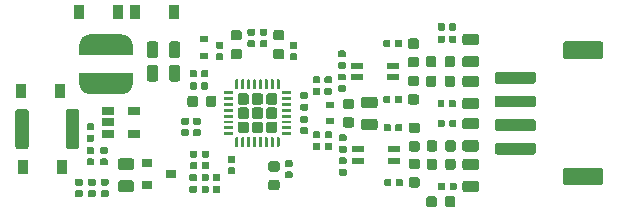
<source format=gbr>
G04 #@! TF.GenerationSoftware,KiCad,Pcbnew,(5.1.5)-2*
G04 #@! TF.CreationDate,2019-12-06T12:22:02+01:00*
G04 #@! TF.ProjectId,A2BFeatherWing,41324246-6561-4746-9865-7257696e672e,rev?*
G04 #@! TF.SameCoordinates,Original*
G04 #@! TF.FileFunction,Paste,Top*
G04 #@! TF.FilePolarity,Positive*
%FSLAX46Y46*%
G04 Gerber Fmt 4.6, Leading zero omitted, Abs format (unit mm)*
G04 Created by KiCad (PCBNEW (5.1.5)-2) date 2019-12-06 12:22:02*
%MOMM*%
%LPD*%
G04 APERTURE LIST*
%ADD10C,0.100000*%
%ADD11R,0.900000X1.200000*%
%ADD12R,1.060000X0.650000*%
%ADD13R,1.050000X0.600000*%
%ADD14R,0.900000X0.800000*%
%ADD15R,0.700000X0.600000*%
G04 APERTURE END LIST*
D10*
G36*
X98305142Y-110351174D02*
G01*
X98328803Y-110354684D01*
X98352007Y-110360496D01*
X98374529Y-110368554D01*
X98396153Y-110378782D01*
X98416670Y-110391079D01*
X98435883Y-110405329D01*
X98453607Y-110421393D01*
X98469671Y-110439117D01*
X98483921Y-110458330D01*
X98496218Y-110478847D01*
X98506446Y-110500471D01*
X98514504Y-110522993D01*
X98520316Y-110546197D01*
X98523826Y-110569858D01*
X98525000Y-110593750D01*
X98525000Y-111081250D01*
X98523826Y-111105142D01*
X98520316Y-111128803D01*
X98514504Y-111152007D01*
X98506446Y-111174529D01*
X98496218Y-111196153D01*
X98483921Y-111216670D01*
X98469671Y-111235883D01*
X98453607Y-111253607D01*
X98435883Y-111269671D01*
X98416670Y-111283921D01*
X98396153Y-111296218D01*
X98374529Y-111306446D01*
X98352007Y-111314504D01*
X98328803Y-111320316D01*
X98305142Y-111323826D01*
X98281250Y-111325000D01*
X97368750Y-111325000D01*
X97344858Y-111323826D01*
X97321197Y-111320316D01*
X97297993Y-111314504D01*
X97275471Y-111306446D01*
X97253847Y-111296218D01*
X97233330Y-111283921D01*
X97214117Y-111269671D01*
X97196393Y-111253607D01*
X97180329Y-111235883D01*
X97166079Y-111216670D01*
X97153782Y-111196153D01*
X97143554Y-111174529D01*
X97135496Y-111152007D01*
X97129684Y-111128803D01*
X97126174Y-111105142D01*
X97125000Y-111081250D01*
X97125000Y-110593750D01*
X97126174Y-110569858D01*
X97129684Y-110546197D01*
X97135496Y-110522993D01*
X97143554Y-110500471D01*
X97153782Y-110478847D01*
X97166079Y-110458330D01*
X97180329Y-110439117D01*
X97196393Y-110421393D01*
X97214117Y-110405329D01*
X97233330Y-110391079D01*
X97253847Y-110378782D01*
X97275471Y-110368554D01*
X97297993Y-110360496D01*
X97321197Y-110354684D01*
X97344858Y-110351174D01*
X97368750Y-110350000D01*
X98281250Y-110350000D01*
X98305142Y-110351174D01*
G37*
G36*
X98305142Y-112226174D02*
G01*
X98328803Y-112229684D01*
X98352007Y-112235496D01*
X98374529Y-112243554D01*
X98396153Y-112253782D01*
X98416670Y-112266079D01*
X98435883Y-112280329D01*
X98453607Y-112296393D01*
X98469671Y-112314117D01*
X98483921Y-112333330D01*
X98496218Y-112353847D01*
X98506446Y-112375471D01*
X98514504Y-112397993D01*
X98520316Y-112421197D01*
X98523826Y-112444858D01*
X98525000Y-112468750D01*
X98525000Y-112956250D01*
X98523826Y-112980142D01*
X98520316Y-113003803D01*
X98514504Y-113027007D01*
X98506446Y-113049529D01*
X98496218Y-113071153D01*
X98483921Y-113091670D01*
X98469671Y-113110883D01*
X98453607Y-113128607D01*
X98435883Y-113144671D01*
X98416670Y-113158921D01*
X98396153Y-113171218D01*
X98374529Y-113181446D01*
X98352007Y-113189504D01*
X98328803Y-113195316D01*
X98305142Y-113198826D01*
X98281250Y-113200000D01*
X97368750Y-113200000D01*
X97344858Y-113198826D01*
X97321197Y-113195316D01*
X97297993Y-113189504D01*
X97275471Y-113181446D01*
X97253847Y-113171218D01*
X97233330Y-113158921D01*
X97214117Y-113144671D01*
X97196393Y-113128607D01*
X97180329Y-113110883D01*
X97166079Y-113091670D01*
X97153782Y-113071153D01*
X97143554Y-113049529D01*
X97135496Y-113027007D01*
X97129684Y-113003803D01*
X97126174Y-112980142D01*
X97125000Y-112956250D01*
X97125000Y-112468750D01*
X97126174Y-112444858D01*
X97129684Y-112421197D01*
X97135496Y-112397993D01*
X97143554Y-112375471D01*
X97153782Y-112353847D01*
X97166079Y-112333330D01*
X97180329Y-112314117D01*
X97196393Y-112296393D01*
X97214117Y-112280329D01*
X97233330Y-112266079D01*
X97253847Y-112253782D01*
X97275471Y-112243554D01*
X97297993Y-112235496D01*
X97321197Y-112229684D01*
X97344858Y-112226174D01*
X97368750Y-112225000D01*
X98281250Y-112225000D01*
X98305142Y-112226174D01*
G37*
D11*
X81275000Y-103200000D03*
X77975000Y-103200000D03*
X73225000Y-103200000D03*
X76525000Y-103200000D03*
D10*
G36*
X82406958Y-112130710D02*
G01*
X82421276Y-112132834D01*
X82435317Y-112136351D01*
X82448946Y-112141228D01*
X82462031Y-112147417D01*
X82474447Y-112154858D01*
X82486073Y-112163481D01*
X82496798Y-112173202D01*
X82506519Y-112183927D01*
X82515142Y-112195553D01*
X82522583Y-112207969D01*
X82528772Y-112221054D01*
X82533649Y-112234683D01*
X82537166Y-112248724D01*
X82539290Y-112263042D01*
X82540000Y-112277500D01*
X82540000Y-112572500D01*
X82539290Y-112586958D01*
X82537166Y-112601276D01*
X82533649Y-112615317D01*
X82528772Y-112628946D01*
X82522583Y-112642031D01*
X82515142Y-112654447D01*
X82506519Y-112666073D01*
X82496798Y-112676798D01*
X82486073Y-112686519D01*
X82474447Y-112695142D01*
X82462031Y-112702583D01*
X82448946Y-112708772D01*
X82435317Y-112713649D01*
X82421276Y-112717166D01*
X82406958Y-112719290D01*
X82392500Y-112720000D01*
X82047500Y-112720000D01*
X82033042Y-112719290D01*
X82018724Y-112717166D01*
X82004683Y-112713649D01*
X81991054Y-112708772D01*
X81977969Y-112702583D01*
X81965553Y-112695142D01*
X81953927Y-112686519D01*
X81943202Y-112676798D01*
X81933481Y-112666073D01*
X81924858Y-112654447D01*
X81917417Y-112642031D01*
X81911228Y-112628946D01*
X81906351Y-112615317D01*
X81902834Y-112601276D01*
X81900710Y-112586958D01*
X81900000Y-112572500D01*
X81900000Y-112277500D01*
X81900710Y-112263042D01*
X81902834Y-112248724D01*
X81906351Y-112234683D01*
X81911228Y-112221054D01*
X81917417Y-112207969D01*
X81924858Y-112195553D01*
X81933481Y-112183927D01*
X81943202Y-112173202D01*
X81953927Y-112163481D01*
X81965553Y-112154858D01*
X81977969Y-112147417D01*
X81991054Y-112141228D01*
X82004683Y-112136351D01*
X82018724Y-112132834D01*
X82033042Y-112130710D01*
X82047500Y-112130000D01*
X82392500Y-112130000D01*
X82406958Y-112130710D01*
G37*
G36*
X82406958Y-113100710D02*
G01*
X82421276Y-113102834D01*
X82435317Y-113106351D01*
X82448946Y-113111228D01*
X82462031Y-113117417D01*
X82474447Y-113124858D01*
X82486073Y-113133481D01*
X82496798Y-113143202D01*
X82506519Y-113153927D01*
X82515142Y-113165553D01*
X82522583Y-113177969D01*
X82528772Y-113191054D01*
X82533649Y-113204683D01*
X82537166Y-113218724D01*
X82539290Y-113233042D01*
X82540000Y-113247500D01*
X82540000Y-113542500D01*
X82539290Y-113556958D01*
X82537166Y-113571276D01*
X82533649Y-113585317D01*
X82528772Y-113598946D01*
X82522583Y-113612031D01*
X82515142Y-113624447D01*
X82506519Y-113636073D01*
X82496798Y-113646798D01*
X82486073Y-113656519D01*
X82474447Y-113665142D01*
X82462031Y-113672583D01*
X82448946Y-113678772D01*
X82435317Y-113683649D01*
X82421276Y-113687166D01*
X82406958Y-113689290D01*
X82392500Y-113690000D01*
X82047500Y-113690000D01*
X82033042Y-113689290D01*
X82018724Y-113687166D01*
X82004683Y-113683649D01*
X81991054Y-113678772D01*
X81977969Y-113672583D01*
X81965553Y-113665142D01*
X81953927Y-113656519D01*
X81943202Y-113646798D01*
X81933481Y-113636073D01*
X81924858Y-113624447D01*
X81917417Y-113612031D01*
X81911228Y-113598946D01*
X81906351Y-113585317D01*
X81902834Y-113571276D01*
X81900710Y-113556958D01*
X81900000Y-113542500D01*
X81900000Y-113247500D01*
X81900710Y-113233042D01*
X81902834Y-113218724D01*
X81906351Y-113204683D01*
X81911228Y-113191054D01*
X81917417Y-113177969D01*
X81924858Y-113165553D01*
X81933481Y-113153927D01*
X81943202Y-113143202D01*
X81953927Y-113133481D01*
X81965553Y-113124858D01*
X81977969Y-113117417D01*
X81991054Y-113111228D01*
X82004683Y-113106351D01*
X82018724Y-113102834D01*
X82033042Y-113100710D01*
X82047500Y-113100000D01*
X82392500Y-113100000D01*
X82406958Y-113100710D01*
G37*
G36*
X83406958Y-113100710D02*
G01*
X83421276Y-113102834D01*
X83435317Y-113106351D01*
X83448946Y-113111228D01*
X83462031Y-113117417D01*
X83474447Y-113124858D01*
X83486073Y-113133481D01*
X83496798Y-113143202D01*
X83506519Y-113153927D01*
X83515142Y-113165553D01*
X83522583Y-113177969D01*
X83528772Y-113191054D01*
X83533649Y-113204683D01*
X83537166Y-113218724D01*
X83539290Y-113233042D01*
X83540000Y-113247500D01*
X83540000Y-113542500D01*
X83539290Y-113556958D01*
X83537166Y-113571276D01*
X83533649Y-113585317D01*
X83528772Y-113598946D01*
X83522583Y-113612031D01*
X83515142Y-113624447D01*
X83506519Y-113636073D01*
X83496798Y-113646798D01*
X83486073Y-113656519D01*
X83474447Y-113665142D01*
X83462031Y-113672583D01*
X83448946Y-113678772D01*
X83435317Y-113683649D01*
X83421276Y-113687166D01*
X83406958Y-113689290D01*
X83392500Y-113690000D01*
X83047500Y-113690000D01*
X83033042Y-113689290D01*
X83018724Y-113687166D01*
X83004683Y-113683649D01*
X82991054Y-113678772D01*
X82977969Y-113672583D01*
X82965553Y-113665142D01*
X82953927Y-113656519D01*
X82943202Y-113646798D01*
X82933481Y-113636073D01*
X82924858Y-113624447D01*
X82917417Y-113612031D01*
X82911228Y-113598946D01*
X82906351Y-113585317D01*
X82902834Y-113571276D01*
X82900710Y-113556958D01*
X82900000Y-113542500D01*
X82900000Y-113247500D01*
X82900710Y-113233042D01*
X82902834Y-113218724D01*
X82906351Y-113204683D01*
X82911228Y-113191054D01*
X82917417Y-113177969D01*
X82924858Y-113165553D01*
X82933481Y-113153927D01*
X82943202Y-113143202D01*
X82953927Y-113133481D01*
X82965553Y-113124858D01*
X82977969Y-113117417D01*
X82991054Y-113111228D01*
X83004683Y-113106351D01*
X83018724Y-113102834D01*
X83033042Y-113100710D01*
X83047500Y-113100000D01*
X83392500Y-113100000D01*
X83406958Y-113100710D01*
G37*
G36*
X83406958Y-112130710D02*
G01*
X83421276Y-112132834D01*
X83435317Y-112136351D01*
X83448946Y-112141228D01*
X83462031Y-112147417D01*
X83474447Y-112154858D01*
X83486073Y-112163481D01*
X83496798Y-112173202D01*
X83506519Y-112183927D01*
X83515142Y-112195553D01*
X83522583Y-112207969D01*
X83528772Y-112221054D01*
X83533649Y-112234683D01*
X83537166Y-112248724D01*
X83539290Y-112263042D01*
X83540000Y-112277500D01*
X83540000Y-112572500D01*
X83539290Y-112586958D01*
X83537166Y-112601276D01*
X83533649Y-112615317D01*
X83528772Y-112628946D01*
X83522583Y-112642031D01*
X83515142Y-112654447D01*
X83506519Y-112666073D01*
X83496798Y-112676798D01*
X83486073Y-112686519D01*
X83474447Y-112695142D01*
X83462031Y-112702583D01*
X83448946Y-112708772D01*
X83435317Y-112713649D01*
X83421276Y-112717166D01*
X83406958Y-112719290D01*
X83392500Y-112720000D01*
X83047500Y-112720000D01*
X83033042Y-112719290D01*
X83018724Y-112717166D01*
X83004683Y-112713649D01*
X82991054Y-112708772D01*
X82977969Y-112702583D01*
X82965553Y-112695142D01*
X82953927Y-112686519D01*
X82943202Y-112676798D01*
X82933481Y-112666073D01*
X82924858Y-112654447D01*
X82917417Y-112642031D01*
X82911228Y-112628946D01*
X82906351Y-112615317D01*
X82902834Y-112601276D01*
X82900710Y-112586958D01*
X82900000Y-112572500D01*
X82900000Y-112277500D01*
X82900710Y-112263042D01*
X82902834Y-112248724D01*
X82906351Y-112234683D01*
X82911228Y-112221054D01*
X82917417Y-112207969D01*
X82924858Y-112195553D01*
X82933481Y-112183927D01*
X82943202Y-112173202D01*
X82953927Y-112163481D01*
X82965553Y-112154858D01*
X82977969Y-112147417D01*
X82991054Y-112141228D01*
X83004683Y-112136351D01*
X83018724Y-112132834D01*
X83033042Y-112130710D01*
X83047500Y-112130000D01*
X83392500Y-112130000D01*
X83406958Y-112130710D01*
G37*
D11*
X68475000Y-116350000D03*
X71775000Y-116350000D03*
D10*
G36*
X79730142Y-107676174D02*
G01*
X79753803Y-107679684D01*
X79777007Y-107685496D01*
X79799529Y-107693554D01*
X79821153Y-107703782D01*
X79841670Y-107716079D01*
X79860883Y-107730329D01*
X79878607Y-107746393D01*
X79894671Y-107764117D01*
X79908921Y-107783330D01*
X79921218Y-107803847D01*
X79931446Y-107825471D01*
X79939504Y-107847993D01*
X79945316Y-107871197D01*
X79948826Y-107894858D01*
X79950000Y-107918750D01*
X79950000Y-108831250D01*
X79948826Y-108855142D01*
X79945316Y-108878803D01*
X79939504Y-108902007D01*
X79931446Y-108924529D01*
X79921218Y-108946153D01*
X79908921Y-108966670D01*
X79894671Y-108985883D01*
X79878607Y-109003607D01*
X79860883Y-109019671D01*
X79841670Y-109033921D01*
X79821153Y-109046218D01*
X79799529Y-109056446D01*
X79777007Y-109064504D01*
X79753803Y-109070316D01*
X79730142Y-109073826D01*
X79706250Y-109075000D01*
X79218750Y-109075000D01*
X79194858Y-109073826D01*
X79171197Y-109070316D01*
X79147993Y-109064504D01*
X79125471Y-109056446D01*
X79103847Y-109046218D01*
X79083330Y-109033921D01*
X79064117Y-109019671D01*
X79046393Y-109003607D01*
X79030329Y-108985883D01*
X79016079Y-108966670D01*
X79003782Y-108946153D01*
X78993554Y-108924529D01*
X78985496Y-108902007D01*
X78979684Y-108878803D01*
X78976174Y-108855142D01*
X78975000Y-108831250D01*
X78975000Y-107918750D01*
X78976174Y-107894858D01*
X78979684Y-107871197D01*
X78985496Y-107847993D01*
X78993554Y-107825471D01*
X79003782Y-107803847D01*
X79016079Y-107783330D01*
X79030329Y-107764117D01*
X79046393Y-107746393D01*
X79064117Y-107730329D01*
X79083330Y-107716079D01*
X79103847Y-107703782D01*
X79125471Y-107693554D01*
X79147993Y-107685496D01*
X79171197Y-107679684D01*
X79194858Y-107676174D01*
X79218750Y-107675000D01*
X79706250Y-107675000D01*
X79730142Y-107676174D01*
G37*
G36*
X81605142Y-107676174D02*
G01*
X81628803Y-107679684D01*
X81652007Y-107685496D01*
X81674529Y-107693554D01*
X81696153Y-107703782D01*
X81716670Y-107716079D01*
X81735883Y-107730329D01*
X81753607Y-107746393D01*
X81769671Y-107764117D01*
X81783921Y-107783330D01*
X81796218Y-107803847D01*
X81806446Y-107825471D01*
X81814504Y-107847993D01*
X81820316Y-107871197D01*
X81823826Y-107894858D01*
X81825000Y-107918750D01*
X81825000Y-108831250D01*
X81823826Y-108855142D01*
X81820316Y-108878803D01*
X81814504Y-108902007D01*
X81806446Y-108924529D01*
X81796218Y-108946153D01*
X81783921Y-108966670D01*
X81769671Y-108985883D01*
X81753607Y-109003607D01*
X81735883Y-109019671D01*
X81716670Y-109033921D01*
X81696153Y-109046218D01*
X81674529Y-109056446D01*
X81652007Y-109064504D01*
X81628803Y-109070316D01*
X81605142Y-109073826D01*
X81581250Y-109075000D01*
X81093750Y-109075000D01*
X81069858Y-109073826D01*
X81046197Y-109070316D01*
X81022993Y-109064504D01*
X81000471Y-109056446D01*
X80978847Y-109046218D01*
X80958330Y-109033921D01*
X80939117Y-109019671D01*
X80921393Y-109003607D01*
X80905329Y-108985883D01*
X80891079Y-108966670D01*
X80878782Y-108946153D01*
X80868554Y-108924529D01*
X80860496Y-108902007D01*
X80854684Y-108878803D01*
X80851174Y-108855142D01*
X80850000Y-108831250D01*
X80850000Y-107918750D01*
X80851174Y-107894858D01*
X80854684Y-107871197D01*
X80860496Y-107847993D01*
X80868554Y-107825471D01*
X80878782Y-107803847D01*
X80891079Y-107783330D01*
X80905329Y-107764117D01*
X80921393Y-107746393D01*
X80939117Y-107730329D01*
X80958330Y-107716079D01*
X80978847Y-107703782D01*
X81000471Y-107693554D01*
X81022993Y-107685496D01*
X81046197Y-107679684D01*
X81069858Y-107676174D01*
X81093750Y-107675000D01*
X81581250Y-107675000D01*
X81605142Y-107676174D01*
G37*
G36*
X101902691Y-115601053D02*
G01*
X101923926Y-115604203D01*
X101944750Y-115609419D01*
X101964962Y-115616651D01*
X101984368Y-115625830D01*
X102002781Y-115636866D01*
X102020024Y-115649654D01*
X102035930Y-115664070D01*
X102050346Y-115679976D01*
X102063134Y-115697219D01*
X102074170Y-115715632D01*
X102083349Y-115735038D01*
X102090581Y-115755250D01*
X102095797Y-115776074D01*
X102098947Y-115797309D01*
X102100000Y-115818750D01*
X102100000Y-116256250D01*
X102098947Y-116277691D01*
X102095797Y-116298926D01*
X102090581Y-116319750D01*
X102083349Y-116339962D01*
X102074170Y-116359368D01*
X102063134Y-116377781D01*
X102050346Y-116395024D01*
X102035930Y-116410930D01*
X102020024Y-116425346D01*
X102002781Y-116438134D01*
X101984368Y-116449170D01*
X101964962Y-116458349D01*
X101944750Y-116465581D01*
X101923926Y-116470797D01*
X101902691Y-116473947D01*
X101881250Y-116475000D01*
X101368750Y-116475000D01*
X101347309Y-116473947D01*
X101326074Y-116470797D01*
X101305250Y-116465581D01*
X101285038Y-116458349D01*
X101265632Y-116449170D01*
X101247219Y-116438134D01*
X101229976Y-116425346D01*
X101214070Y-116410930D01*
X101199654Y-116395024D01*
X101186866Y-116377781D01*
X101175830Y-116359368D01*
X101166651Y-116339962D01*
X101159419Y-116319750D01*
X101154203Y-116298926D01*
X101151053Y-116277691D01*
X101150000Y-116256250D01*
X101150000Y-115818750D01*
X101151053Y-115797309D01*
X101154203Y-115776074D01*
X101159419Y-115755250D01*
X101166651Y-115735038D01*
X101175830Y-115715632D01*
X101186866Y-115697219D01*
X101199654Y-115679976D01*
X101214070Y-115664070D01*
X101229976Y-115649654D01*
X101247219Y-115636866D01*
X101265632Y-115625830D01*
X101285038Y-115616651D01*
X101305250Y-115609419D01*
X101326074Y-115604203D01*
X101347309Y-115601053D01*
X101368750Y-115600000D01*
X101881250Y-115600000D01*
X101902691Y-115601053D01*
G37*
G36*
X101902691Y-117176053D02*
G01*
X101923926Y-117179203D01*
X101944750Y-117184419D01*
X101964962Y-117191651D01*
X101984368Y-117200830D01*
X102002781Y-117211866D01*
X102020024Y-117224654D01*
X102035930Y-117239070D01*
X102050346Y-117254976D01*
X102063134Y-117272219D01*
X102074170Y-117290632D01*
X102083349Y-117310038D01*
X102090581Y-117330250D01*
X102095797Y-117351074D01*
X102098947Y-117372309D01*
X102100000Y-117393750D01*
X102100000Y-117831250D01*
X102098947Y-117852691D01*
X102095797Y-117873926D01*
X102090581Y-117894750D01*
X102083349Y-117914962D01*
X102074170Y-117934368D01*
X102063134Y-117952781D01*
X102050346Y-117970024D01*
X102035930Y-117985930D01*
X102020024Y-118000346D01*
X102002781Y-118013134D01*
X101984368Y-118024170D01*
X101964962Y-118033349D01*
X101944750Y-118040581D01*
X101923926Y-118045797D01*
X101902691Y-118048947D01*
X101881250Y-118050000D01*
X101368750Y-118050000D01*
X101347309Y-118048947D01*
X101326074Y-118045797D01*
X101305250Y-118040581D01*
X101285038Y-118033349D01*
X101265632Y-118024170D01*
X101247219Y-118013134D01*
X101229976Y-118000346D01*
X101214070Y-117985930D01*
X101199654Y-117970024D01*
X101186866Y-117952781D01*
X101175830Y-117934368D01*
X101166651Y-117914962D01*
X101159419Y-117894750D01*
X101154203Y-117873926D01*
X101151053Y-117852691D01*
X101150000Y-117831250D01*
X101150000Y-117393750D01*
X101151053Y-117372309D01*
X101154203Y-117351074D01*
X101159419Y-117330250D01*
X101166651Y-117310038D01*
X101175830Y-117290632D01*
X101186866Y-117272219D01*
X101199654Y-117254976D01*
X101214070Y-117239070D01*
X101229976Y-117224654D01*
X101247219Y-117211866D01*
X101265632Y-117200830D01*
X101285038Y-117191651D01*
X101305250Y-117184419D01*
X101326074Y-117179203D01*
X101347309Y-117176053D01*
X101368750Y-117175000D01*
X101881250Y-117175000D01*
X101902691Y-117176053D01*
G37*
G36*
X101902691Y-112551053D02*
G01*
X101923926Y-112554203D01*
X101944750Y-112559419D01*
X101964962Y-112566651D01*
X101984368Y-112575830D01*
X102002781Y-112586866D01*
X102020024Y-112599654D01*
X102035930Y-112614070D01*
X102050346Y-112629976D01*
X102063134Y-112647219D01*
X102074170Y-112665632D01*
X102083349Y-112685038D01*
X102090581Y-112705250D01*
X102095797Y-112726074D01*
X102098947Y-112747309D01*
X102100000Y-112768750D01*
X102100000Y-113206250D01*
X102098947Y-113227691D01*
X102095797Y-113248926D01*
X102090581Y-113269750D01*
X102083349Y-113289962D01*
X102074170Y-113309368D01*
X102063134Y-113327781D01*
X102050346Y-113345024D01*
X102035930Y-113360930D01*
X102020024Y-113375346D01*
X102002781Y-113388134D01*
X101984368Y-113399170D01*
X101964962Y-113408349D01*
X101944750Y-113415581D01*
X101923926Y-113420797D01*
X101902691Y-113423947D01*
X101881250Y-113425000D01*
X101368750Y-113425000D01*
X101347309Y-113423947D01*
X101326074Y-113420797D01*
X101305250Y-113415581D01*
X101285038Y-113408349D01*
X101265632Y-113399170D01*
X101247219Y-113388134D01*
X101229976Y-113375346D01*
X101214070Y-113360930D01*
X101199654Y-113345024D01*
X101186866Y-113327781D01*
X101175830Y-113309368D01*
X101166651Y-113289962D01*
X101159419Y-113269750D01*
X101154203Y-113248926D01*
X101151053Y-113227691D01*
X101150000Y-113206250D01*
X101150000Y-112768750D01*
X101151053Y-112747309D01*
X101154203Y-112726074D01*
X101159419Y-112705250D01*
X101166651Y-112685038D01*
X101175830Y-112665632D01*
X101186866Y-112647219D01*
X101199654Y-112629976D01*
X101214070Y-112614070D01*
X101229976Y-112599654D01*
X101247219Y-112586866D01*
X101265632Y-112575830D01*
X101285038Y-112566651D01*
X101305250Y-112559419D01*
X101326074Y-112554203D01*
X101347309Y-112551053D01*
X101368750Y-112550000D01*
X101881250Y-112550000D01*
X101902691Y-112551053D01*
G37*
G36*
X101902691Y-114126053D02*
G01*
X101923926Y-114129203D01*
X101944750Y-114134419D01*
X101964962Y-114141651D01*
X101984368Y-114150830D01*
X102002781Y-114161866D01*
X102020024Y-114174654D01*
X102035930Y-114189070D01*
X102050346Y-114204976D01*
X102063134Y-114222219D01*
X102074170Y-114240632D01*
X102083349Y-114260038D01*
X102090581Y-114280250D01*
X102095797Y-114301074D01*
X102098947Y-114322309D01*
X102100000Y-114343750D01*
X102100000Y-114781250D01*
X102098947Y-114802691D01*
X102095797Y-114823926D01*
X102090581Y-114844750D01*
X102083349Y-114864962D01*
X102074170Y-114884368D01*
X102063134Y-114902781D01*
X102050346Y-114920024D01*
X102035930Y-114935930D01*
X102020024Y-114950346D01*
X102002781Y-114963134D01*
X101984368Y-114974170D01*
X101964962Y-114983349D01*
X101944750Y-114990581D01*
X101923926Y-114995797D01*
X101902691Y-114998947D01*
X101881250Y-115000000D01*
X101368750Y-115000000D01*
X101347309Y-114998947D01*
X101326074Y-114995797D01*
X101305250Y-114990581D01*
X101285038Y-114983349D01*
X101265632Y-114974170D01*
X101247219Y-114963134D01*
X101229976Y-114950346D01*
X101214070Y-114935930D01*
X101199654Y-114920024D01*
X101186866Y-114902781D01*
X101175830Y-114884368D01*
X101166651Y-114864962D01*
X101159419Y-114844750D01*
X101154203Y-114823926D01*
X101151053Y-114802691D01*
X101150000Y-114781250D01*
X101150000Y-114343750D01*
X101151053Y-114322309D01*
X101154203Y-114301074D01*
X101159419Y-114280250D01*
X101166651Y-114260038D01*
X101175830Y-114240632D01*
X101186866Y-114222219D01*
X101199654Y-114204976D01*
X101214070Y-114189070D01*
X101229976Y-114174654D01*
X101247219Y-114161866D01*
X101265632Y-114150830D01*
X101285038Y-114141651D01*
X101305250Y-114134419D01*
X101326074Y-114129203D01*
X101347309Y-114126053D01*
X101368750Y-114125000D01*
X101881250Y-114125000D01*
X101902691Y-114126053D01*
G37*
G36*
X101827691Y-107001053D02*
G01*
X101848926Y-107004203D01*
X101869750Y-107009419D01*
X101889962Y-107016651D01*
X101909368Y-107025830D01*
X101927781Y-107036866D01*
X101945024Y-107049654D01*
X101960930Y-107064070D01*
X101975346Y-107079976D01*
X101988134Y-107097219D01*
X101999170Y-107115632D01*
X102008349Y-107135038D01*
X102015581Y-107155250D01*
X102020797Y-107176074D01*
X102023947Y-107197309D01*
X102025000Y-107218750D01*
X102025000Y-107656250D01*
X102023947Y-107677691D01*
X102020797Y-107698926D01*
X102015581Y-107719750D01*
X102008349Y-107739962D01*
X101999170Y-107759368D01*
X101988134Y-107777781D01*
X101975346Y-107795024D01*
X101960930Y-107810930D01*
X101945024Y-107825346D01*
X101927781Y-107838134D01*
X101909368Y-107849170D01*
X101889962Y-107858349D01*
X101869750Y-107865581D01*
X101848926Y-107870797D01*
X101827691Y-107873947D01*
X101806250Y-107875000D01*
X101293750Y-107875000D01*
X101272309Y-107873947D01*
X101251074Y-107870797D01*
X101230250Y-107865581D01*
X101210038Y-107858349D01*
X101190632Y-107849170D01*
X101172219Y-107838134D01*
X101154976Y-107825346D01*
X101139070Y-107810930D01*
X101124654Y-107795024D01*
X101111866Y-107777781D01*
X101100830Y-107759368D01*
X101091651Y-107739962D01*
X101084419Y-107719750D01*
X101079203Y-107698926D01*
X101076053Y-107677691D01*
X101075000Y-107656250D01*
X101075000Y-107218750D01*
X101076053Y-107197309D01*
X101079203Y-107176074D01*
X101084419Y-107155250D01*
X101091651Y-107135038D01*
X101100830Y-107115632D01*
X101111866Y-107097219D01*
X101124654Y-107079976D01*
X101139070Y-107064070D01*
X101154976Y-107049654D01*
X101172219Y-107036866D01*
X101190632Y-107025830D01*
X101210038Y-107016651D01*
X101230250Y-107009419D01*
X101251074Y-107004203D01*
X101272309Y-107001053D01*
X101293750Y-107000000D01*
X101806250Y-107000000D01*
X101827691Y-107001053D01*
G37*
G36*
X101827691Y-105426053D02*
G01*
X101848926Y-105429203D01*
X101869750Y-105434419D01*
X101889962Y-105441651D01*
X101909368Y-105450830D01*
X101927781Y-105461866D01*
X101945024Y-105474654D01*
X101960930Y-105489070D01*
X101975346Y-105504976D01*
X101988134Y-105522219D01*
X101999170Y-105540632D01*
X102008349Y-105560038D01*
X102015581Y-105580250D01*
X102020797Y-105601074D01*
X102023947Y-105622309D01*
X102025000Y-105643750D01*
X102025000Y-106081250D01*
X102023947Y-106102691D01*
X102020797Y-106123926D01*
X102015581Y-106144750D01*
X102008349Y-106164962D01*
X101999170Y-106184368D01*
X101988134Y-106202781D01*
X101975346Y-106220024D01*
X101960930Y-106235930D01*
X101945024Y-106250346D01*
X101927781Y-106263134D01*
X101909368Y-106274170D01*
X101889962Y-106283349D01*
X101869750Y-106290581D01*
X101848926Y-106295797D01*
X101827691Y-106298947D01*
X101806250Y-106300000D01*
X101293750Y-106300000D01*
X101272309Y-106298947D01*
X101251074Y-106295797D01*
X101230250Y-106290581D01*
X101210038Y-106283349D01*
X101190632Y-106274170D01*
X101172219Y-106263134D01*
X101154976Y-106250346D01*
X101139070Y-106235930D01*
X101124654Y-106220024D01*
X101111866Y-106202781D01*
X101100830Y-106184368D01*
X101091651Y-106164962D01*
X101084419Y-106144750D01*
X101079203Y-106123926D01*
X101076053Y-106102691D01*
X101075000Y-106081250D01*
X101075000Y-105643750D01*
X101076053Y-105622309D01*
X101079203Y-105601074D01*
X101084419Y-105580250D01*
X101091651Y-105560038D01*
X101100830Y-105540632D01*
X101111866Y-105522219D01*
X101124654Y-105504976D01*
X101139070Y-105489070D01*
X101154976Y-105474654D01*
X101172219Y-105461866D01*
X101190632Y-105450830D01*
X101210038Y-105441651D01*
X101230250Y-105434419D01*
X101251074Y-105429203D01*
X101272309Y-105426053D01*
X101293750Y-105425000D01*
X101806250Y-105425000D01*
X101827691Y-105426053D01*
G37*
G36*
X101827691Y-110151053D02*
G01*
X101848926Y-110154203D01*
X101869750Y-110159419D01*
X101889962Y-110166651D01*
X101909368Y-110175830D01*
X101927781Y-110186866D01*
X101945024Y-110199654D01*
X101960930Y-110214070D01*
X101975346Y-110229976D01*
X101988134Y-110247219D01*
X101999170Y-110265632D01*
X102008349Y-110285038D01*
X102015581Y-110305250D01*
X102020797Y-110326074D01*
X102023947Y-110347309D01*
X102025000Y-110368750D01*
X102025000Y-110806250D01*
X102023947Y-110827691D01*
X102020797Y-110848926D01*
X102015581Y-110869750D01*
X102008349Y-110889962D01*
X101999170Y-110909368D01*
X101988134Y-110927781D01*
X101975346Y-110945024D01*
X101960930Y-110960930D01*
X101945024Y-110975346D01*
X101927781Y-110988134D01*
X101909368Y-110999170D01*
X101889962Y-111008349D01*
X101869750Y-111015581D01*
X101848926Y-111020797D01*
X101827691Y-111023947D01*
X101806250Y-111025000D01*
X101293750Y-111025000D01*
X101272309Y-111023947D01*
X101251074Y-111020797D01*
X101230250Y-111015581D01*
X101210038Y-111008349D01*
X101190632Y-110999170D01*
X101172219Y-110988134D01*
X101154976Y-110975346D01*
X101139070Y-110960930D01*
X101124654Y-110945024D01*
X101111866Y-110927781D01*
X101100830Y-110909368D01*
X101091651Y-110889962D01*
X101084419Y-110869750D01*
X101079203Y-110848926D01*
X101076053Y-110827691D01*
X101075000Y-110806250D01*
X101075000Y-110368750D01*
X101076053Y-110347309D01*
X101079203Y-110326074D01*
X101084419Y-110305250D01*
X101091651Y-110285038D01*
X101100830Y-110265632D01*
X101111866Y-110247219D01*
X101124654Y-110229976D01*
X101139070Y-110214070D01*
X101154976Y-110199654D01*
X101172219Y-110186866D01*
X101190632Y-110175830D01*
X101210038Y-110166651D01*
X101230250Y-110159419D01*
X101251074Y-110154203D01*
X101272309Y-110151053D01*
X101293750Y-110150000D01*
X101806250Y-110150000D01*
X101827691Y-110151053D01*
G37*
G36*
X101827691Y-108576053D02*
G01*
X101848926Y-108579203D01*
X101869750Y-108584419D01*
X101889962Y-108591651D01*
X101909368Y-108600830D01*
X101927781Y-108611866D01*
X101945024Y-108624654D01*
X101960930Y-108639070D01*
X101975346Y-108654976D01*
X101988134Y-108672219D01*
X101999170Y-108690632D01*
X102008349Y-108710038D01*
X102015581Y-108730250D01*
X102020797Y-108751074D01*
X102023947Y-108772309D01*
X102025000Y-108793750D01*
X102025000Y-109231250D01*
X102023947Y-109252691D01*
X102020797Y-109273926D01*
X102015581Y-109294750D01*
X102008349Y-109314962D01*
X101999170Y-109334368D01*
X101988134Y-109352781D01*
X101975346Y-109370024D01*
X101960930Y-109385930D01*
X101945024Y-109400346D01*
X101927781Y-109413134D01*
X101909368Y-109424170D01*
X101889962Y-109433349D01*
X101869750Y-109440581D01*
X101848926Y-109445797D01*
X101827691Y-109448947D01*
X101806250Y-109450000D01*
X101293750Y-109450000D01*
X101272309Y-109448947D01*
X101251074Y-109445797D01*
X101230250Y-109440581D01*
X101210038Y-109433349D01*
X101190632Y-109424170D01*
X101172219Y-109413134D01*
X101154976Y-109400346D01*
X101139070Y-109385930D01*
X101124654Y-109370024D01*
X101111866Y-109352781D01*
X101100830Y-109334368D01*
X101091651Y-109314962D01*
X101084419Y-109294750D01*
X101079203Y-109273926D01*
X101076053Y-109252691D01*
X101075000Y-109231250D01*
X101075000Y-108793750D01*
X101076053Y-108772309D01*
X101079203Y-108751074D01*
X101084419Y-108730250D01*
X101091651Y-108710038D01*
X101100830Y-108690632D01*
X101111866Y-108672219D01*
X101124654Y-108654976D01*
X101139070Y-108639070D01*
X101154976Y-108624654D01*
X101172219Y-108611866D01*
X101190632Y-108600830D01*
X101210038Y-108591651D01*
X101230250Y-108584419D01*
X101251074Y-108579203D01*
X101272309Y-108576053D01*
X101293750Y-108575000D01*
X101806250Y-108575000D01*
X101827691Y-108576053D01*
G37*
D12*
X77875000Y-111575000D03*
X77875000Y-113475000D03*
X75675000Y-113475000D03*
X75675000Y-112525000D03*
X75675000Y-111575000D03*
D10*
G36*
X74386958Y-112620710D02*
G01*
X74401276Y-112622834D01*
X74415317Y-112626351D01*
X74428946Y-112631228D01*
X74442031Y-112637417D01*
X74454447Y-112644858D01*
X74466073Y-112653481D01*
X74476798Y-112663202D01*
X74486519Y-112673927D01*
X74495142Y-112685553D01*
X74502583Y-112697969D01*
X74508772Y-112711054D01*
X74513649Y-112724683D01*
X74517166Y-112738724D01*
X74519290Y-112753042D01*
X74520000Y-112767500D01*
X74520000Y-113062500D01*
X74519290Y-113076958D01*
X74517166Y-113091276D01*
X74513649Y-113105317D01*
X74508772Y-113118946D01*
X74502583Y-113132031D01*
X74495142Y-113144447D01*
X74486519Y-113156073D01*
X74476798Y-113166798D01*
X74466073Y-113176519D01*
X74454447Y-113185142D01*
X74442031Y-113192583D01*
X74428946Y-113198772D01*
X74415317Y-113203649D01*
X74401276Y-113207166D01*
X74386958Y-113209290D01*
X74372500Y-113210000D01*
X74027500Y-113210000D01*
X74013042Y-113209290D01*
X73998724Y-113207166D01*
X73984683Y-113203649D01*
X73971054Y-113198772D01*
X73957969Y-113192583D01*
X73945553Y-113185142D01*
X73933927Y-113176519D01*
X73923202Y-113166798D01*
X73913481Y-113156073D01*
X73904858Y-113144447D01*
X73897417Y-113132031D01*
X73891228Y-113118946D01*
X73886351Y-113105317D01*
X73882834Y-113091276D01*
X73880710Y-113076958D01*
X73880000Y-113062500D01*
X73880000Y-112767500D01*
X73880710Y-112753042D01*
X73882834Y-112738724D01*
X73886351Y-112724683D01*
X73891228Y-112711054D01*
X73897417Y-112697969D01*
X73904858Y-112685553D01*
X73913481Y-112673927D01*
X73923202Y-112663202D01*
X73933927Y-112653481D01*
X73945553Y-112644858D01*
X73957969Y-112637417D01*
X73971054Y-112631228D01*
X73984683Y-112626351D01*
X73998724Y-112622834D01*
X74013042Y-112620710D01*
X74027500Y-112620000D01*
X74372500Y-112620000D01*
X74386958Y-112620710D01*
G37*
G36*
X74386958Y-113590710D02*
G01*
X74401276Y-113592834D01*
X74415317Y-113596351D01*
X74428946Y-113601228D01*
X74442031Y-113607417D01*
X74454447Y-113614858D01*
X74466073Y-113623481D01*
X74476798Y-113633202D01*
X74486519Y-113643927D01*
X74495142Y-113655553D01*
X74502583Y-113667969D01*
X74508772Y-113681054D01*
X74513649Y-113694683D01*
X74517166Y-113708724D01*
X74519290Y-113723042D01*
X74520000Y-113737500D01*
X74520000Y-114032500D01*
X74519290Y-114046958D01*
X74517166Y-114061276D01*
X74513649Y-114075317D01*
X74508772Y-114088946D01*
X74502583Y-114102031D01*
X74495142Y-114114447D01*
X74486519Y-114126073D01*
X74476798Y-114136798D01*
X74466073Y-114146519D01*
X74454447Y-114155142D01*
X74442031Y-114162583D01*
X74428946Y-114168772D01*
X74415317Y-114173649D01*
X74401276Y-114177166D01*
X74386958Y-114179290D01*
X74372500Y-114180000D01*
X74027500Y-114180000D01*
X74013042Y-114179290D01*
X73998724Y-114177166D01*
X73984683Y-114173649D01*
X73971054Y-114168772D01*
X73957969Y-114162583D01*
X73945553Y-114155142D01*
X73933927Y-114146519D01*
X73923202Y-114136798D01*
X73913481Y-114126073D01*
X73904858Y-114114447D01*
X73897417Y-114102031D01*
X73891228Y-114088946D01*
X73886351Y-114075317D01*
X73882834Y-114061276D01*
X73880710Y-114046958D01*
X73880000Y-114032500D01*
X73880000Y-113737500D01*
X73880710Y-113723042D01*
X73882834Y-113708724D01*
X73886351Y-113694683D01*
X73891228Y-113681054D01*
X73897417Y-113667969D01*
X73904858Y-113655553D01*
X73913481Y-113643927D01*
X73923202Y-113633202D01*
X73933927Y-113623481D01*
X73945553Y-113614858D01*
X73957969Y-113607417D01*
X73971054Y-113601228D01*
X73984683Y-113596351D01*
X73998724Y-113592834D01*
X74013042Y-113590710D01*
X74027500Y-113590000D01*
X74372500Y-113590000D01*
X74386958Y-113590710D01*
G37*
G36*
X74386958Y-114620710D02*
G01*
X74401276Y-114622834D01*
X74415317Y-114626351D01*
X74428946Y-114631228D01*
X74442031Y-114637417D01*
X74454447Y-114644858D01*
X74466073Y-114653481D01*
X74476798Y-114663202D01*
X74486519Y-114673927D01*
X74495142Y-114685553D01*
X74502583Y-114697969D01*
X74508772Y-114711054D01*
X74513649Y-114724683D01*
X74517166Y-114738724D01*
X74519290Y-114753042D01*
X74520000Y-114767500D01*
X74520000Y-115062500D01*
X74519290Y-115076958D01*
X74517166Y-115091276D01*
X74513649Y-115105317D01*
X74508772Y-115118946D01*
X74502583Y-115132031D01*
X74495142Y-115144447D01*
X74486519Y-115156073D01*
X74476798Y-115166798D01*
X74466073Y-115176519D01*
X74454447Y-115185142D01*
X74442031Y-115192583D01*
X74428946Y-115198772D01*
X74415317Y-115203649D01*
X74401276Y-115207166D01*
X74386958Y-115209290D01*
X74372500Y-115210000D01*
X74027500Y-115210000D01*
X74013042Y-115209290D01*
X73998724Y-115207166D01*
X73984683Y-115203649D01*
X73971054Y-115198772D01*
X73957969Y-115192583D01*
X73945553Y-115185142D01*
X73933927Y-115176519D01*
X73923202Y-115166798D01*
X73913481Y-115156073D01*
X73904858Y-115144447D01*
X73897417Y-115132031D01*
X73891228Y-115118946D01*
X73886351Y-115105317D01*
X73882834Y-115091276D01*
X73880710Y-115076958D01*
X73880000Y-115062500D01*
X73880000Y-114767500D01*
X73880710Y-114753042D01*
X73882834Y-114738724D01*
X73886351Y-114724683D01*
X73891228Y-114711054D01*
X73897417Y-114697969D01*
X73904858Y-114685553D01*
X73913481Y-114673927D01*
X73923202Y-114663202D01*
X73933927Y-114653481D01*
X73945553Y-114644858D01*
X73957969Y-114637417D01*
X73971054Y-114631228D01*
X73984683Y-114626351D01*
X73998724Y-114622834D01*
X74013042Y-114620710D01*
X74027500Y-114620000D01*
X74372500Y-114620000D01*
X74386958Y-114620710D01*
G37*
G36*
X74386958Y-115590710D02*
G01*
X74401276Y-115592834D01*
X74415317Y-115596351D01*
X74428946Y-115601228D01*
X74442031Y-115607417D01*
X74454447Y-115614858D01*
X74466073Y-115623481D01*
X74476798Y-115633202D01*
X74486519Y-115643927D01*
X74495142Y-115655553D01*
X74502583Y-115667969D01*
X74508772Y-115681054D01*
X74513649Y-115694683D01*
X74517166Y-115708724D01*
X74519290Y-115723042D01*
X74520000Y-115737500D01*
X74520000Y-116032500D01*
X74519290Y-116046958D01*
X74517166Y-116061276D01*
X74513649Y-116075317D01*
X74508772Y-116088946D01*
X74502583Y-116102031D01*
X74495142Y-116114447D01*
X74486519Y-116126073D01*
X74476798Y-116136798D01*
X74466073Y-116146519D01*
X74454447Y-116155142D01*
X74442031Y-116162583D01*
X74428946Y-116168772D01*
X74415317Y-116173649D01*
X74401276Y-116177166D01*
X74386958Y-116179290D01*
X74372500Y-116180000D01*
X74027500Y-116180000D01*
X74013042Y-116179290D01*
X73998724Y-116177166D01*
X73984683Y-116173649D01*
X73971054Y-116168772D01*
X73957969Y-116162583D01*
X73945553Y-116155142D01*
X73933927Y-116146519D01*
X73923202Y-116136798D01*
X73913481Y-116126073D01*
X73904858Y-116114447D01*
X73897417Y-116102031D01*
X73891228Y-116088946D01*
X73886351Y-116075317D01*
X73882834Y-116061276D01*
X73880710Y-116046958D01*
X73880000Y-116032500D01*
X73880000Y-115737500D01*
X73880710Y-115723042D01*
X73882834Y-115708724D01*
X73886351Y-115694683D01*
X73891228Y-115681054D01*
X73897417Y-115667969D01*
X73904858Y-115655553D01*
X73913481Y-115643927D01*
X73923202Y-115633202D01*
X73933927Y-115623481D01*
X73945553Y-115614858D01*
X73957969Y-115607417D01*
X73971054Y-115601228D01*
X73984683Y-115596351D01*
X73998724Y-115592834D01*
X74013042Y-115590710D01*
X74027500Y-115590000D01*
X74372500Y-115590000D01*
X74386958Y-115590710D01*
G37*
G36*
X74137783Y-110112415D02*
G01*
X74052465Y-110107047D01*
X73968077Y-110093379D01*
X73885426Y-110071542D01*
X73805301Y-110041743D01*
X73728466Y-110004268D01*
X73655654Y-109959474D01*
X73587561Y-109907789D01*
X73524836Y-109849705D01*
X73468079Y-109785778D01*
X73417831Y-109716618D01*
X73374572Y-109642884D01*
X73338714Y-109565281D01*
X73310600Y-109484549D01*
X73290499Y-109401459D01*
X73278601Y-109316804D01*
X73275277Y-109237500D01*
X73275000Y-109237500D01*
X73275000Y-108362500D01*
X77775000Y-108362500D01*
X77775000Y-109237500D01*
X77774723Y-109237500D01*
X77774979Y-109243609D01*
X77770207Y-109328962D01*
X77757128Y-109413443D01*
X77735869Y-109496245D01*
X77706630Y-109576576D01*
X77669693Y-109653671D01*
X77625408Y-109726794D01*
X77574199Y-109795246D01*
X77516555Y-109858374D01*
X77453026Y-109915576D01*
X77384218Y-109966306D01*
X77310788Y-110010079D01*
X77233437Y-110046478D01*
X77152903Y-110075155D01*
X77069955Y-110095836D01*
X76985385Y-110108324D01*
X76900000Y-110112500D01*
X74150000Y-110112500D01*
X74137783Y-110112415D01*
G37*
G36*
X76912217Y-105087585D02*
G01*
X76997535Y-105092953D01*
X77081923Y-105106621D01*
X77164574Y-105128458D01*
X77244699Y-105158257D01*
X77321534Y-105195732D01*
X77394346Y-105240526D01*
X77462439Y-105292211D01*
X77525164Y-105350295D01*
X77581921Y-105414222D01*
X77632169Y-105483382D01*
X77675428Y-105557116D01*
X77711286Y-105634719D01*
X77739400Y-105715451D01*
X77759501Y-105798541D01*
X77771399Y-105883196D01*
X77774723Y-105962500D01*
X77775000Y-105962500D01*
X77775000Y-106837500D01*
X73275000Y-106837500D01*
X73275000Y-105962500D01*
X73275277Y-105962500D01*
X73275021Y-105956391D01*
X73279793Y-105871038D01*
X73292872Y-105786557D01*
X73314131Y-105703755D01*
X73343370Y-105623424D01*
X73380307Y-105546329D01*
X73424592Y-105473206D01*
X73475801Y-105404754D01*
X73533445Y-105341626D01*
X73596974Y-105284424D01*
X73665782Y-105233694D01*
X73739212Y-105189921D01*
X73816563Y-105153522D01*
X73897097Y-105124845D01*
X73980045Y-105104164D01*
X74064615Y-105091676D01*
X74150000Y-105087500D01*
X76900000Y-105087500D01*
X76912217Y-105087585D01*
G37*
G36*
X73024505Y-111401204D02*
G01*
X73048773Y-111404804D01*
X73072572Y-111410765D01*
X73095671Y-111419030D01*
X73117850Y-111429520D01*
X73138893Y-111442132D01*
X73158599Y-111456747D01*
X73176777Y-111473223D01*
X73193253Y-111491401D01*
X73207868Y-111511107D01*
X73220480Y-111532150D01*
X73230970Y-111554329D01*
X73239235Y-111577428D01*
X73245196Y-111601227D01*
X73248796Y-111625495D01*
X73250000Y-111649999D01*
X73250000Y-114550001D01*
X73248796Y-114574505D01*
X73245196Y-114598773D01*
X73239235Y-114622572D01*
X73230970Y-114645671D01*
X73220480Y-114667850D01*
X73207868Y-114688893D01*
X73193253Y-114708599D01*
X73176777Y-114726777D01*
X73158599Y-114743253D01*
X73138893Y-114757868D01*
X73117850Y-114770480D01*
X73095671Y-114780970D01*
X73072572Y-114789235D01*
X73048773Y-114795196D01*
X73024505Y-114798796D01*
X73000001Y-114800000D01*
X72374999Y-114800000D01*
X72350495Y-114798796D01*
X72326227Y-114795196D01*
X72302428Y-114789235D01*
X72279329Y-114780970D01*
X72257150Y-114770480D01*
X72236107Y-114757868D01*
X72216401Y-114743253D01*
X72198223Y-114726777D01*
X72181747Y-114708599D01*
X72167132Y-114688893D01*
X72154520Y-114667850D01*
X72144030Y-114645671D01*
X72135765Y-114622572D01*
X72129804Y-114598773D01*
X72126204Y-114574505D01*
X72125000Y-114550001D01*
X72125000Y-111649999D01*
X72126204Y-111625495D01*
X72129804Y-111601227D01*
X72135765Y-111577428D01*
X72144030Y-111554329D01*
X72154520Y-111532150D01*
X72167132Y-111511107D01*
X72181747Y-111491401D01*
X72198223Y-111473223D01*
X72216401Y-111456747D01*
X72236107Y-111442132D01*
X72257150Y-111429520D01*
X72279329Y-111419030D01*
X72302428Y-111410765D01*
X72326227Y-111404804D01*
X72350495Y-111401204D01*
X72374999Y-111400000D01*
X73000001Y-111400000D01*
X73024505Y-111401204D01*
G37*
G36*
X68749505Y-111401204D02*
G01*
X68773773Y-111404804D01*
X68797572Y-111410765D01*
X68820671Y-111419030D01*
X68842850Y-111429520D01*
X68863893Y-111442132D01*
X68883599Y-111456747D01*
X68901777Y-111473223D01*
X68918253Y-111491401D01*
X68932868Y-111511107D01*
X68945480Y-111532150D01*
X68955970Y-111554329D01*
X68964235Y-111577428D01*
X68970196Y-111601227D01*
X68973796Y-111625495D01*
X68975000Y-111649999D01*
X68975000Y-114550001D01*
X68973796Y-114574505D01*
X68970196Y-114598773D01*
X68964235Y-114622572D01*
X68955970Y-114645671D01*
X68945480Y-114667850D01*
X68932868Y-114688893D01*
X68918253Y-114708599D01*
X68901777Y-114726777D01*
X68883599Y-114743253D01*
X68863893Y-114757868D01*
X68842850Y-114770480D01*
X68820671Y-114780970D01*
X68797572Y-114789235D01*
X68773773Y-114795196D01*
X68749505Y-114798796D01*
X68725001Y-114800000D01*
X68099999Y-114800000D01*
X68075495Y-114798796D01*
X68051227Y-114795196D01*
X68027428Y-114789235D01*
X68004329Y-114780970D01*
X67982150Y-114770480D01*
X67961107Y-114757868D01*
X67941401Y-114743253D01*
X67923223Y-114726777D01*
X67906747Y-114708599D01*
X67892132Y-114688893D01*
X67879520Y-114667850D01*
X67869030Y-114645671D01*
X67860765Y-114622572D01*
X67854804Y-114598773D01*
X67851204Y-114574505D01*
X67850000Y-114550001D01*
X67850000Y-111649999D01*
X67851204Y-111625495D01*
X67854804Y-111601227D01*
X67860765Y-111577428D01*
X67869030Y-111554329D01*
X67879520Y-111532150D01*
X67892132Y-111511107D01*
X67906747Y-111491401D01*
X67923223Y-111473223D01*
X67941401Y-111456747D01*
X67961107Y-111442132D01*
X67982150Y-111429520D01*
X68004329Y-111419030D01*
X68027428Y-111410765D01*
X68051227Y-111404804D01*
X68075495Y-111401204D01*
X68099999Y-111400000D01*
X68725001Y-111400000D01*
X68749505Y-111401204D01*
G37*
G36*
X75536958Y-114620710D02*
G01*
X75551276Y-114622834D01*
X75565317Y-114626351D01*
X75578946Y-114631228D01*
X75592031Y-114637417D01*
X75604447Y-114644858D01*
X75616073Y-114653481D01*
X75626798Y-114663202D01*
X75636519Y-114673927D01*
X75645142Y-114685553D01*
X75652583Y-114697969D01*
X75658772Y-114711054D01*
X75663649Y-114724683D01*
X75667166Y-114738724D01*
X75669290Y-114753042D01*
X75670000Y-114767500D01*
X75670000Y-115062500D01*
X75669290Y-115076958D01*
X75667166Y-115091276D01*
X75663649Y-115105317D01*
X75658772Y-115118946D01*
X75652583Y-115132031D01*
X75645142Y-115144447D01*
X75636519Y-115156073D01*
X75626798Y-115166798D01*
X75616073Y-115176519D01*
X75604447Y-115185142D01*
X75592031Y-115192583D01*
X75578946Y-115198772D01*
X75565317Y-115203649D01*
X75551276Y-115207166D01*
X75536958Y-115209290D01*
X75522500Y-115210000D01*
X75177500Y-115210000D01*
X75163042Y-115209290D01*
X75148724Y-115207166D01*
X75134683Y-115203649D01*
X75121054Y-115198772D01*
X75107969Y-115192583D01*
X75095553Y-115185142D01*
X75083927Y-115176519D01*
X75073202Y-115166798D01*
X75063481Y-115156073D01*
X75054858Y-115144447D01*
X75047417Y-115132031D01*
X75041228Y-115118946D01*
X75036351Y-115105317D01*
X75032834Y-115091276D01*
X75030710Y-115076958D01*
X75030000Y-115062500D01*
X75030000Y-114767500D01*
X75030710Y-114753042D01*
X75032834Y-114738724D01*
X75036351Y-114724683D01*
X75041228Y-114711054D01*
X75047417Y-114697969D01*
X75054858Y-114685553D01*
X75063481Y-114673927D01*
X75073202Y-114663202D01*
X75083927Y-114653481D01*
X75095553Y-114644858D01*
X75107969Y-114637417D01*
X75121054Y-114631228D01*
X75134683Y-114626351D01*
X75148724Y-114622834D01*
X75163042Y-114620710D01*
X75177500Y-114620000D01*
X75522500Y-114620000D01*
X75536958Y-114620710D01*
G37*
G36*
X75536958Y-115590710D02*
G01*
X75551276Y-115592834D01*
X75565317Y-115596351D01*
X75578946Y-115601228D01*
X75592031Y-115607417D01*
X75604447Y-115614858D01*
X75616073Y-115623481D01*
X75626798Y-115633202D01*
X75636519Y-115643927D01*
X75645142Y-115655553D01*
X75652583Y-115667969D01*
X75658772Y-115681054D01*
X75663649Y-115694683D01*
X75667166Y-115708724D01*
X75669290Y-115723042D01*
X75670000Y-115737500D01*
X75670000Y-116032500D01*
X75669290Y-116046958D01*
X75667166Y-116061276D01*
X75663649Y-116075317D01*
X75658772Y-116088946D01*
X75652583Y-116102031D01*
X75645142Y-116114447D01*
X75636519Y-116126073D01*
X75626798Y-116136798D01*
X75616073Y-116146519D01*
X75604447Y-116155142D01*
X75592031Y-116162583D01*
X75578946Y-116168772D01*
X75565317Y-116173649D01*
X75551276Y-116177166D01*
X75536958Y-116179290D01*
X75522500Y-116180000D01*
X75177500Y-116180000D01*
X75163042Y-116179290D01*
X75148724Y-116177166D01*
X75134683Y-116173649D01*
X75121054Y-116168772D01*
X75107969Y-116162583D01*
X75095553Y-116155142D01*
X75083927Y-116146519D01*
X75073202Y-116136798D01*
X75063481Y-116126073D01*
X75054858Y-116114447D01*
X75047417Y-116102031D01*
X75041228Y-116088946D01*
X75036351Y-116075317D01*
X75032834Y-116061276D01*
X75030710Y-116046958D01*
X75030000Y-116032500D01*
X75030000Y-115737500D01*
X75030710Y-115723042D01*
X75032834Y-115708724D01*
X75036351Y-115694683D01*
X75041228Y-115681054D01*
X75047417Y-115667969D01*
X75054858Y-115655553D01*
X75063481Y-115643927D01*
X75073202Y-115633202D01*
X75083927Y-115623481D01*
X75095553Y-115614858D01*
X75107969Y-115607417D01*
X75121054Y-115601228D01*
X75134683Y-115596351D01*
X75148724Y-115592834D01*
X75163042Y-115590710D01*
X75177500Y-115590000D01*
X75522500Y-115590000D01*
X75536958Y-115590710D01*
G37*
G36*
X79730142Y-105676174D02*
G01*
X79753803Y-105679684D01*
X79777007Y-105685496D01*
X79799529Y-105693554D01*
X79821153Y-105703782D01*
X79841670Y-105716079D01*
X79860883Y-105730329D01*
X79878607Y-105746393D01*
X79894671Y-105764117D01*
X79908921Y-105783330D01*
X79921218Y-105803847D01*
X79931446Y-105825471D01*
X79939504Y-105847993D01*
X79945316Y-105871197D01*
X79948826Y-105894858D01*
X79950000Y-105918750D01*
X79950000Y-106831250D01*
X79948826Y-106855142D01*
X79945316Y-106878803D01*
X79939504Y-106902007D01*
X79931446Y-106924529D01*
X79921218Y-106946153D01*
X79908921Y-106966670D01*
X79894671Y-106985883D01*
X79878607Y-107003607D01*
X79860883Y-107019671D01*
X79841670Y-107033921D01*
X79821153Y-107046218D01*
X79799529Y-107056446D01*
X79777007Y-107064504D01*
X79753803Y-107070316D01*
X79730142Y-107073826D01*
X79706250Y-107075000D01*
X79218750Y-107075000D01*
X79194858Y-107073826D01*
X79171197Y-107070316D01*
X79147993Y-107064504D01*
X79125471Y-107056446D01*
X79103847Y-107046218D01*
X79083330Y-107033921D01*
X79064117Y-107019671D01*
X79046393Y-107003607D01*
X79030329Y-106985883D01*
X79016079Y-106966670D01*
X79003782Y-106946153D01*
X78993554Y-106924529D01*
X78985496Y-106902007D01*
X78979684Y-106878803D01*
X78976174Y-106855142D01*
X78975000Y-106831250D01*
X78975000Y-105918750D01*
X78976174Y-105894858D01*
X78979684Y-105871197D01*
X78985496Y-105847993D01*
X78993554Y-105825471D01*
X79003782Y-105803847D01*
X79016079Y-105783330D01*
X79030329Y-105764117D01*
X79046393Y-105746393D01*
X79064117Y-105730329D01*
X79083330Y-105716079D01*
X79103847Y-105703782D01*
X79125471Y-105693554D01*
X79147993Y-105685496D01*
X79171197Y-105679684D01*
X79194858Y-105676174D01*
X79218750Y-105675000D01*
X79706250Y-105675000D01*
X79730142Y-105676174D01*
G37*
G36*
X81605142Y-105676174D02*
G01*
X81628803Y-105679684D01*
X81652007Y-105685496D01*
X81674529Y-105693554D01*
X81696153Y-105703782D01*
X81716670Y-105716079D01*
X81735883Y-105730329D01*
X81753607Y-105746393D01*
X81769671Y-105764117D01*
X81783921Y-105783330D01*
X81796218Y-105803847D01*
X81806446Y-105825471D01*
X81814504Y-105847993D01*
X81820316Y-105871197D01*
X81823826Y-105894858D01*
X81825000Y-105918750D01*
X81825000Y-106831250D01*
X81823826Y-106855142D01*
X81820316Y-106878803D01*
X81814504Y-106902007D01*
X81806446Y-106924529D01*
X81796218Y-106946153D01*
X81783921Y-106966670D01*
X81769671Y-106985883D01*
X81753607Y-107003607D01*
X81735883Y-107019671D01*
X81716670Y-107033921D01*
X81696153Y-107046218D01*
X81674529Y-107056446D01*
X81652007Y-107064504D01*
X81628803Y-107070316D01*
X81605142Y-107073826D01*
X81581250Y-107075000D01*
X81093750Y-107075000D01*
X81069858Y-107073826D01*
X81046197Y-107070316D01*
X81022993Y-107064504D01*
X81000471Y-107056446D01*
X80978847Y-107046218D01*
X80958330Y-107033921D01*
X80939117Y-107019671D01*
X80921393Y-107003607D01*
X80905329Y-106985883D01*
X80891079Y-106966670D01*
X80878782Y-106946153D01*
X80868554Y-106924529D01*
X80860496Y-106902007D01*
X80854684Y-106878803D01*
X80851174Y-106855142D01*
X80850000Y-106831250D01*
X80850000Y-105918750D01*
X80851174Y-105894858D01*
X80854684Y-105871197D01*
X80860496Y-105847993D01*
X80868554Y-105825471D01*
X80878782Y-105803847D01*
X80891079Y-105783330D01*
X80905329Y-105764117D01*
X80921393Y-105746393D01*
X80939117Y-105730329D01*
X80958330Y-105716079D01*
X80978847Y-105703782D01*
X81000471Y-105693554D01*
X81022993Y-105685496D01*
X81046197Y-105679684D01*
X81069858Y-105676174D01*
X81093750Y-105675000D01*
X81581250Y-105675000D01*
X81605142Y-105676174D01*
G37*
D13*
X99925000Y-115800000D03*
X96875000Y-115800000D03*
X99925000Y-114800000D03*
X96875000Y-114800000D03*
X99850000Y-108725000D03*
X96800000Y-108725000D03*
X99850000Y-107725000D03*
X96800000Y-107725000D03*
D10*
G36*
X86668626Y-108900301D02*
G01*
X86674693Y-108901201D01*
X86680643Y-108902691D01*
X86686418Y-108904758D01*
X86691962Y-108907380D01*
X86697223Y-108910533D01*
X86702150Y-108914187D01*
X86706694Y-108918306D01*
X86710813Y-108922850D01*
X86714467Y-108927777D01*
X86717620Y-108933038D01*
X86720242Y-108938582D01*
X86722309Y-108944357D01*
X86723799Y-108950307D01*
X86724699Y-108956374D01*
X86725000Y-108962500D01*
X86725000Y-109637500D01*
X86724699Y-109643626D01*
X86723799Y-109649693D01*
X86722309Y-109655643D01*
X86720242Y-109661418D01*
X86717620Y-109666962D01*
X86714467Y-109672223D01*
X86710813Y-109677150D01*
X86706694Y-109681694D01*
X86702150Y-109685813D01*
X86697223Y-109689467D01*
X86691962Y-109692620D01*
X86686418Y-109695242D01*
X86680643Y-109697309D01*
X86674693Y-109698799D01*
X86668626Y-109699699D01*
X86662500Y-109700000D01*
X86537500Y-109700000D01*
X86531374Y-109699699D01*
X86525307Y-109698799D01*
X86519357Y-109697309D01*
X86513582Y-109695242D01*
X86508038Y-109692620D01*
X86502777Y-109689467D01*
X86497850Y-109685813D01*
X86493306Y-109681694D01*
X86489187Y-109677150D01*
X86485533Y-109672223D01*
X86482380Y-109666962D01*
X86479758Y-109661418D01*
X86477691Y-109655643D01*
X86476201Y-109649693D01*
X86475301Y-109643626D01*
X86475000Y-109637500D01*
X86475000Y-108962500D01*
X86475301Y-108956374D01*
X86476201Y-108950307D01*
X86477691Y-108944357D01*
X86479758Y-108938582D01*
X86482380Y-108933038D01*
X86485533Y-108927777D01*
X86489187Y-108922850D01*
X86493306Y-108918306D01*
X86497850Y-108914187D01*
X86502777Y-108910533D01*
X86508038Y-108907380D01*
X86513582Y-108904758D01*
X86519357Y-108902691D01*
X86525307Y-108901201D01*
X86531374Y-108900301D01*
X86537500Y-108900000D01*
X86662500Y-108900000D01*
X86668626Y-108900301D01*
G37*
G36*
X87168626Y-108900301D02*
G01*
X87174693Y-108901201D01*
X87180643Y-108902691D01*
X87186418Y-108904758D01*
X87191962Y-108907380D01*
X87197223Y-108910533D01*
X87202150Y-108914187D01*
X87206694Y-108918306D01*
X87210813Y-108922850D01*
X87214467Y-108927777D01*
X87217620Y-108933038D01*
X87220242Y-108938582D01*
X87222309Y-108944357D01*
X87223799Y-108950307D01*
X87224699Y-108956374D01*
X87225000Y-108962500D01*
X87225000Y-109637500D01*
X87224699Y-109643626D01*
X87223799Y-109649693D01*
X87222309Y-109655643D01*
X87220242Y-109661418D01*
X87217620Y-109666962D01*
X87214467Y-109672223D01*
X87210813Y-109677150D01*
X87206694Y-109681694D01*
X87202150Y-109685813D01*
X87197223Y-109689467D01*
X87191962Y-109692620D01*
X87186418Y-109695242D01*
X87180643Y-109697309D01*
X87174693Y-109698799D01*
X87168626Y-109699699D01*
X87162500Y-109700000D01*
X87037500Y-109700000D01*
X87031374Y-109699699D01*
X87025307Y-109698799D01*
X87019357Y-109697309D01*
X87013582Y-109695242D01*
X87008038Y-109692620D01*
X87002777Y-109689467D01*
X86997850Y-109685813D01*
X86993306Y-109681694D01*
X86989187Y-109677150D01*
X86985533Y-109672223D01*
X86982380Y-109666962D01*
X86979758Y-109661418D01*
X86977691Y-109655643D01*
X86976201Y-109649693D01*
X86975301Y-109643626D01*
X86975000Y-109637500D01*
X86975000Y-108962500D01*
X86975301Y-108956374D01*
X86976201Y-108950307D01*
X86977691Y-108944357D01*
X86979758Y-108938582D01*
X86982380Y-108933038D01*
X86985533Y-108927777D01*
X86989187Y-108922850D01*
X86993306Y-108918306D01*
X86997850Y-108914187D01*
X87002777Y-108910533D01*
X87008038Y-108907380D01*
X87013582Y-108904758D01*
X87019357Y-108902691D01*
X87025307Y-108901201D01*
X87031374Y-108900301D01*
X87037500Y-108900000D01*
X87162500Y-108900000D01*
X87168626Y-108900301D01*
G37*
G36*
X87668626Y-108900301D02*
G01*
X87674693Y-108901201D01*
X87680643Y-108902691D01*
X87686418Y-108904758D01*
X87691962Y-108907380D01*
X87697223Y-108910533D01*
X87702150Y-108914187D01*
X87706694Y-108918306D01*
X87710813Y-108922850D01*
X87714467Y-108927777D01*
X87717620Y-108933038D01*
X87720242Y-108938582D01*
X87722309Y-108944357D01*
X87723799Y-108950307D01*
X87724699Y-108956374D01*
X87725000Y-108962500D01*
X87725000Y-109637500D01*
X87724699Y-109643626D01*
X87723799Y-109649693D01*
X87722309Y-109655643D01*
X87720242Y-109661418D01*
X87717620Y-109666962D01*
X87714467Y-109672223D01*
X87710813Y-109677150D01*
X87706694Y-109681694D01*
X87702150Y-109685813D01*
X87697223Y-109689467D01*
X87691962Y-109692620D01*
X87686418Y-109695242D01*
X87680643Y-109697309D01*
X87674693Y-109698799D01*
X87668626Y-109699699D01*
X87662500Y-109700000D01*
X87537500Y-109700000D01*
X87531374Y-109699699D01*
X87525307Y-109698799D01*
X87519357Y-109697309D01*
X87513582Y-109695242D01*
X87508038Y-109692620D01*
X87502777Y-109689467D01*
X87497850Y-109685813D01*
X87493306Y-109681694D01*
X87489187Y-109677150D01*
X87485533Y-109672223D01*
X87482380Y-109666962D01*
X87479758Y-109661418D01*
X87477691Y-109655643D01*
X87476201Y-109649693D01*
X87475301Y-109643626D01*
X87475000Y-109637500D01*
X87475000Y-108962500D01*
X87475301Y-108956374D01*
X87476201Y-108950307D01*
X87477691Y-108944357D01*
X87479758Y-108938582D01*
X87482380Y-108933038D01*
X87485533Y-108927777D01*
X87489187Y-108922850D01*
X87493306Y-108918306D01*
X87497850Y-108914187D01*
X87502777Y-108910533D01*
X87508038Y-108907380D01*
X87513582Y-108904758D01*
X87519357Y-108902691D01*
X87525307Y-108901201D01*
X87531374Y-108900301D01*
X87537500Y-108900000D01*
X87662500Y-108900000D01*
X87668626Y-108900301D01*
G37*
G36*
X88168626Y-108900301D02*
G01*
X88174693Y-108901201D01*
X88180643Y-108902691D01*
X88186418Y-108904758D01*
X88191962Y-108907380D01*
X88197223Y-108910533D01*
X88202150Y-108914187D01*
X88206694Y-108918306D01*
X88210813Y-108922850D01*
X88214467Y-108927777D01*
X88217620Y-108933038D01*
X88220242Y-108938582D01*
X88222309Y-108944357D01*
X88223799Y-108950307D01*
X88224699Y-108956374D01*
X88225000Y-108962500D01*
X88225000Y-109637500D01*
X88224699Y-109643626D01*
X88223799Y-109649693D01*
X88222309Y-109655643D01*
X88220242Y-109661418D01*
X88217620Y-109666962D01*
X88214467Y-109672223D01*
X88210813Y-109677150D01*
X88206694Y-109681694D01*
X88202150Y-109685813D01*
X88197223Y-109689467D01*
X88191962Y-109692620D01*
X88186418Y-109695242D01*
X88180643Y-109697309D01*
X88174693Y-109698799D01*
X88168626Y-109699699D01*
X88162500Y-109700000D01*
X88037500Y-109700000D01*
X88031374Y-109699699D01*
X88025307Y-109698799D01*
X88019357Y-109697309D01*
X88013582Y-109695242D01*
X88008038Y-109692620D01*
X88002777Y-109689467D01*
X87997850Y-109685813D01*
X87993306Y-109681694D01*
X87989187Y-109677150D01*
X87985533Y-109672223D01*
X87982380Y-109666962D01*
X87979758Y-109661418D01*
X87977691Y-109655643D01*
X87976201Y-109649693D01*
X87975301Y-109643626D01*
X87975000Y-109637500D01*
X87975000Y-108962500D01*
X87975301Y-108956374D01*
X87976201Y-108950307D01*
X87977691Y-108944357D01*
X87979758Y-108938582D01*
X87982380Y-108933038D01*
X87985533Y-108927777D01*
X87989187Y-108922850D01*
X87993306Y-108918306D01*
X87997850Y-108914187D01*
X88002777Y-108910533D01*
X88008038Y-108907380D01*
X88013582Y-108904758D01*
X88019357Y-108902691D01*
X88025307Y-108901201D01*
X88031374Y-108900301D01*
X88037500Y-108900000D01*
X88162500Y-108900000D01*
X88168626Y-108900301D01*
G37*
G36*
X88668626Y-108900301D02*
G01*
X88674693Y-108901201D01*
X88680643Y-108902691D01*
X88686418Y-108904758D01*
X88691962Y-108907380D01*
X88697223Y-108910533D01*
X88702150Y-108914187D01*
X88706694Y-108918306D01*
X88710813Y-108922850D01*
X88714467Y-108927777D01*
X88717620Y-108933038D01*
X88720242Y-108938582D01*
X88722309Y-108944357D01*
X88723799Y-108950307D01*
X88724699Y-108956374D01*
X88725000Y-108962500D01*
X88725000Y-109637500D01*
X88724699Y-109643626D01*
X88723799Y-109649693D01*
X88722309Y-109655643D01*
X88720242Y-109661418D01*
X88717620Y-109666962D01*
X88714467Y-109672223D01*
X88710813Y-109677150D01*
X88706694Y-109681694D01*
X88702150Y-109685813D01*
X88697223Y-109689467D01*
X88691962Y-109692620D01*
X88686418Y-109695242D01*
X88680643Y-109697309D01*
X88674693Y-109698799D01*
X88668626Y-109699699D01*
X88662500Y-109700000D01*
X88537500Y-109700000D01*
X88531374Y-109699699D01*
X88525307Y-109698799D01*
X88519357Y-109697309D01*
X88513582Y-109695242D01*
X88508038Y-109692620D01*
X88502777Y-109689467D01*
X88497850Y-109685813D01*
X88493306Y-109681694D01*
X88489187Y-109677150D01*
X88485533Y-109672223D01*
X88482380Y-109666962D01*
X88479758Y-109661418D01*
X88477691Y-109655643D01*
X88476201Y-109649693D01*
X88475301Y-109643626D01*
X88475000Y-109637500D01*
X88475000Y-108962500D01*
X88475301Y-108956374D01*
X88476201Y-108950307D01*
X88477691Y-108944357D01*
X88479758Y-108938582D01*
X88482380Y-108933038D01*
X88485533Y-108927777D01*
X88489187Y-108922850D01*
X88493306Y-108918306D01*
X88497850Y-108914187D01*
X88502777Y-108910533D01*
X88508038Y-108907380D01*
X88513582Y-108904758D01*
X88519357Y-108902691D01*
X88525307Y-108901201D01*
X88531374Y-108900301D01*
X88537500Y-108900000D01*
X88662500Y-108900000D01*
X88668626Y-108900301D01*
G37*
G36*
X89168626Y-108900301D02*
G01*
X89174693Y-108901201D01*
X89180643Y-108902691D01*
X89186418Y-108904758D01*
X89191962Y-108907380D01*
X89197223Y-108910533D01*
X89202150Y-108914187D01*
X89206694Y-108918306D01*
X89210813Y-108922850D01*
X89214467Y-108927777D01*
X89217620Y-108933038D01*
X89220242Y-108938582D01*
X89222309Y-108944357D01*
X89223799Y-108950307D01*
X89224699Y-108956374D01*
X89225000Y-108962500D01*
X89225000Y-109637500D01*
X89224699Y-109643626D01*
X89223799Y-109649693D01*
X89222309Y-109655643D01*
X89220242Y-109661418D01*
X89217620Y-109666962D01*
X89214467Y-109672223D01*
X89210813Y-109677150D01*
X89206694Y-109681694D01*
X89202150Y-109685813D01*
X89197223Y-109689467D01*
X89191962Y-109692620D01*
X89186418Y-109695242D01*
X89180643Y-109697309D01*
X89174693Y-109698799D01*
X89168626Y-109699699D01*
X89162500Y-109700000D01*
X89037500Y-109700000D01*
X89031374Y-109699699D01*
X89025307Y-109698799D01*
X89019357Y-109697309D01*
X89013582Y-109695242D01*
X89008038Y-109692620D01*
X89002777Y-109689467D01*
X88997850Y-109685813D01*
X88993306Y-109681694D01*
X88989187Y-109677150D01*
X88985533Y-109672223D01*
X88982380Y-109666962D01*
X88979758Y-109661418D01*
X88977691Y-109655643D01*
X88976201Y-109649693D01*
X88975301Y-109643626D01*
X88975000Y-109637500D01*
X88975000Y-108962500D01*
X88975301Y-108956374D01*
X88976201Y-108950307D01*
X88977691Y-108944357D01*
X88979758Y-108938582D01*
X88982380Y-108933038D01*
X88985533Y-108927777D01*
X88989187Y-108922850D01*
X88993306Y-108918306D01*
X88997850Y-108914187D01*
X89002777Y-108910533D01*
X89008038Y-108907380D01*
X89013582Y-108904758D01*
X89019357Y-108902691D01*
X89025307Y-108901201D01*
X89031374Y-108900301D01*
X89037500Y-108900000D01*
X89162500Y-108900000D01*
X89168626Y-108900301D01*
G37*
G36*
X89668626Y-108900301D02*
G01*
X89674693Y-108901201D01*
X89680643Y-108902691D01*
X89686418Y-108904758D01*
X89691962Y-108907380D01*
X89697223Y-108910533D01*
X89702150Y-108914187D01*
X89706694Y-108918306D01*
X89710813Y-108922850D01*
X89714467Y-108927777D01*
X89717620Y-108933038D01*
X89720242Y-108938582D01*
X89722309Y-108944357D01*
X89723799Y-108950307D01*
X89724699Y-108956374D01*
X89725000Y-108962500D01*
X89725000Y-109637500D01*
X89724699Y-109643626D01*
X89723799Y-109649693D01*
X89722309Y-109655643D01*
X89720242Y-109661418D01*
X89717620Y-109666962D01*
X89714467Y-109672223D01*
X89710813Y-109677150D01*
X89706694Y-109681694D01*
X89702150Y-109685813D01*
X89697223Y-109689467D01*
X89691962Y-109692620D01*
X89686418Y-109695242D01*
X89680643Y-109697309D01*
X89674693Y-109698799D01*
X89668626Y-109699699D01*
X89662500Y-109700000D01*
X89537500Y-109700000D01*
X89531374Y-109699699D01*
X89525307Y-109698799D01*
X89519357Y-109697309D01*
X89513582Y-109695242D01*
X89508038Y-109692620D01*
X89502777Y-109689467D01*
X89497850Y-109685813D01*
X89493306Y-109681694D01*
X89489187Y-109677150D01*
X89485533Y-109672223D01*
X89482380Y-109666962D01*
X89479758Y-109661418D01*
X89477691Y-109655643D01*
X89476201Y-109649693D01*
X89475301Y-109643626D01*
X89475000Y-109637500D01*
X89475000Y-108962500D01*
X89475301Y-108956374D01*
X89476201Y-108950307D01*
X89477691Y-108944357D01*
X89479758Y-108938582D01*
X89482380Y-108933038D01*
X89485533Y-108927777D01*
X89489187Y-108922850D01*
X89493306Y-108918306D01*
X89497850Y-108914187D01*
X89502777Y-108910533D01*
X89508038Y-108907380D01*
X89513582Y-108904758D01*
X89519357Y-108902691D01*
X89525307Y-108901201D01*
X89531374Y-108900301D01*
X89537500Y-108900000D01*
X89662500Y-108900000D01*
X89668626Y-108900301D01*
G37*
G36*
X90168626Y-108900301D02*
G01*
X90174693Y-108901201D01*
X90180643Y-108902691D01*
X90186418Y-108904758D01*
X90191962Y-108907380D01*
X90197223Y-108910533D01*
X90202150Y-108914187D01*
X90206694Y-108918306D01*
X90210813Y-108922850D01*
X90214467Y-108927777D01*
X90217620Y-108933038D01*
X90220242Y-108938582D01*
X90222309Y-108944357D01*
X90223799Y-108950307D01*
X90224699Y-108956374D01*
X90225000Y-108962500D01*
X90225000Y-109637500D01*
X90224699Y-109643626D01*
X90223799Y-109649693D01*
X90222309Y-109655643D01*
X90220242Y-109661418D01*
X90217620Y-109666962D01*
X90214467Y-109672223D01*
X90210813Y-109677150D01*
X90206694Y-109681694D01*
X90202150Y-109685813D01*
X90197223Y-109689467D01*
X90191962Y-109692620D01*
X90186418Y-109695242D01*
X90180643Y-109697309D01*
X90174693Y-109698799D01*
X90168626Y-109699699D01*
X90162500Y-109700000D01*
X90037500Y-109700000D01*
X90031374Y-109699699D01*
X90025307Y-109698799D01*
X90019357Y-109697309D01*
X90013582Y-109695242D01*
X90008038Y-109692620D01*
X90002777Y-109689467D01*
X89997850Y-109685813D01*
X89993306Y-109681694D01*
X89989187Y-109677150D01*
X89985533Y-109672223D01*
X89982380Y-109666962D01*
X89979758Y-109661418D01*
X89977691Y-109655643D01*
X89976201Y-109649693D01*
X89975301Y-109643626D01*
X89975000Y-109637500D01*
X89975000Y-108962500D01*
X89975301Y-108956374D01*
X89976201Y-108950307D01*
X89977691Y-108944357D01*
X89979758Y-108938582D01*
X89982380Y-108933038D01*
X89985533Y-108927777D01*
X89989187Y-108922850D01*
X89993306Y-108918306D01*
X89997850Y-108914187D01*
X90002777Y-108910533D01*
X90008038Y-108907380D01*
X90013582Y-108904758D01*
X90019357Y-108902691D01*
X90025307Y-108901201D01*
X90031374Y-108900301D01*
X90037500Y-108900000D01*
X90162500Y-108900000D01*
X90168626Y-108900301D01*
G37*
G36*
X91143626Y-109875301D02*
G01*
X91149693Y-109876201D01*
X91155643Y-109877691D01*
X91161418Y-109879758D01*
X91166962Y-109882380D01*
X91172223Y-109885533D01*
X91177150Y-109889187D01*
X91181694Y-109893306D01*
X91185813Y-109897850D01*
X91189467Y-109902777D01*
X91192620Y-109908038D01*
X91195242Y-109913582D01*
X91197309Y-109919357D01*
X91198799Y-109925307D01*
X91199699Y-109931374D01*
X91200000Y-109937500D01*
X91200000Y-110062500D01*
X91199699Y-110068626D01*
X91198799Y-110074693D01*
X91197309Y-110080643D01*
X91195242Y-110086418D01*
X91192620Y-110091962D01*
X91189467Y-110097223D01*
X91185813Y-110102150D01*
X91181694Y-110106694D01*
X91177150Y-110110813D01*
X91172223Y-110114467D01*
X91166962Y-110117620D01*
X91161418Y-110120242D01*
X91155643Y-110122309D01*
X91149693Y-110123799D01*
X91143626Y-110124699D01*
X91137500Y-110125000D01*
X90462500Y-110125000D01*
X90456374Y-110124699D01*
X90450307Y-110123799D01*
X90444357Y-110122309D01*
X90438582Y-110120242D01*
X90433038Y-110117620D01*
X90427777Y-110114467D01*
X90422850Y-110110813D01*
X90418306Y-110106694D01*
X90414187Y-110102150D01*
X90410533Y-110097223D01*
X90407380Y-110091962D01*
X90404758Y-110086418D01*
X90402691Y-110080643D01*
X90401201Y-110074693D01*
X90400301Y-110068626D01*
X90400000Y-110062500D01*
X90400000Y-109937500D01*
X90400301Y-109931374D01*
X90401201Y-109925307D01*
X90402691Y-109919357D01*
X90404758Y-109913582D01*
X90407380Y-109908038D01*
X90410533Y-109902777D01*
X90414187Y-109897850D01*
X90418306Y-109893306D01*
X90422850Y-109889187D01*
X90427777Y-109885533D01*
X90433038Y-109882380D01*
X90438582Y-109879758D01*
X90444357Y-109877691D01*
X90450307Y-109876201D01*
X90456374Y-109875301D01*
X90462500Y-109875000D01*
X91137500Y-109875000D01*
X91143626Y-109875301D01*
G37*
G36*
X91143626Y-110375301D02*
G01*
X91149693Y-110376201D01*
X91155643Y-110377691D01*
X91161418Y-110379758D01*
X91166962Y-110382380D01*
X91172223Y-110385533D01*
X91177150Y-110389187D01*
X91181694Y-110393306D01*
X91185813Y-110397850D01*
X91189467Y-110402777D01*
X91192620Y-110408038D01*
X91195242Y-110413582D01*
X91197309Y-110419357D01*
X91198799Y-110425307D01*
X91199699Y-110431374D01*
X91200000Y-110437500D01*
X91200000Y-110562500D01*
X91199699Y-110568626D01*
X91198799Y-110574693D01*
X91197309Y-110580643D01*
X91195242Y-110586418D01*
X91192620Y-110591962D01*
X91189467Y-110597223D01*
X91185813Y-110602150D01*
X91181694Y-110606694D01*
X91177150Y-110610813D01*
X91172223Y-110614467D01*
X91166962Y-110617620D01*
X91161418Y-110620242D01*
X91155643Y-110622309D01*
X91149693Y-110623799D01*
X91143626Y-110624699D01*
X91137500Y-110625000D01*
X90462500Y-110625000D01*
X90456374Y-110624699D01*
X90450307Y-110623799D01*
X90444357Y-110622309D01*
X90438582Y-110620242D01*
X90433038Y-110617620D01*
X90427777Y-110614467D01*
X90422850Y-110610813D01*
X90418306Y-110606694D01*
X90414187Y-110602150D01*
X90410533Y-110597223D01*
X90407380Y-110591962D01*
X90404758Y-110586418D01*
X90402691Y-110580643D01*
X90401201Y-110574693D01*
X90400301Y-110568626D01*
X90400000Y-110562500D01*
X90400000Y-110437500D01*
X90400301Y-110431374D01*
X90401201Y-110425307D01*
X90402691Y-110419357D01*
X90404758Y-110413582D01*
X90407380Y-110408038D01*
X90410533Y-110402777D01*
X90414187Y-110397850D01*
X90418306Y-110393306D01*
X90422850Y-110389187D01*
X90427777Y-110385533D01*
X90433038Y-110382380D01*
X90438582Y-110379758D01*
X90444357Y-110377691D01*
X90450307Y-110376201D01*
X90456374Y-110375301D01*
X90462500Y-110375000D01*
X91137500Y-110375000D01*
X91143626Y-110375301D01*
G37*
G36*
X91143626Y-110875301D02*
G01*
X91149693Y-110876201D01*
X91155643Y-110877691D01*
X91161418Y-110879758D01*
X91166962Y-110882380D01*
X91172223Y-110885533D01*
X91177150Y-110889187D01*
X91181694Y-110893306D01*
X91185813Y-110897850D01*
X91189467Y-110902777D01*
X91192620Y-110908038D01*
X91195242Y-110913582D01*
X91197309Y-110919357D01*
X91198799Y-110925307D01*
X91199699Y-110931374D01*
X91200000Y-110937500D01*
X91200000Y-111062500D01*
X91199699Y-111068626D01*
X91198799Y-111074693D01*
X91197309Y-111080643D01*
X91195242Y-111086418D01*
X91192620Y-111091962D01*
X91189467Y-111097223D01*
X91185813Y-111102150D01*
X91181694Y-111106694D01*
X91177150Y-111110813D01*
X91172223Y-111114467D01*
X91166962Y-111117620D01*
X91161418Y-111120242D01*
X91155643Y-111122309D01*
X91149693Y-111123799D01*
X91143626Y-111124699D01*
X91137500Y-111125000D01*
X90462500Y-111125000D01*
X90456374Y-111124699D01*
X90450307Y-111123799D01*
X90444357Y-111122309D01*
X90438582Y-111120242D01*
X90433038Y-111117620D01*
X90427777Y-111114467D01*
X90422850Y-111110813D01*
X90418306Y-111106694D01*
X90414187Y-111102150D01*
X90410533Y-111097223D01*
X90407380Y-111091962D01*
X90404758Y-111086418D01*
X90402691Y-111080643D01*
X90401201Y-111074693D01*
X90400301Y-111068626D01*
X90400000Y-111062500D01*
X90400000Y-110937500D01*
X90400301Y-110931374D01*
X90401201Y-110925307D01*
X90402691Y-110919357D01*
X90404758Y-110913582D01*
X90407380Y-110908038D01*
X90410533Y-110902777D01*
X90414187Y-110897850D01*
X90418306Y-110893306D01*
X90422850Y-110889187D01*
X90427777Y-110885533D01*
X90433038Y-110882380D01*
X90438582Y-110879758D01*
X90444357Y-110877691D01*
X90450307Y-110876201D01*
X90456374Y-110875301D01*
X90462500Y-110875000D01*
X91137500Y-110875000D01*
X91143626Y-110875301D01*
G37*
G36*
X91143626Y-111375301D02*
G01*
X91149693Y-111376201D01*
X91155643Y-111377691D01*
X91161418Y-111379758D01*
X91166962Y-111382380D01*
X91172223Y-111385533D01*
X91177150Y-111389187D01*
X91181694Y-111393306D01*
X91185813Y-111397850D01*
X91189467Y-111402777D01*
X91192620Y-111408038D01*
X91195242Y-111413582D01*
X91197309Y-111419357D01*
X91198799Y-111425307D01*
X91199699Y-111431374D01*
X91200000Y-111437500D01*
X91200000Y-111562500D01*
X91199699Y-111568626D01*
X91198799Y-111574693D01*
X91197309Y-111580643D01*
X91195242Y-111586418D01*
X91192620Y-111591962D01*
X91189467Y-111597223D01*
X91185813Y-111602150D01*
X91181694Y-111606694D01*
X91177150Y-111610813D01*
X91172223Y-111614467D01*
X91166962Y-111617620D01*
X91161418Y-111620242D01*
X91155643Y-111622309D01*
X91149693Y-111623799D01*
X91143626Y-111624699D01*
X91137500Y-111625000D01*
X90462500Y-111625000D01*
X90456374Y-111624699D01*
X90450307Y-111623799D01*
X90444357Y-111622309D01*
X90438582Y-111620242D01*
X90433038Y-111617620D01*
X90427777Y-111614467D01*
X90422850Y-111610813D01*
X90418306Y-111606694D01*
X90414187Y-111602150D01*
X90410533Y-111597223D01*
X90407380Y-111591962D01*
X90404758Y-111586418D01*
X90402691Y-111580643D01*
X90401201Y-111574693D01*
X90400301Y-111568626D01*
X90400000Y-111562500D01*
X90400000Y-111437500D01*
X90400301Y-111431374D01*
X90401201Y-111425307D01*
X90402691Y-111419357D01*
X90404758Y-111413582D01*
X90407380Y-111408038D01*
X90410533Y-111402777D01*
X90414187Y-111397850D01*
X90418306Y-111393306D01*
X90422850Y-111389187D01*
X90427777Y-111385533D01*
X90433038Y-111382380D01*
X90438582Y-111379758D01*
X90444357Y-111377691D01*
X90450307Y-111376201D01*
X90456374Y-111375301D01*
X90462500Y-111375000D01*
X91137500Y-111375000D01*
X91143626Y-111375301D01*
G37*
G36*
X91143626Y-111875301D02*
G01*
X91149693Y-111876201D01*
X91155643Y-111877691D01*
X91161418Y-111879758D01*
X91166962Y-111882380D01*
X91172223Y-111885533D01*
X91177150Y-111889187D01*
X91181694Y-111893306D01*
X91185813Y-111897850D01*
X91189467Y-111902777D01*
X91192620Y-111908038D01*
X91195242Y-111913582D01*
X91197309Y-111919357D01*
X91198799Y-111925307D01*
X91199699Y-111931374D01*
X91200000Y-111937500D01*
X91200000Y-112062500D01*
X91199699Y-112068626D01*
X91198799Y-112074693D01*
X91197309Y-112080643D01*
X91195242Y-112086418D01*
X91192620Y-112091962D01*
X91189467Y-112097223D01*
X91185813Y-112102150D01*
X91181694Y-112106694D01*
X91177150Y-112110813D01*
X91172223Y-112114467D01*
X91166962Y-112117620D01*
X91161418Y-112120242D01*
X91155643Y-112122309D01*
X91149693Y-112123799D01*
X91143626Y-112124699D01*
X91137500Y-112125000D01*
X90462500Y-112125000D01*
X90456374Y-112124699D01*
X90450307Y-112123799D01*
X90444357Y-112122309D01*
X90438582Y-112120242D01*
X90433038Y-112117620D01*
X90427777Y-112114467D01*
X90422850Y-112110813D01*
X90418306Y-112106694D01*
X90414187Y-112102150D01*
X90410533Y-112097223D01*
X90407380Y-112091962D01*
X90404758Y-112086418D01*
X90402691Y-112080643D01*
X90401201Y-112074693D01*
X90400301Y-112068626D01*
X90400000Y-112062500D01*
X90400000Y-111937500D01*
X90400301Y-111931374D01*
X90401201Y-111925307D01*
X90402691Y-111919357D01*
X90404758Y-111913582D01*
X90407380Y-111908038D01*
X90410533Y-111902777D01*
X90414187Y-111897850D01*
X90418306Y-111893306D01*
X90422850Y-111889187D01*
X90427777Y-111885533D01*
X90433038Y-111882380D01*
X90438582Y-111879758D01*
X90444357Y-111877691D01*
X90450307Y-111876201D01*
X90456374Y-111875301D01*
X90462500Y-111875000D01*
X91137500Y-111875000D01*
X91143626Y-111875301D01*
G37*
G36*
X91143626Y-112375301D02*
G01*
X91149693Y-112376201D01*
X91155643Y-112377691D01*
X91161418Y-112379758D01*
X91166962Y-112382380D01*
X91172223Y-112385533D01*
X91177150Y-112389187D01*
X91181694Y-112393306D01*
X91185813Y-112397850D01*
X91189467Y-112402777D01*
X91192620Y-112408038D01*
X91195242Y-112413582D01*
X91197309Y-112419357D01*
X91198799Y-112425307D01*
X91199699Y-112431374D01*
X91200000Y-112437500D01*
X91200000Y-112562500D01*
X91199699Y-112568626D01*
X91198799Y-112574693D01*
X91197309Y-112580643D01*
X91195242Y-112586418D01*
X91192620Y-112591962D01*
X91189467Y-112597223D01*
X91185813Y-112602150D01*
X91181694Y-112606694D01*
X91177150Y-112610813D01*
X91172223Y-112614467D01*
X91166962Y-112617620D01*
X91161418Y-112620242D01*
X91155643Y-112622309D01*
X91149693Y-112623799D01*
X91143626Y-112624699D01*
X91137500Y-112625000D01*
X90462500Y-112625000D01*
X90456374Y-112624699D01*
X90450307Y-112623799D01*
X90444357Y-112622309D01*
X90438582Y-112620242D01*
X90433038Y-112617620D01*
X90427777Y-112614467D01*
X90422850Y-112610813D01*
X90418306Y-112606694D01*
X90414187Y-112602150D01*
X90410533Y-112597223D01*
X90407380Y-112591962D01*
X90404758Y-112586418D01*
X90402691Y-112580643D01*
X90401201Y-112574693D01*
X90400301Y-112568626D01*
X90400000Y-112562500D01*
X90400000Y-112437500D01*
X90400301Y-112431374D01*
X90401201Y-112425307D01*
X90402691Y-112419357D01*
X90404758Y-112413582D01*
X90407380Y-112408038D01*
X90410533Y-112402777D01*
X90414187Y-112397850D01*
X90418306Y-112393306D01*
X90422850Y-112389187D01*
X90427777Y-112385533D01*
X90433038Y-112382380D01*
X90438582Y-112379758D01*
X90444357Y-112377691D01*
X90450307Y-112376201D01*
X90456374Y-112375301D01*
X90462500Y-112375000D01*
X91137500Y-112375000D01*
X91143626Y-112375301D01*
G37*
G36*
X91143626Y-112875301D02*
G01*
X91149693Y-112876201D01*
X91155643Y-112877691D01*
X91161418Y-112879758D01*
X91166962Y-112882380D01*
X91172223Y-112885533D01*
X91177150Y-112889187D01*
X91181694Y-112893306D01*
X91185813Y-112897850D01*
X91189467Y-112902777D01*
X91192620Y-112908038D01*
X91195242Y-112913582D01*
X91197309Y-112919357D01*
X91198799Y-112925307D01*
X91199699Y-112931374D01*
X91200000Y-112937500D01*
X91200000Y-113062500D01*
X91199699Y-113068626D01*
X91198799Y-113074693D01*
X91197309Y-113080643D01*
X91195242Y-113086418D01*
X91192620Y-113091962D01*
X91189467Y-113097223D01*
X91185813Y-113102150D01*
X91181694Y-113106694D01*
X91177150Y-113110813D01*
X91172223Y-113114467D01*
X91166962Y-113117620D01*
X91161418Y-113120242D01*
X91155643Y-113122309D01*
X91149693Y-113123799D01*
X91143626Y-113124699D01*
X91137500Y-113125000D01*
X90462500Y-113125000D01*
X90456374Y-113124699D01*
X90450307Y-113123799D01*
X90444357Y-113122309D01*
X90438582Y-113120242D01*
X90433038Y-113117620D01*
X90427777Y-113114467D01*
X90422850Y-113110813D01*
X90418306Y-113106694D01*
X90414187Y-113102150D01*
X90410533Y-113097223D01*
X90407380Y-113091962D01*
X90404758Y-113086418D01*
X90402691Y-113080643D01*
X90401201Y-113074693D01*
X90400301Y-113068626D01*
X90400000Y-113062500D01*
X90400000Y-112937500D01*
X90400301Y-112931374D01*
X90401201Y-112925307D01*
X90402691Y-112919357D01*
X90404758Y-112913582D01*
X90407380Y-112908038D01*
X90410533Y-112902777D01*
X90414187Y-112897850D01*
X90418306Y-112893306D01*
X90422850Y-112889187D01*
X90427777Y-112885533D01*
X90433038Y-112882380D01*
X90438582Y-112879758D01*
X90444357Y-112877691D01*
X90450307Y-112876201D01*
X90456374Y-112875301D01*
X90462500Y-112875000D01*
X91137500Y-112875000D01*
X91143626Y-112875301D01*
G37*
G36*
X91143626Y-113375301D02*
G01*
X91149693Y-113376201D01*
X91155643Y-113377691D01*
X91161418Y-113379758D01*
X91166962Y-113382380D01*
X91172223Y-113385533D01*
X91177150Y-113389187D01*
X91181694Y-113393306D01*
X91185813Y-113397850D01*
X91189467Y-113402777D01*
X91192620Y-113408038D01*
X91195242Y-113413582D01*
X91197309Y-113419357D01*
X91198799Y-113425307D01*
X91199699Y-113431374D01*
X91200000Y-113437500D01*
X91200000Y-113562500D01*
X91199699Y-113568626D01*
X91198799Y-113574693D01*
X91197309Y-113580643D01*
X91195242Y-113586418D01*
X91192620Y-113591962D01*
X91189467Y-113597223D01*
X91185813Y-113602150D01*
X91181694Y-113606694D01*
X91177150Y-113610813D01*
X91172223Y-113614467D01*
X91166962Y-113617620D01*
X91161418Y-113620242D01*
X91155643Y-113622309D01*
X91149693Y-113623799D01*
X91143626Y-113624699D01*
X91137500Y-113625000D01*
X90462500Y-113625000D01*
X90456374Y-113624699D01*
X90450307Y-113623799D01*
X90444357Y-113622309D01*
X90438582Y-113620242D01*
X90433038Y-113617620D01*
X90427777Y-113614467D01*
X90422850Y-113610813D01*
X90418306Y-113606694D01*
X90414187Y-113602150D01*
X90410533Y-113597223D01*
X90407380Y-113591962D01*
X90404758Y-113586418D01*
X90402691Y-113580643D01*
X90401201Y-113574693D01*
X90400301Y-113568626D01*
X90400000Y-113562500D01*
X90400000Y-113437500D01*
X90400301Y-113431374D01*
X90401201Y-113425307D01*
X90402691Y-113419357D01*
X90404758Y-113413582D01*
X90407380Y-113408038D01*
X90410533Y-113402777D01*
X90414187Y-113397850D01*
X90418306Y-113393306D01*
X90422850Y-113389187D01*
X90427777Y-113385533D01*
X90433038Y-113382380D01*
X90438582Y-113379758D01*
X90444357Y-113377691D01*
X90450307Y-113376201D01*
X90456374Y-113375301D01*
X90462500Y-113375000D01*
X91137500Y-113375000D01*
X91143626Y-113375301D01*
G37*
G36*
X90168626Y-113800301D02*
G01*
X90174693Y-113801201D01*
X90180643Y-113802691D01*
X90186418Y-113804758D01*
X90191962Y-113807380D01*
X90197223Y-113810533D01*
X90202150Y-113814187D01*
X90206694Y-113818306D01*
X90210813Y-113822850D01*
X90214467Y-113827777D01*
X90217620Y-113833038D01*
X90220242Y-113838582D01*
X90222309Y-113844357D01*
X90223799Y-113850307D01*
X90224699Y-113856374D01*
X90225000Y-113862500D01*
X90225000Y-114537500D01*
X90224699Y-114543626D01*
X90223799Y-114549693D01*
X90222309Y-114555643D01*
X90220242Y-114561418D01*
X90217620Y-114566962D01*
X90214467Y-114572223D01*
X90210813Y-114577150D01*
X90206694Y-114581694D01*
X90202150Y-114585813D01*
X90197223Y-114589467D01*
X90191962Y-114592620D01*
X90186418Y-114595242D01*
X90180643Y-114597309D01*
X90174693Y-114598799D01*
X90168626Y-114599699D01*
X90162500Y-114600000D01*
X90037500Y-114600000D01*
X90031374Y-114599699D01*
X90025307Y-114598799D01*
X90019357Y-114597309D01*
X90013582Y-114595242D01*
X90008038Y-114592620D01*
X90002777Y-114589467D01*
X89997850Y-114585813D01*
X89993306Y-114581694D01*
X89989187Y-114577150D01*
X89985533Y-114572223D01*
X89982380Y-114566962D01*
X89979758Y-114561418D01*
X89977691Y-114555643D01*
X89976201Y-114549693D01*
X89975301Y-114543626D01*
X89975000Y-114537500D01*
X89975000Y-113862500D01*
X89975301Y-113856374D01*
X89976201Y-113850307D01*
X89977691Y-113844357D01*
X89979758Y-113838582D01*
X89982380Y-113833038D01*
X89985533Y-113827777D01*
X89989187Y-113822850D01*
X89993306Y-113818306D01*
X89997850Y-113814187D01*
X90002777Y-113810533D01*
X90008038Y-113807380D01*
X90013582Y-113804758D01*
X90019357Y-113802691D01*
X90025307Y-113801201D01*
X90031374Y-113800301D01*
X90037500Y-113800000D01*
X90162500Y-113800000D01*
X90168626Y-113800301D01*
G37*
G36*
X89668626Y-113800301D02*
G01*
X89674693Y-113801201D01*
X89680643Y-113802691D01*
X89686418Y-113804758D01*
X89691962Y-113807380D01*
X89697223Y-113810533D01*
X89702150Y-113814187D01*
X89706694Y-113818306D01*
X89710813Y-113822850D01*
X89714467Y-113827777D01*
X89717620Y-113833038D01*
X89720242Y-113838582D01*
X89722309Y-113844357D01*
X89723799Y-113850307D01*
X89724699Y-113856374D01*
X89725000Y-113862500D01*
X89725000Y-114537500D01*
X89724699Y-114543626D01*
X89723799Y-114549693D01*
X89722309Y-114555643D01*
X89720242Y-114561418D01*
X89717620Y-114566962D01*
X89714467Y-114572223D01*
X89710813Y-114577150D01*
X89706694Y-114581694D01*
X89702150Y-114585813D01*
X89697223Y-114589467D01*
X89691962Y-114592620D01*
X89686418Y-114595242D01*
X89680643Y-114597309D01*
X89674693Y-114598799D01*
X89668626Y-114599699D01*
X89662500Y-114600000D01*
X89537500Y-114600000D01*
X89531374Y-114599699D01*
X89525307Y-114598799D01*
X89519357Y-114597309D01*
X89513582Y-114595242D01*
X89508038Y-114592620D01*
X89502777Y-114589467D01*
X89497850Y-114585813D01*
X89493306Y-114581694D01*
X89489187Y-114577150D01*
X89485533Y-114572223D01*
X89482380Y-114566962D01*
X89479758Y-114561418D01*
X89477691Y-114555643D01*
X89476201Y-114549693D01*
X89475301Y-114543626D01*
X89475000Y-114537500D01*
X89475000Y-113862500D01*
X89475301Y-113856374D01*
X89476201Y-113850307D01*
X89477691Y-113844357D01*
X89479758Y-113838582D01*
X89482380Y-113833038D01*
X89485533Y-113827777D01*
X89489187Y-113822850D01*
X89493306Y-113818306D01*
X89497850Y-113814187D01*
X89502777Y-113810533D01*
X89508038Y-113807380D01*
X89513582Y-113804758D01*
X89519357Y-113802691D01*
X89525307Y-113801201D01*
X89531374Y-113800301D01*
X89537500Y-113800000D01*
X89662500Y-113800000D01*
X89668626Y-113800301D01*
G37*
G36*
X89168626Y-113800301D02*
G01*
X89174693Y-113801201D01*
X89180643Y-113802691D01*
X89186418Y-113804758D01*
X89191962Y-113807380D01*
X89197223Y-113810533D01*
X89202150Y-113814187D01*
X89206694Y-113818306D01*
X89210813Y-113822850D01*
X89214467Y-113827777D01*
X89217620Y-113833038D01*
X89220242Y-113838582D01*
X89222309Y-113844357D01*
X89223799Y-113850307D01*
X89224699Y-113856374D01*
X89225000Y-113862500D01*
X89225000Y-114537500D01*
X89224699Y-114543626D01*
X89223799Y-114549693D01*
X89222309Y-114555643D01*
X89220242Y-114561418D01*
X89217620Y-114566962D01*
X89214467Y-114572223D01*
X89210813Y-114577150D01*
X89206694Y-114581694D01*
X89202150Y-114585813D01*
X89197223Y-114589467D01*
X89191962Y-114592620D01*
X89186418Y-114595242D01*
X89180643Y-114597309D01*
X89174693Y-114598799D01*
X89168626Y-114599699D01*
X89162500Y-114600000D01*
X89037500Y-114600000D01*
X89031374Y-114599699D01*
X89025307Y-114598799D01*
X89019357Y-114597309D01*
X89013582Y-114595242D01*
X89008038Y-114592620D01*
X89002777Y-114589467D01*
X88997850Y-114585813D01*
X88993306Y-114581694D01*
X88989187Y-114577150D01*
X88985533Y-114572223D01*
X88982380Y-114566962D01*
X88979758Y-114561418D01*
X88977691Y-114555643D01*
X88976201Y-114549693D01*
X88975301Y-114543626D01*
X88975000Y-114537500D01*
X88975000Y-113862500D01*
X88975301Y-113856374D01*
X88976201Y-113850307D01*
X88977691Y-113844357D01*
X88979758Y-113838582D01*
X88982380Y-113833038D01*
X88985533Y-113827777D01*
X88989187Y-113822850D01*
X88993306Y-113818306D01*
X88997850Y-113814187D01*
X89002777Y-113810533D01*
X89008038Y-113807380D01*
X89013582Y-113804758D01*
X89019357Y-113802691D01*
X89025307Y-113801201D01*
X89031374Y-113800301D01*
X89037500Y-113800000D01*
X89162500Y-113800000D01*
X89168626Y-113800301D01*
G37*
G36*
X88668626Y-113800301D02*
G01*
X88674693Y-113801201D01*
X88680643Y-113802691D01*
X88686418Y-113804758D01*
X88691962Y-113807380D01*
X88697223Y-113810533D01*
X88702150Y-113814187D01*
X88706694Y-113818306D01*
X88710813Y-113822850D01*
X88714467Y-113827777D01*
X88717620Y-113833038D01*
X88720242Y-113838582D01*
X88722309Y-113844357D01*
X88723799Y-113850307D01*
X88724699Y-113856374D01*
X88725000Y-113862500D01*
X88725000Y-114537500D01*
X88724699Y-114543626D01*
X88723799Y-114549693D01*
X88722309Y-114555643D01*
X88720242Y-114561418D01*
X88717620Y-114566962D01*
X88714467Y-114572223D01*
X88710813Y-114577150D01*
X88706694Y-114581694D01*
X88702150Y-114585813D01*
X88697223Y-114589467D01*
X88691962Y-114592620D01*
X88686418Y-114595242D01*
X88680643Y-114597309D01*
X88674693Y-114598799D01*
X88668626Y-114599699D01*
X88662500Y-114600000D01*
X88537500Y-114600000D01*
X88531374Y-114599699D01*
X88525307Y-114598799D01*
X88519357Y-114597309D01*
X88513582Y-114595242D01*
X88508038Y-114592620D01*
X88502777Y-114589467D01*
X88497850Y-114585813D01*
X88493306Y-114581694D01*
X88489187Y-114577150D01*
X88485533Y-114572223D01*
X88482380Y-114566962D01*
X88479758Y-114561418D01*
X88477691Y-114555643D01*
X88476201Y-114549693D01*
X88475301Y-114543626D01*
X88475000Y-114537500D01*
X88475000Y-113862500D01*
X88475301Y-113856374D01*
X88476201Y-113850307D01*
X88477691Y-113844357D01*
X88479758Y-113838582D01*
X88482380Y-113833038D01*
X88485533Y-113827777D01*
X88489187Y-113822850D01*
X88493306Y-113818306D01*
X88497850Y-113814187D01*
X88502777Y-113810533D01*
X88508038Y-113807380D01*
X88513582Y-113804758D01*
X88519357Y-113802691D01*
X88525307Y-113801201D01*
X88531374Y-113800301D01*
X88537500Y-113800000D01*
X88662500Y-113800000D01*
X88668626Y-113800301D01*
G37*
G36*
X88168626Y-113800301D02*
G01*
X88174693Y-113801201D01*
X88180643Y-113802691D01*
X88186418Y-113804758D01*
X88191962Y-113807380D01*
X88197223Y-113810533D01*
X88202150Y-113814187D01*
X88206694Y-113818306D01*
X88210813Y-113822850D01*
X88214467Y-113827777D01*
X88217620Y-113833038D01*
X88220242Y-113838582D01*
X88222309Y-113844357D01*
X88223799Y-113850307D01*
X88224699Y-113856374D01*
X88225000Y-113862500D01*
X88225000Y-114537500D01*
X88224699Y-114543626D01*
X88223799Y-114549693D01*
X88222309Y-114555643D01*
X88220242Y-114561418D01*
X88217620Y-114566962D01*
X88214467Y-114572223D01*
X88210813Y-114577150D01*
X88206694Y-114581694D01*
X88202150Y-114585813D01*
X88197223Y-114589467D01*
X88191962Y-114592620D01*
X88186418Y-114595242D01*
X88180643Y-114597309D01*
X88174693Y-114598799D01*
X88168626Y-114599699D01*
X88162500Y-114600000D01*
X88037500Y-114600000D01*
X88031374Y-114599699D01*
X88025307Y-114598799D01*
X88019357Y-114597309D01*
X88013582Y-114595242D01*
X88008038Y-114592620D01*
X88002777Y-114589467D01*
X87997850Y-114585813D01*
X87993306Y-114581694D01*
X87989187Y-114577150D01*
X87985533Y-114572223D01*
X87982380Y-114566962D01*
X87979758Y-114561418D01*
X87977691Y-114555643D01*
X87976201Y-114549693D01*
X87975301Y-114543626D01*
X87975000Y-114537500D01*
X87975000Y-113862500D01*
X87975301Y-113856374D01*
X87976201Y-113850307D01*
X87977691Y-113844357D01*
X87979758Y-113838582D01*
X87982380Y-113833038D01*
X87985533Y-113827777D01*
X87989187Y-113822850D01*
X87993306Y-113818306D01*
X87997850Y-113814187D01*
X88002777Y-113810533D01*
X88008038Y-113807380D01*
X88013582Y-113804758D01*
X88019357Y-113802691D01*
X88025307Y-113801201D01*
X88031374Y-113800301D01*
X88037500Y-113800000D01*
X88162500Y-113800000D01*
X88168626Y-113800301D01*
G37*
G36*
X87668626Y-113800301D02*
G01*
X87674693Y-113801201D01*
X87680643Y-113802691D01*
X87686418Y-113804758D01*
X87691962Y-113807380D01*
X87697223Y-113810533D01*
X87702150Y-113814187D01*
X87706694Y-113818306D01*
X87710813Y-113822850D01*
X87714467Y-113827777D01*
X87717620Y-113833038D01*
X87720242Y-113838582D01*
X87722309Y-113844357D01*
X87723799Y-113850307D01*
X87724699Y-113856374D01*
X87725000Y-113862500D01*
X87725000Y-114537500D01*
X87724699Y-114543626D01*
X87723799Y-114549693D01*
X87722309Y-114555643D01*
X87720242Y-114561418D01*
X87717620Y-114566962D01*
X87714467Y-114572223D01*
X87710813Y-114577150D01*
X87706694Y-114581694D01*
X87702150Y-114585813D01*
X87697223Y-114589467D01*
X87691962Y-114592620D01*
X87686418Y-114595242D01*
X87680643Y-114597309D01*
X87674693Y-114598799D01*
X87668626Y-114599699D01*
X87662500Y-114600000D01*
X87537500Y-114600000D01*
X87531374Y-114599699D01*
X87525307Y-114598799D01*
X87519357Y-114597309D01*
X87513582Y-114595242D01*
X87508038Y-114592620D01*
X87502777Y-114589467D01*
X87497850Y-114585813D01*
X87493306Y-114581694D01*
X87489187Y-114577150D01*
X87485533Y-114572223D01*
X87482380Y-114566962D01*
X87479758Y-114561418D01*
X87477691Y-114555643D01*
X87476201Y-114549693D01*
X87475301Y-114543626D01*
X87475000Y-114537500D01*
X87475000Y-113862500D01*
X87475301Y-113856374D01*
X87476201Y-113850307D01*
X87477691Y-113844357D01*
X87479758Y-113838582D01*
X87482380Y-113833038D01*
X87485533Y-113827777D01*
X87489187Y-113822850D01*
X87493306Y-113818306D01*
X87497850Y-113814187D01*
X87502777Y-113810533D01*
X87508038Y-113807380D01*
X87513582Y-113804758D01*
X87519357Y-113802691D01*
X87525307Y-113801201D01*
X87531374Y-113800301D01*
X87537500Y-113800000D01*
X87662500Y-113800000D01*
X87668626Y-113800301D01*
G37*
G36*
X87168626Y-113800301D02*
G01*
X87174693Y-113801201D01*
X87180643Y-113802691D01*
X87186418Y-113804758D01*
X87191962Y-113807380D01*
X87197223Y-113810533D01*
X87202150Y-113814187D01*
X87206694Y-113818306D01*
X87210813Y-113822850D01*
X87214467Y-113827777D01*
X87217620Y-113833038D01*
X87220242Y-113838582D01*
X87222309Y-113844357D01*
X87223799Y-113850307D01*
X87224699Y-113856374D01*
X87225000Y-113862500D01*
X87225000Y-114537500D01*
X87224699Y-114543626D01*
X87223799Y-114549693D01*
X87222309Y-114555643D01*
X87220242Y-114561418D01*
X87217620Y-114566962D01*
X87214467Y-114572223D01*
X87210813Y-114577150D01*
X87206694Y-114581694D01*
X87202150Y-114585813D01*
X87197223Y-114589467D01*
X87191962Y-114592620D01*
X87186418Y-114595242D01*
X87180643Y-114597309D01*
X87174693Y-114598799D01*
X87168626Y-114599699D01*
X87162500Y-114600000D01*
X87037500Y-114600000D01*
X87031374Y-114599699D01*
X87025307Y-114598799D01*
X87019357Y-114597309D01*
X87013582Y-114595242D01*
X87008038Y-114592620D01*
X87002777Y-114589467D01*
X86997850Y-114585813D01*
X86993306Y-114581694D01*
X86989187Y-114577150D01*
X86985533Y-114572223D01*
X86982380Y-114566962D01*
X86979758Y-114561418D01*
X86977691Y-114555643D01*
X86976201Y-114549693D01*
X86975301Y-114543626D01*
X86975000Y-114537500D01*
X86975000Y-113862500D01*
X86975301Y-113856374D01*
X86976201Y-113850307D01*
X86977691Y-113844357D01*
X86979758Y-113838582D01*
X86982380Y-113833038D01*
X86985533Y-113827777D01*
X86989187Y-113822850D01*
X86993306Y-113818306D01*
X86997850Y-113814187D01*
X87002777Y-113810533D01*
X87008038Y-113807380D01*
X87013582Y-113804758D01*
X87019357Y-113802691D01*
X87025307Y-113801201D01*
X87031374Y-113800301D01*
X87037500Y-113800000D01*
X87162500Y-113800000D01*
X87168626Y-113800301D01*
G37*
G36*
X86668626Y-113800301D02*
G01*
X86674693Y-113801201D01*
X86680643Y-113802691D01*
X86686418Y-113804758D01*
X86691962Y-113807380D01*
X86697223Y-113810533D01*
X86702150Y-113814187D01*
X86706694Y-113818306D01*
X86710813Y-113822850D01*
X86714467Y-113827777D01*
X86717620Y-113833038D01*
X86720242Y-113838582D01*
X86722309Y-113844357D01*
X86723799Y-113850307D01*
X86724699Y-113856374D01*
X86725000Y-113862500D01*
X86725000Y-114537500D01*
X86724699Y-114543626D01*
X86723799Y-114549693D01*
X86722309Y-114555643D01*
X86720242Y-114561418D01*
X86717620Y-114566962D01*
X86714467Y-114572223D01*
X86710813Y-114577150D01*
X86706694Y-114581694D01*
X86702150Y-114585813D01*
X86697223Y-114589467D01*
X86691962Y-114592620D01*
X86686418Y-114595242D01*
X86680643Y-114597309D01*
X86674693Y-114598799D01*
X86668626Y-114599699D01*
X86662500Y-114600000D01*
X86537500Y-114600000D01*
X86531374Y-114599699D01*
X86525307Y-114598799D01*
X86519357Y-114597309D01*
X86513582Y-114595242D01*
X86508038Y-114592620D01*
X86502777Y-114589467D01*
X86497850Y-114585813D01*
X86493306Y-114581694D01*
X86489187Y-114577150D01*
X86485533Y-114572223D01*
X86482380Y-114566962D01*
X86479758Y-114561418D01*
X86477691Y-114555643D01*
X86476201Y-114549693D01*
X86475301Y-114543626D01*
X86475000Y-114537500D01*
X86475000Y-113862500D01*
X86475301Y-113856374D01*
X86476201Y-113850307D01*
X86477691Y-113844357D01*
X86479758Y-113838582D01*
X86482380Y-113833038D01*
X86485533Y-113827777D01*
X86489187Y-113822850D01*
X86493306Y-113818306D01*
X86497850Y-113814187D01*
X86502777Y-113810533D01*
X86508038Y-113807380D01*
X86513582Y-113804758D01*
X86519357Y-113802691D01*
X86525307Y-113801201D01*
X86531374Y-113800301D01*
X86537500Y-113800000D01*
X86662500Y-113800000D01*
X86668626Y-113800301D01*
G37*
G36*
X86243626Y-113375301D02*
G01*
X86249693Y-113376201D01*
X86255643Y-113377691D01*
X86261418Y-113379758D01*
X86266962Y-113382380D01*
X86272223Y-113385533D01*
X86277150Y-113389187D01*
X86281694Y-113393306D01*
X86285813Y-113397850D01*
X86289467Y-113402777D01*
X86292620Y-113408038D01*
X86295242Y-113413582D01*
X86297309Y-113419357D01*
X86298799Y-113425307D01*
X86299699Y-113431374D01*
X86300000Y-113437500D01*
X86300000Y-113562500D01*
X86299699Y-113568626D01*
X86298799Y-113574693D01*
X86297309Y-113580643D01*
X86295242Y-113586418D01*
X86292620Y-113591962D01*
X86289467Y-113597223D01*
X86285813Y-113602150D01*
X86281694Y-113606694D01*
X86277150Y-113610813D01*
X86272223Y-113614467D01*
X86266962Y-113617620D01*
X86261418Y-113620242D01*
X86255643Y-113622309D01*
X86249693Y-113623799D01*
X86243626Y-113624699D01*
X86237500Y-113625000D01*
X85562500Y-113625000D01*
X85556374Y-113624699D01*
X85550307Y-113623799D01*
X85544357Y-113622309D01*
X85538582Y-113620242D01*
X85533038Y-113617620D01*
X85527777Y-113614467D01*
X85522850Y-113610813D01*
X85518306Y-113606694D01*
X85514187Y-113602150D01*
X85510533Y-113597223D01*
X85507380Y-113591962D01*
X85504758Y-113586418D01*
X85502691Y-113580643D01*
X85501201Y-113574693D01*
X85500301Y-113568626D01*
X85500000Y-113562500D01*
X85500000Y-113437500D01*
X85500301Y-113431374D01*
X85501201Y-113425307D01*
X85502691Y-113419357D01*
X85504758Y-113413582D01*
X85507380Y-113408038D01*
X85510533Y-113402777D01*
X85514187Y-113397850D01*
X85518306Y-113393306D01*
X85522850Y-113389187D01*
X85527777Y-113385533D01*
X85533038Y-113382380D01*
X85538582Y-113379758D01*
X85544357Y-113377691D01*
X85550307Y-113376201D01*
X85556374Y-113375301D01*
X85562500Y-113375000D01*
X86237500Y-113375000D01*
X86243626Y-113375301D01*
G37*
G36*
X86243626Y-112875301D02*
G01*
X86249693Y-112876201D01*
X86255643Y-112877691D01*
X86261418Y-112879758D01*
X86266962Y-112882380D01*
X86272223Y-112885533D01*
X86277150Y-112889187D01*
X86281694Y-112893306D01*
X86285813Y-112897850D01*
X86289467Y-112902777D01*
X86292620Y-112908038D01*
X86295242Y-112913582D01*
X86297309Y-112919357D01*
X86298799Y-112925307D01*
X86299699Y-112931374D01*
X86300000Y-112937500D01*
X86300000Y-113062500D01*
X86299699Y-113068626D01*
X86298799Y-113074693D01*
X86297309Y-113080643D01*
X86295242Y-113086418D01*
X86292620Y-113091962D01*
X86289467Y-113097223D01*
X86285813Y-113102150D01*
X86281694Y-113106694D01*
X86277150Y-113110813D01*
X86272223Y-113114467D01*
X86266962Y-113117620D01*
X86261418Y-113120242D01*
X86255643Y-113122309D01*
X86249693Y-113123799D01*
X86243626Y-113124699D01*
X86237500Y-113125000D01*
X85562500Y-113125000D01*
X85556374Y-113124699D01*
X85550307Y-113123799D01*
X85544357Y-113122309D01*
X85538582Y-113120242D01*
X85533038Y-113117620D01*
X85527777Y-113114467D01*
X85522850Y-113110813D01*
X85518306Y-113106694D01*
X85514187Y-113102150D01*
X85510533Y-113097223D01*
X85507380Y-113091962D01*
X85504758Y-113086418D01*
X85502691Y-113080643D01*
X85501201Y-113074693D01*
X85500301Y-113068626D01*
X85500000Y-113062500D01*
X85500000Y-112937500D01*
X85500301Y-112931374D01*
X85501201Y-112925307D01*
X85502691Y-112919357D01*
X85504758Y-112913582D01*
X85507380Y-112908038D01*
X85510533Y-112902777D01*
X85514187Y-112897850D01*
X85518306Y-112893306D01*
X85522850Y-112889187D01*
X85527777Y-112885533D01*
X85533038Y-112882380D01*
X85538582Y-112879758D01*
X85544357Y-112877691D01*
X85550307Y-112876201D01*
X85556374Y-112875301D01*
X85562500Y-112875000D01*
X86237500Y-112875000D01*
X86243626Y-112875301D01*
G37*
G36*
X86243626Y-112375301D02*
G01*
X86249693Y-112376201D01*
X86255643Y-112377691D01*
X86261418Y-112379758D01*
X86266962Y-112382380D01*
X86272223Y-112385533D01*
X86277150Y-112389187D01*
X86281694Y-112393306D01*
X86285813Y-112397850D01*
X86289467Y-112402777D01*
X86292620Y-112408038D01*
X86295242Y-112413582D01*
X86297309Y-112419357D01*
X86298799Y-112425307D01*
X86299699Y-112431374D01*
X86300000Y-112437500D01*
X86300000Y-112562500D01*
X86299699Y-112568626D01*
X86298799Y-112574693D01*
X86297309Y-112580643D01*
X86295242Y-112586418D01*
X86292620Y-112591962D01*
X86289467Y-112597223D01*
X86285813Y-112602150D01*
X86281694Y-112606694D01*
X86277150Y-112610813D01*
X86272223Y-112614467D01*
X86266962Y-112617620D01*
X86261418Y-112620242D01*
X86255643Y-112622309D01*
X86249693Y-112623799D01*
X86243626Y-112624699D01*
X86237500Y-112625000D01*
X85562500Y-112625000D01*
X85556374Y-112624699D01*
X85550307Y-112623799D01*
X85544357Y-112622309D01*
X85538582Y-112620242D01*
X85533038Y-112617620D01*
X85527777Y-112614467D01*
X85522850Y-112610813D01*
X85518306Y-112606694D01*
X85514187Y-112602150D01*
X85510533Y-112597223D01*
X85507380Y-112591962D01*
X85504758Y-112586418D01*
X85502691Y-112580643D01*
X85501201Y-112574693D01*
X85500301Y-112568626D01*
X85500000Y-112562500D01*
X85500000Y-112437500D01*
X85500301Y-112431374D01*
X85501201Y-112425307D01*
X85502691Y-112419357D01*
X85504758Y-112413582D01*
X85507380Y-112408038D01*
X85510533Y-112402777D01*
X85514187Y-112397850D01*
X85518306Y-112393306D01*
X85522850Y-112389187D01*
X85527777Y-112385533D01*
X85533038Y-112382380D01*
X85538582Y-112379758D01*
X85544357Y-112377691D01*
X85550307Y-112376201D01*
X85556374Y-112375301D01*
X85562500Y-112375000D01*
X86237500Y-112375000D01*
X86243626Y-112375301D01*
G37*
G36*
X86243626Y-111875301D02*
G01*
X86249693Y-111876201D01*
X86255643Y-111877691D01*
X86261418Y-111879758D01*
X86266962Y-111882380D01*
X86272223Y-111885533D01*
X86277150Y-111889187D01*
X86281694Y-111893306D01*
X86285813Y-111897850D01*
X86289467Y-111902777D01*
X86292620Y-111908038D01*
X86295242Y-111913582D01*
X86297309Y-111919357D01*
X86298799Y-111925307D01*
X86299699Y-111931374D01*
X86300000Y-111937500D01*
X86300000Y-112062500D01*
X86299699Y-112068626D01*
X86298799Y-112074693D01*
X86297309Y-112080643D01*
X86295242Y-112086418D01*
X86292620Y-112091962D01*
X86289467Y-112097223D01*
X86285813Y-112102150D01*
X86281694Y-112106694D01*
X86277150Y-112110813D01*
X86272223Y-112114467D01*
X86266962Y-112117620D01*
X86261418Y-112120242D01*
X86255643Y-112122309D01*
X86249693Y-112123799D01*
X86243626Y-112124699D01*
X86237500Y-112125000D01*
X85562500Y-112125000D01*
X85556374Y-112124699D01*
X85550307Y-112123799D01*
X85544357Y-112122309D01*
X85538582Y-112120242D01*
X85533038Y-112117620D01*
X85527777Y-112114467D01*
X85522850Y-112110813D01*
X85518306Y-112106694D01*
X85514187Y-112102150D01*
X85510533Y-112097223D01*
X85507380Y-112091962D01*
X85504758Y-112086418D01*
X85502691Y-112080643D01*
X85501201Y-112074693D01*
X85500301Y-112068626D01*
X85500000Y-112062500D01*
X85500000Y-111937500D01*
X85500301Y-111931374D01*
X85501201Y-111925307D01*
X85502691Y-111919357D01*
X85504758Y-111913582D01*
X85507380Y-111908038D01*
X85510533Y-111902777D01*
X85514187Y-111897850D01*
X85518306Y-111893306D01*
X85522850Y-111889187D01*
X85527777Y-111885533D01*
X85533038Y-111882380D01*
X85538582Y-111879758D01*
X85544357Y-111877691D01*
X85550307Y-111876201D01*
X85556374Y-111875301D01*
X85562500Y-111875000D01*
X86237500Y-111875000D01*
X86243626Y-111875301D01*
G37*
G36*
X86243626Y-111375301D02*
G01*
X86249693Y-111376201D01*
X86255643Y-111377691D01*
X86261418Y-111379758D01*
X86266962Y-111382380D01*
X86272223Y-111385533D01*
X86277150Y-111389187D01*
X86281694Y-111393306D01*
X86285813Y-111397850D01*
X86289467Y-111402777D01*
X86292620Y-111408038D01*
X86295242Y-111413582D01*
X86297309Y-111419357D01*
X86298799Y-111425307D01*
X86299699Y-111431374D01*
X86300000Y-111437500D01*
X86300000Y-111562500D01*
X86299699Y-111568626D01*
X86298799Y-111574693D01*
X86297309Y-111580643D01*
X86295242Y-111586418D01*
X86292620Y-111591962D01*
X86289467Y-111597223D01*
X86285813Y-111602150D01*
X86281694Y-111606694D01*
X86277150Y-111610813D01*
X86272223Y-111614467D01*
X86266962Y-111617620D01*
X86261418Y-111620242D01*
X86255643Y-111622309D01*
X86249693Y-111623799D01*
X86243626Y-111624699D01*
X86237500Y-111625000D01*
X85562500Y-111625000D01*
X85556374Y-111624699D01*
X85550307Y-111623799D01*
X85544357Y-111622309D01*
X85538582Y-111620242D01*
X85533038Y-111617620D01*
X85527777Y-111614467D01*
X85522850Y-111610813D01*
X85518306Y-111606694D01*
X85514187Y-111602150D01*
X85510533Y-111597223D01*
X85507380Y-111591962D01*
X85504758Y-111586418D01*
X85502691Y-111580643D01*
X85501201Y-111574693D01*
X85500301Y-111568626D01*
X85500000Y-111562500D01*
X85500000Y-111437500D01*
X85500301Y-111431374D01*
X85501201Y-111425307D01*
X85502691Y-111419357D01*
X85504758Y-111413582D01*
X85507380Y-111408038D01*
X85510533Y-111402777D01*
X85514187Y-111397850D01*
X85518306Y-111393306D01*
X85522850Y-111389187D01*
X85527777Y-111385533D01*
X85533038Y-111382380D01*
X85538582Y-111379758D01*
X85544357Y-111377691D01*
X85550307Y-111376201D01*
X85556374Y-111375301D01*
X85562500Y-111375000D01*
X86237500Y-111375000D01*
X86243626Y-111375301D01*
G37*
G36*
X86243626Y-110875301D02*
G01*
X86249693Y-110876201D01*
X86255643Y-110877691D01*
X86261418Y-110879758D01*
X86266962Y-110882380D01*
X86272223Y-110885533D01*
X86277150Y-110889187D01*
X86281694Y-110893306D01*
X86285813Y-110897850D01*
X86289467Y-110902777D01*
X86292620Y-110908038D01*
X86295242Y-110913582D01*
X86297309Y-110919357D01*
X86298799Y-110925307D01*
X86299699Y-110931374D01*
X86300000Y-110937500D01*
X86300000Y-111062500D01*
X86299699Y-111068626D01*
X86298799Y-111074693D01*
X86297309Y-111080643D01*
X86295242Y-111086418D01*
X86292620Y-111091962D01*
X86289467Y-111097223D01*
X86285813Y-111102150D01*
X86281694Y-111106694D01*
X86277150Y-111110813D01*
X86272223Y-111114467D01*
X86266962Y-111117620D01*
X86261418Y-111120242D01*
X86255643Y-111122309D01*
X86249693Y-111123799D01*
X86243626Y-111124699D01*
X86237500Y-111125000D01*
X85562500Y-111125000D01*
X85556374Y-111124699D01*
X85550307Y-111123799D01*
X85544357Y-111122309D01*
X85538582Y-111120242D01*
X85533038Y-111117620D01*
X85527777Y-111114467D01*
X85522850Y-111110813D01*
X85518306Y-111106694D01*
X85514187Y-111102150D01*
X85510533Y-111097223D01*
X85507380Y-111091962D01*
X85504758Y-111086418D01*
X85502691Y-111080643D01*
X85501201Y-111074693D01*
X85500301Y-111068626D01*
X85500000Y-111062500D01*
X85500000Y-110937500D01*
X85500301Y-110931374D01*
X85501201Y-110925307D01*
X85502691Y-110919357D01*
X85504758Y-110913582D01*
X85507380Y-110908038D01*
X85510533Y-110902777D01*
X85514187Y-110897850D01*
X85518306Y-110893306D01*
X85522850Y-110889187D01*
X85527777Y-110885533D01*
X85533038Y-110882380D01*
X85538582Y-110879758D01*
X85544357Y-110877691D01*
X85550307Y-110876201D01*
X85556374Y-110875301D01*
X85562500Y-110875000D01*
X86237500Y-110875000D01*
X86243626Y-110875301D01*
G37*
G36*
X86243626Y-110375301D02*
G01*
X86249693Y-110376201D01*
X86255643Y-110377691D01*
X86261418Y-110379758D01*
X86266962Y-110382380D01*
X86272223Y-110385533D01*
X86277150Y-110389187D01*
X86281694Y-110393306D01*
X86285813Y-110397850D01*
X86289467Y-110402777D01*
X86292620Y-110408038D01*
X86295242Y-110413582D01*
X86297309Y-110419357D01*
X86298799Y-110425307D01*
X86299699Y-110431374D01*
X86300000Y-110437500D01*
X86300000Y-110562500D01*
X86299699Y-110568626D01*
X86298799Y-110574693D01*
X86297309Y-110580643D01*
X86295242Y-110586418D01*
X86292620Y-110591962D01*
X86289467Y-110597223D01*
X86285813Y-110602150D01*
X86281694Y-110606694D01*
X86277150Y-110610813D01*
X86272223Y-110614467D01*
X86266962Y-110617620D01*
X86261418Y-110620242D01*
X86255643Y-110622309D01*
X86249693Y-110623799D01*
X86243626Y-110624699D01*
X86237500Y-110625000D01*
X85562500Y-110625000D01*
X85556374Y-110624699D01*
X85550307Y-110623799D01*
X85544357Y-110622309D01*
X85538582Y-110620242D01*
X85533038Y-110617620D01*
X85527777Y-110614467D01*
X85522850Y-110610813D01*
X85518306Y-110606694D01*
X85514187Y-110602150D01*
X85510533Y-110597223D01*
X85507380Y-110591962D01*
X85504758Y-110586418D01*
X85502691Y-110580643D01*
X85501201Y-110574693D01*
X85500301Y-110568626D01*
X85500000Y-110562500D01*
X85500000Y-110437500D01*
X85500301Y-110431374D01*
X85501201Y-110425307D01*
X85502691Y-110419357D01*
X85504758Y-110413582D01*
X85507380Y-110408038D01*
X85510533Y-110402777D01*
X85514187Y-110397850D01*
X85518306Y-110393306D01*
X85522850Y-110389187D01*
X85527777Y-110385533D01*
X85533038Y-110382380D01*
X85538582Y-110379758D01*
X85544357Y-110377691D01*
X85550307Y-110376201D01*
X85556374Y-110375301D01*
X85562500Y-110375000D01*
X86237500Y-110375000D01*
X86243626Y-110375301D01*
G37*
G36*
X86243626Y-109875301D02*
G01*
X86249693Y-109876201D01*
X86255643Y-109877691D01*
X86261418Y-109879758D01*
X86266962Y-109882380D01*
X86272223Y-109885533D01*
X86277150Y-109889187D01*
X86281694Y-109893306D01*
X86285813Y-109897850D01*
X86289467Y-109902777D01*
X86292620Y-109908038D01*
X86295242Y-109913582D01*
X86297309Y-109919357D01*
X86298799Y-109925307D01*
X86299699Y-109931374D01*
X86300000Y-109937500D01*
X86300000Y-110062500D01*
X86299699Y-110068626D01*
X86298799Y-110074693D01*
X86297309Y-110080643D01*
X86295242Y-110086418D01*
X86292620Y-110091962D01*
X86289467Y-110097223D01*
X86285813Y-110102150D01*
X86281694Y-110106694D01*
X86277150Y-110110813D01*
X86272223Y-110114467D01*
X86266962Y-110117620D01*
X86261418Y-110120242D01*
X86255643Y-110122309D01*
X86249693Y-110123799D01*
X86243626Y-110124699D01*
X86237500Y-110125000D01*
X85562500Y-110125000D01*
X85556374Y-110124699D01*
X85550307Y-110123799D01*
X85544357Y-110122309D01*
X85538582Y-110120242D01*
X85533038Y-110117620D01*
X85527777Y-110114467D01*
X85522850Y-110110813D01*
X85518306Y-110106694D01*
X85514187Y-110102150D01*
X85510533Y-110097223D01*
X85507380Y-110091962D01*
X85504758Y-110086418D01*
X85502691Y-110080643D01*
X85501201Y-110074693D01*
X85500301Y-110068626D01*
X85500000Y-110062500D01*
X85500000Y-109937500D01*
X85500301Y-109931374D01*
X85501201Y-109925307D01*
X85502691Y-109919357D01*
X85504758Y-109913582D01*
X85507380Y-109908038D01*
X85510533Y-109902777D01*
X85514187Y-109897850D01*
X85518306Y-109893306D01*
X85522850Y-109889187D01*
X85527777Y-109885533D01*
X85533038Y-109882380D01*
X85538582Y-109879758D01*
X85544357Y-109877691D01*
X85550307Y-109876201D01*
X85556374Y-109875301D01*
X85562500Y-109875000D01*
X86237500Y-109875000D01*
X86243626Y-109875301D01*
G37*
G36*
X89816269Y-112466168D02*
G01*
X89839809Y-112469660D01*
X89862894Y-112475442D01*
X89885301Y-112483459D01*
X89906814Y-112493634D01*
X89927226Y-112505869D01*
X89946340Y-112520045D01*
X89963973Y-112536027D01*
X89979955Y-112553660D01*
X89994131Y-112572774D01*
X90006366Y-112593186D01*
X90016541Y-112614699D01*
X90024558Y-112637106D01*
X90030340Y-112660191D01*
X90033832Y-112683731D01*
X90035000Y-112707500D01*
X90035000Y-113192500D01*
X90033832Y-113216269D01*
X90030340Y-113239809D01*
X90024558Y-113262894D01*
X90016541Y-113285301D01*
X90006366Y-113306814D01*
X89994131Y-113327226D01*
X89979955Y-113346340D01*
X89963973Y-113363973D01*
X89946340Y-113379955D01*
X89927226Y-113394131D01*
X89906814Y-113406366D01*
X89885301Y-113416541D01*
X89862894Y-113424558D01*
X89839809Y-113430340D01*
X89816269Y-113433832D01*
X89792500Y-113435000D01*
X89307500Y-113435000D01*
X89283731Y-113433832D01*
X89260191Y-113430340D01*
X89237106Y-113424558D01*
X89214699Y-113416541D01*
X89193186Y-113406366D01*
X89172774Y-113394131D01*
X89153660Y-113379955D01*
X89136027Y-113363973D01*
X89120045Y-113346340D01*
X89105869Y-113327226D01*
X89093634Y-113306814D01*
X89083459Y-113285301D01*
X89075442Y-113262894D01*
X89069660Y-113239809D01*
X89066168Y-113216269D01*
X89065000Y-113192500D01*
X89065000Y-112707500D01*
X89066168Y-112683731D01*
X89069660Y-112660191D01*
X89075442Y-112637106D01*
X89083459Y-112614699D01*
X89093634Y-112593186D01*
X89105869Y-112572774D01*
X89120045Y-112553660D01*
X89136027Y-112536027D01*
X89153660Y-112520045D01*
X89172774Y-112505869D01*
X89193186Y-112493634D01*
X89214699Y-112483459D01*
X89237106Y-112475442D01*
X89260191Y-112469660D01*
X89283731Y-112466168D01*
X89307500Y-112465000D01*
X89792500Y-112465000D01*
X89816269Y-112466168D01*
G37*
G36*
X89816269Y-111266168D02*
G01*
X89839809Y-111269660D01*
X89862894Y-111275442D01*
X89885301Y-111283459D01*
X89906814Y-111293634D01*
X89927226Y-111305869D01*
X89946340Y-111320045D01*
X89963973Y-111336027D01*
X89979955Y-111353660D01*
X89994131Y-111372774D01*
X90006366Y-111393186D01*
X90016541Y-111414699D01*
X90024558Y-111437106D01*
X90030340Y-111460191D01*
X90033832Y-111483731D01*
X90035000Y-111507500D01*
X90035000Y-111992500D01*
X90033832Y-112016269D01*
X90030340Y-112039809D01*
X90024558Y-112062894D01*
X90016541Y-112085301D01*
X90006366Y-112106814D01*
X89994131Y-112127226D01*
X89979955Y-112146340D01*
X89963973Y-112163973D01*
X89946340Y-112179955D01*
X89927226Y-112194131D01*
X89906814Y-112206366D01*
X89885301Y-112216541D01*
X89862894Y-112224558D01*
X89839809Y-112230340D01*
X89816269Y-112233832D01*
X89792500Y-112235000D01*
X89307500Y-112235000D01*
X89283731Y-112233832D01*
X89260191Y-112230340D01*
X89237106Y-112224558D01*
X89214699Y-112216541D01*
X89193186Y-112206366D01*
X89172774Y-112194131D01*
X89153660Y-112179955D01*
X89136027Y-112163973D01*
X89120045Y-112146340D01*
X89105869Y-112127226D01*
X89093634Y-112106814D01*
X89083459Y-112085301D01*
X89075442Y-112062894D01*
X89069660Y-112039809D01*
X89066168Y-112016269D01*
X89065000Y-111992500D01*
X89065000Y-111507500D01*
X89066168Y-111483731D01*
X89069660Y-111460191D01*
X89075442Y-111437106D01*
X89083459Y-111414699D01*
X89093634Y-111393186D01*
X89105869Y-111372774D01*
X89120045Y-111353660D01*
X89136027Y-111336027D01*
X89153660Y-111320045D01*
X89172774Y-111305869D01*
X89193186Y-111293634D01*
X89214699Y-111283459D01*
X89237106Y-111275442D01*
X89260191Y-111269660D01*
X89283731Y-111266168D01*
X89307500Y-111265000D01*
X89792500Y-111265000D01*
X89816269Y-111266168D01*
G37*
G36*
X89816269Y-110066168D02*
G01*
X89839809Y-110069660D01*
X89862894Y-110075442D01*
X89885301Y-110083459D01*
X89906814Y-110093634D01*
X89927226Y-110105869D01*
X89946340Y-110120045D01*
X89963973Y-110136027D01*
X89979955Y-110153660D01*
X89994131Y-110172774D01*
X90006366Y-110193186D01*
X90016541Y-110214699D01*
X90024558Y-110237106D01*
X90030340Y-110260191D01*
X90033832Y-110283731D01*
X90035000Y-110307500D01*
X90035000Y-110792500D01*
X90033832Y-110816269D01*
X90030340Y-110839809D01*
X90024558Y-110862894D01*
X90016541Y-110885301D01*
X90006366Y-110906814D01*
X89994131Y-110927226D01*
X89979955Y-110946340D01*
X89963973Y-110963973D01*
X89946340Y-110979955D01*
X89927226Y-110994131D01*
X89906814Y-111006366D01*
X89885301Y-111016541D01*
X89862894Y-111024558D01*
X89839809Y-111030340D01*
X89816269Y-111033832D01*
X89792500Y-111035000D01*
X89307500Y-111035000D01*
X89283731Y-111033832D01*
X89260191Y-111030340D01*
X89237106Y-111024558D01*
X89214699Y-111016541D01*
X89193186Y-111006366D01*
X89172774Y-110994131D01*
X89153660Y-110979955D01*
X89136027Y-110963973D01*
X89120045Y-110946340D01*
X89105869Y-110927226D01*
X89093634Y-110906814D01*
X89083459Y-110885301D01*
X89075442Y-110862894D01*
X89069660Y-110839809D01*
X89066168Y-110816269D01*
X89065000Y-110792500D01*
X89065000Y-110307500D01*
X89066168Y-110283731D01*
X89069660Y-110260191D01*
X89075442Y-110237106D01*
X89083459Y-110214699D01*
X89093634Y-110193186D01*
X89105869Y-110172774D01*
X89120045Y-110153660D01*
X89136027Y-110136027D01*
X89153660Y-110120045D01*
X89172774Y-110105869D01*
X89193186Y-110093634D01*
X89214699Y-110083459D01*
X89237106Y-110075442D01*
X89260191Y-110069660D01*
X89283731Y-110066168D01*
X89307500Y-110065000D01*
X89792500Y-110065000D01*
X89816269Y-110066168D01*
G37*
G36*
X88616269Y-112466168D02*
G01*
X88639809Y-112469660D01*
X88662894Y-112475442D01*
X88685301Y-112483459D01*
X88706814Y-112493634D01*
X88727226Y-112505869D01*
X88746340Y-112520045D01*
X88763973Y-112536027D01*
X88779955Y-112553660D01*
X88794131Y-112572774D01*
X88806366Y-112593186D01*
X88816541Y-112614699D01*
X88824558Y-112637106D01*
X88830340Y-112660191D01*
X88833832Y-112683731D01*
X88835000Y-112707500D01*
X88835000Y-113192500D01*
X88833832Y-113216269D01*
X88830340Y-113239809D01*
X88824558Y-113262894D01*
X88816541Y-113285301D01*
X88806366Y-113306814D01*
X88794131Y-113327226D01*
X88779955Y-113346340D01*
X88763973Y-113363973D01*
X88746340Y-113379955D01*
X88727226Y-113394131D01*
X88706814Y-113406366D01*
X88685301Y-113416541D01*
X88662894Y-113424558D01*
X88639809Y-113430340D01*
X88616269Y-113433832D01*
X88592500Y-113435000D01*
X88107500Y-113435000D01*
X88083731Y-113433832D01*
X88060191Y-113430340D01*
X88037106Y-113424558D01*
X88014699Y-113416541D01*
X87993186Y-113406366D01*
X87972774Y-113394131D01*
X87953660Y-113379955D01*
X87936027Y-113363973D01*
X87920045Y-113346340D01*
X87905869Y-113327226D01*
X87893634Y-113306814D01*
X87883459Y-113285301D01*
X87875442Y-113262894D01*
X87869660Y-113239809D01*
X87866168Y-113216269D01*
X87865000Y-113192500D01*
X87865000Y-112707500D01*
X87866168Y-112683731D01*
X87869660Y-112660191D01*
X87875442Y-112637106D01*
X87883459Y-112614699D01*
X87893634Y-112593186D01*
X87905869Y-112572774D01*
X87920045Y-112553660D01*
X87936027Y-112536027D01*
X87953660Y-112520045D01*
X87972774Y-112505869D01*
X87993186Y-112493634D01*
X88014699Y-112483459D01*
X88037106Y-112475442D01*
X88060191Y-112469660D01*
X88083731Y-112466168D01*
X88107500Y-112465000D01*
X88592500Y-112465000D01*
X88616269Y-112466168D01*
G37*
G36*
X88616269Y-111266168D02*
G01*
X88639809Y-111269660D01*
X88662894Y-111275442D01*
X88685301Y-111283459D01*
X88706814Y-111293634D01*
X88727226Y-111305869D01*
X88746340Y-111320045D01*
X88763973Y-111336027D01*
X88779955Y-111353660D01*
X88794131Y-111372774D01*
X88806366Y-111393186D01*
X88816541Y-111414699D01*
X88824558Y-111437106D01*
X88830340Y-111460191D01*
X88833832Y-111483731D01*
X88835000Y-111507500D01*
X88835000Y-111992500D01*
X88833832Y-112016269D01*
X88830340Y-112039809D01*
X88824558Y-112062894D01*
X88816541Y-112085301D01*
X88806366Y-112106814D01*
X88794131Y-112127226D01*
X88779955Y-112146340D01*
X88763973Y-112163973D01*
X88746340Y-112179955D01*
X88727226Y-112194131D01*
X88706814Y-112206366D01*
X88685301Y-112216541D01*
X88662894Y-112224558D01*
X88639809Y-112230340D01*
X88616269Y-112233832D01*
X88592500Y-112235000D01*
X88107500Y-112235000D01*
X88083731Y-112233832D01*
X88060191Y-112230340D01*
X88037106Y-112224558D01*
X88014699Y-112216541D01*
X87993186Y-112206366D01*
X87972774Y-112194131D01*
X87953660Y-112179955D01*
X87936027Y-112163973D01*
X87920045Y-112146340D01*
X87905869Y-112127226D01*
X87893634Y-112106814D01*
X87883459Y-112085301D01*
X87875442Y-112062894D01*
X87869660Y-112039809D01*
X87866168Y-112016269D01*
X87865000Y-111992500D01*
X87865000Y-111507500D01*
X87866168Y-111483731D01*
X87869660Y-111460191D01*
X87875442Y-111437106D01*
X87883459Y-111414699D01*
X87893634Y-111393186D01*
X87905869Y-111372774D01*
X87920045Y-111353660D01*
X87936027Y-111336027D01*
X87953660Y-111320045D01*
X87972774Y-111305869D01*
X87993186Y-111293634D01*
X88014699Y-111283459D01*
X88037106Y-111275442D01*
X88060191Y-111269660D01*
X88083731Y-111266168D01*
X88107500Y-111265000D01*
X88592500Y-111265000D01*
X88616269Y-111266168D01*
G37*
G36*
X88616269Y-110066168D02*
G01*
X88639809Y-110069660D01*
X88662894Y-110075442D01*
X88685301Y-110083459D01*
X88706814Y-110093634D01*
X88727226Y-110105869D01*
X88746340Y-110120045D01*
X88763973Y-110136027D01*
X88779955Y-110153660D01*
X88794131Y-110172774D01*
X88806366Y-110193186D01*
X88816541Y-110214699D01*
X88824558Y-110237106D01*
X88830340Y-110260191D01*
X88833832Y-110283731D01*
X88835000Y-110307500D01*
X88835000Y-110792500D01*
X88833832Y-110816269D01*
X88830340Y-110839809D01*
X88824558Y-110862894D01*
X88816541Y-110885301D01*
X88806366Y-110906814D01*
X88794131Y-110927226D01*
X88779955Y-110946340D01*
X88763973Y-110963973D01*
X88746340Y-110979955D01*
X88727226Y-110994131D01*
X88706814Y-111006366D01*
X88685301Y-111016541D01*
X88662894Y-111024558D01*
X88639809Y-111030340D01*
X88616269Y-111033832D01*
X88592500Y-111035000D01*
X88107500Y-111035000D01*
X88083731Y-111033832D01*
X88060191Y-111030340D01*
X88037106Y-111024558D01*
X88014699Y-111016541D01*
X87993186Y-111006366D01*
X87972774Y-110994131D01*
X87953660Y-110979955D01*
X87936027Y-110963973D01*
X87920045Y-110946340D01*
X87905869Y-110927226D01*
X87893634Y-110906814D01*
X87883459Y-110885301D01*
X87875442Y-110862894D01*
X87869660Y-110839809D01*
X87866168Y-110816269D01*
X87865000Y-110792500D01*
X87865000Y-110307500D01*
X87866168Y-110283731D01*
X87869660Y-110260191D01*
X87875442Y-110237106D01*
X87883459Y-110214699D01*
X87893634Y-110193186D01*
X87905869Y-110172774D01*
X87920045Y-110153660D01*
X87936027Y-110136027D01*
X87953660Y-110120045D01*
X87972774Y-110105869D01*
X87993186Y-110093634D01*
X88014699Y-110083459D01*
X88037106Y-110075442D01*
X88060191Y-110069660D01*
X88083731Y-110066168D01*
X88107500Y-110065000D01*
X88592500Y-110065000D01*
X88616269Y-110066168D01*
G37*
G36*
X87416269Y-112466168D02*
G01*
X87439809Y-112469660D01*
X87462894Y-112475442D01*
X87485301Y-112483459D01*
X87506814Y-112493634D01*
X87527226Y-112505869D01*
X87546340Y-112520045D01*
X87563973Y-112536027D01*
X87579955Y-112553660D01*
X87594131Y-112572774D01*
X87606366Y-112593186D01*
X87616541Y-112614699D01*
X87624558Y-112637106D01*
X87630340Y-112660191D01*
X87633832Y-112683731D01*
X87635000Y-112707500D01*
X87635000Y-113192500D01*
X87633832Y-113216269D01*
X87630340Y-113239809D01*
X87624558Y-113262894D01*
X87616541Y-113285301D01*
X87606366Y-113306814D01*
X87594131Y-113327226D01*
X87579955Y-113346340D01*
X87563973Y-113363973D01*
X87546340Y-113379955D01*
X87527226Y-113394131D01*
X87506814Y-113406366D01*
X87485301Y-113416541D01*
X87462894Y-113424558D01*
X87439809Y-113430340D01*
X87416269Y-113433832D01*
X87392500Y-113435000D01*
X86907500Y-113435000D01*
X86883731Y-113433832D01*
X86860191Y-113430340D01*
X86837106Y-113424558D01*
X86814699Y-113416541D01*
X86793186Y-113406366D01*
X86772774Y-113394131D01*
X86753660Y-113379955D01*
X86736027Y-113363973D01*
X86720045Y-113346340D01*
X86705869Y-113327226D01*
X86693634Y-113306814D01*
X86683459Y-113285301D01*
X86675442Y-113262894D01*
X86669660Y-113239809D01*
X86666168Y-113216269D01*
X86665000Y-113192500D01*
X86665000Y-112707500D01*
X86666168Y-112683731D01*
X86669660Y-112660191D01*
X86675442Y-112637106D01*
X86683459Y-112614699D01*
X86693634Y-112593186D01*
X86705869Y-112572774D01*
X86720045Y-112553660D01*
X86736027Y-112536027D01*
X86753660Y-112520045D01*
X86772774Y-112505869D01*
X86793186Y-112493634D01*
X86814699Y-112483459D01*
X86837106Y-112475442D01*
X86860191Y-112469660D01*
X86883731Y-112466168D01*
X86907500Y-112465000D01*
X87392500Y-112465000D01*
X87416269Y-112466168D01*
G37*
G36*
X87416269Y-111266168D02*
G01*
X87439809Y-111269660D01*
X87462894Y-111275442D01*
X87485301Y-111283459D01*
X87506814Y-111293634D01*
X87527226Y-111305869D01*
X87546340Y-111320045D01*
X87563973Y-111336027D01*
X87579955Y-111353660D01*
X87594131Y-111372774D01*
X87606366Y-111393186D01*
X87616541Y-111414699D01*
X87624558Y-111437106D01*
X87630340Y-111460191D01*
X87633832Y-111483731D01*
X87635000Y-111507500D01*
X87635000Y-111992500D01*
X87633832Y-112016269D01*
X87630340Y-112039809D01*
X87624558Y-112062894D01*
X87616541Y-112085301D01*
X87606366Y-112106814D01*
X87594131Y-112127226D01*
X87579955Y-112146340D01*
X87563973Y-112163973D01*
X87546340Y-112179955D01*
X87527226Y-112194131D01*
X87506814Y-112206366D01*
X87485301Y-112216541D01*
X87462894Y-112224558D01*
X87439809Y-112230340D01*
X87416269Y-112233832D01*
X87392500Y-112235000D01*
X86907500Y-112235000D01*
X86883731Y-112233832D01*
X86860191Y-112230340D01*
X86837106Y-112224558D01*
X86814699Y-112216541D01*
X86793186Y-112206366D01*
X86772774Y-112194131D01*
X86753660Y-112179955D01*
X86736027Y-112163973D01*
X86720045Y-112146340D01*
X86705869Y-112127226D01*
X86693634Y-112106814D01*
X86683459Y-112085301D01*
X86675442Y-112062894D01*
X86669660Y-112039809D01*
X86666168Y-112016269D01*
X86665000Y-111992500D01*
X86665000Y-111507500D01*
X86666168Y-111483731D01*
X86669660Y-111460191D01*
X86675442Y-111437106D01*
X86683459Y-111414699D01*
X86693634Y-111393186D01*
X86705869Y-111372774D01*
X86720045Y-111353660D01*
X86736027Y-111336027D01*
X86753660Y-111320045D01*
X86772774Y-111305869D01*
X86793186Y-111293634D01*
X86814699Y-111283459D01*
X86837106Y-111275442D01*
X86860191Y-111269660D01*
X86883731Y-111266168D01*
X86907500Y-111265000D01*
X87392500Y-111265000D01*
X87416269Y-111266168D01*
G37*
G36*
X87416269Y-110066168D02*
G01*
X87439809Y-110069660D01*
X87462894Y-110075442D01*
X87485301Y-110083459D01*
X87506814Y-110093634D01*
X87527226Y-110105869D01*
X87546340Y-110120045D01*
X87563973Y-110136027D01*
X87579955Y-110153660D01*
X87594131Y-110172774D01*
X87606366Y-110193186D01*
X87616541Y-110214699D01*
X87624558Y-110237106D01*
X87630340Y-110260191D01*
X87633832Y-110283731D01*
X87635000Y-110307500D01*
X87635000Y-110792500D01*
X87633832Y-110816269D01*
X87630340Y-110839809D01*
X87624558Y-110862894D01*
X87616541Y-110885301D01*
X87606366Y-110906814D01*
X87594131Y-110927226D01*
X87579955Y-110946340D01*
X87563973Y-110963973D01*
X87546340Y-110979955D01*
X87527226Y-110994131D01*
X87506814Y-111006366D01*
X87485301Y-111016541D01*
X87462894Y-111024558D01*
X87439809Y-111030340D01*
X87416269Y-111033832D01*
X87392500Y-111035000D01*
X86907500Y-111035000D01*
X86883731Y-111033832D01*
X86860191Y-111030340D01*
X86837106Y-111024558D01*
X86814699Y-111016541D01*
X86793186Y-111006366D01*
X86772774Y-110994131D01*
X86753660Y-110979955D01*
X86736027Y-110963973D01*
X86720045Y-110946340D01*
X86705869Y-110927226D01*
X86693634Y-110906814D01*
X86683459Y-110885301D01*
X86675442Y-110862894D01*
X86669660Y-110839809D01*
X86666168Y-110816269D01*
X86665000Y-110792500D01*
X86665000Y-110307500D01*
X86666168Y-110283731D01*
X86669660Y-110260191D01*
X86675442Y-110237106D01*
X86683459Y-110214699D01*
X86693634Y-110193186D01*
X86705869Y-110172774D01*
X86720045Y-110153660D01*
X86736027Y-110136027D01*
X86753660Y-110120045D01*
X86772774Y-110105869D01*
X86793186Y-110093634D01*
X86814699Y-110083459D01*
X86837106Y-110075442D01*
X86860191Y-110069660D01*
X86883731Y-110066168D01*
X86907500Y-110065000D01*
X87392500Y-110065000D01*
X87416269Y-110066168D01*
G37*
G36*
X84136958Y-115890710D02*
G01*
X84151276Y-115892834D01*
X84165317Y-115896351D01*
X84178946Y-115901228D01*
X84192031Y-115907417D01*
X84204447Y-115914858D01*
X84216073Y-115923481D01*
X84226798Y-115933202D01*
X84236519Y-115943927D01*
X84245142Y-115955553D01*
X84252583Y-115967969D01*
X84258772Y-115981054D01*
X84263649Y-115994683D01*
X84267166Y-116008724D01*
X84269290Y-116023042D01*
X84270000Y-116037500D01*
X84270000Y-116332500D01*
X84269290Y-116346958D01*
X84267166Y-116361276D01*
X84263649Y-116375317D01*
X84258772Y-116388946D01*
X84252583Y-116402031D01*
X84245142Y-116414447D01*
X84236519Y-116426073D01*
X84226798Y-116436798D01*
X84216073Y-116446519D01*
X84204447Y-116455142D01*
X84192031Y-116462583D01*
X84178946Y-116468772D01*
X84165317Y-116473649D01*
X84151276Y-116477166D01*
X84136958Y-116479290D01*
X84122500Y-116480000D01*
X83777500Y-116480000D01*
X83763042Y-116479290D01*
X83748724Y-116477166D01*
X83734683Y-116473649D01*
X83721054Y-116468772D01*
X83707969Y-116462583D01*
X83695553Y-116455142D01*
X83683927Y-116446519D01*
X83673202Y-116436798D01*
X83663481Y-116426073D01*
X83654858Y-116414447D01*
X83647417Y-116402031D01*
X83641228Y-116388946D01*
X83636351Y-116375317D01*
X83632834Y-116361276D01*
X83630710Y-116346958D01*
X83630000Y-116332500D01*
X83630000Y-116037500D01*
X83630710Y-116023042D01*
X83632834Y-116008724D01*
X83636351Y-115994683D01*
X83641228Y-115981054D01*
X83647417Y-115967969D01*
X83654858Y-115955553D01*
X83663481Y-115943927D01*
X83673202Y-115933202D01*
X83683927Y-115923481D01*
X83695553Y-115914858D01*
X83707969Y-115907417D01*
X83721054Y-115901228D01*
X83734683Y-115896351D01*
X83748724Y-115892834D01*
X83763042Y-115890710D01*
X83777500Y-115890000D01*
X84122500Y-115890000D01*
X84136958Y-115890710D01*
G37*
G36*
X84136958Y-114920710D02*
G01*
X84151276Y-114922834D01*
X84165317Y-114926351D01*
X84178946Y-114931228D01*
X84192031Y-114937417D01*
X84204447Y-114944858D01*
X84216073Y-114953481D01*
X84226798Y-114963202D01*
X84236519Y-114973927D01*
X84245142Y-114985553D01*
X84252583Y-114997969D01*
X84258772Y-115011054D01*
X84263649Y-115024683D01*
X84267166Y-115038724D01*
X84269290Y-115053042D01*
X84270000Y-115067500D01*
X84270000Y-115362500D01*
X84269290Y-115376958D01*
X84267166Y-115391276D01*
X84263649Y-115405317D01*
X84258772Y-115418946D01*
X84252583Y-115432031D01*
X84245142Y-115444447D01*
X84236519Y-115456073D01*
X84226798Y-115466798D01*
X84216073Y-115476519D01*
X84204447Y-115485142D01*
X84192031Y-115492583D01*
X84178946Y-115498772D01*
X84165317Y-115503649D01*
X84151276Y-115507166D01*
X84136958Y-115509290D01*
X84122500Y-115510000D01*
X83777500Y-115510000D01*
X83763042Y-115509290D01*
X83748724Y-115507166D01*
X83734683Y-115503649D01*
X83721054Y-115498772D01*
X83707969Y-115492583D01*
X83695553Y-115485142D01*
X83683927Y-115476519D01*
X83673202Y-115466798D01*
X83663481Y-115456073D01*
X83654858Y-115444447D01*
X83647417Y-115432031D01*
X83641228Y-115418946D01*
X83636351Y-115405317D01*
X83632834Y-115391276D01*
X83630710Y-115376958D01*
X83630000Y-115362500D01*
X83630000Y-115067500D01*
X83630710Y-115053042D01*
X83632834Y-115038724D01*
X83636351Y-115024683D01*
X83641228Y-115011054D01*
X83647417Y-114997969D01*
X83654858Y-114985553D01*
X83663481Y-114973927D01*
X83673202Y-114963202D01*
X83683927Y-114953481D01*
X83695553Y-114944858D01*
X83707969Y-114937417D01*
X83721054Y-114931228D01*
X83734683Y-114926351D01*
X83748724Y-114922834D01*
X83763042Y-114920710D01*
X83777500Y-114920000D01*
X84122500Y-114920000D01*
X84136958Y-114920710D01*
G37*
G36*
X83136958Y-114920710D02*
G01*
X83151276Y-114922834D01*
X83165317Y-114926351D01*
X83178946Y-114931228D01*
X83192031Y-114937417D01*
X83204447Y-114944858D01*
X83216073Y-114953481D01*
X83226798Y-114963202D01*
X83236519Y-114973927D01*
X83245142Y-114985553D01*
X83252583Y-114997969D01*
X83258772Y-115011054D01*
X83263649Y-115024683D01*
X83267166Y-115038724D01*
X83269290Y-115053042D01*
X83270000Y-115067500D01*
X83270000Y-115362500D01*
X83269290Y-115376958D01*
X83267166Y-115391276D01*
X83263649Y-115405317D01*
X83258772Y-115418946D01*
X83252583Y-115432031D01*
X83245142Y-115444447D01*
X83236519Y-115456073D01*
X83226798Y-115466798D01*
X83216073Y-115476519D01*
X83204447Y-115485142D01*
X83192031Y-115492583D01*
X83178946Y-115498772D01*
X83165317Y-115503649D01*
X83151276Y-115507166D01*
X83136958Y-115509290D01*
X83122500Y-115510000D01*
X82777500Y-115510000D01*
X82763042Y-115509290D01*
X82748724Y-115507166D01*
X82734683Y-115503649D01*
X82721054Y-115498772D01*
X82707969Y-115492583D01*
X82695553Y-115485142D01*
X82683927Y-115476519D01*
X82673202Y-115466798D01*
X82663481Y-115456073D01*
X82654858Y-115444447D01*
X82647417Y-115432031D01*
X82641228Y-115418946D01*
X82636351Y-115405317D01*
X82632834Y-115391276D01*
X82630710Y-115376958D01*
X82630000Y-115362500D01*
X82630000Y-115067500D01*
X82630710Y-115053042D01*
X82632834Y-115038724D01*
X82636351Y-115024683D01*
X82641228Y-115011054D01*
X82647417Y-114997969D01*
X82654858Y-114985553D01*
X82663481Y-114973927D01*
X82673202Y-114963202D01*
X82683927Y-114953481D01*
X82695553Y-114944858D01*
X82707969Y-114937417D01*
X82721054Y-114931228D01*
X82734683Y-114926351D01*
X82748724Y-114922834D01*
X82763042Y-114920710D01*
X82777500Y-114920000D01*
X83122500Y-114920000D01*
X83136958Y-114920710D01*
G37*
G36*
X83136958Y-115890710D02*
G01*
X83151276Y-115892834D01*
X83165317Y-115896351D01*
X83178946Y-115901228D01*
X83192031Y-115907417D01*
X83204447Y-115914858D01*
X83216073Y-115923481D01*
X83226798Y-115933202D01*
X83236519Y-115943927D01*
X83245142Y-115955553D01*
X83252583Y-115967969D01*
X83258772Y-115981054D01*
X83263649Y-115994683D01*
X83267166Y-116008724D01*
X83269290Y-116023042D01*
X83270000Y-116037500D01*
X83270000Y-116332500D01*
X83269290Y-116346958D01*
X83267166Y-116361276D01*
X83263649Y-116375317D01*
X83258772Y-116388946D01*
X83252583Y-116402031D01*
X83245142Y-116414447D01*
X83236519Y-116426073D01*
X83226798Y-116436798D01*
X83216073Y-116446519D01*
X83204447Y-116455142D01*
X83192031Y-116462583D01*
X83178946Y-116468772D01*
X83165317Y-116473649D01*
X83151276Y-116477166D01*
X83136958Y-116479290D01*
X83122500Y-116480000D01*
X82777500Y-116480000D01*
X82763042Y-116479290D01*
X82748724Y-116477166D01*
X82734683Y-116473649D01*
X82721054Y-116468772D01*
X82707969Y-116462583D01*
X82695553Y-116455142D01*
X82683927Y-116446519D01*
X82673202Y-116436798D01*
X82663481Y-116426073D01*
X82654858Y-116414447D01*
X82647417Y-116402031D01*
X82641228Y-116388946D01*
X82636351Y-116375317D01*
X82632834Y-116361276D01*
X82630710Y-116346958D01*
X82630000Y-116332500D01*
X82630000Y-116037500D01*
X82630710Y-116023042D01*
X82632834Y-116008724D01*
X82636351Y-115994683D01*
X82641228Y-115981054D01*
X82647417Y-115967969D01*
X82654858Y-115955553D01*
X82663481Y-115943927D01*
X82673202Y-115933202D01*
X82683927Y-115923481D01*
X82695553Y-115914858D01*
X82707969Y-115907417D01*
X82721054Y-115901228D01*
X82734683Y-115896351D01*
X82748724Y-115892834D01*
X82763042Y-115890710D01*
X82777500Y-115890000D01*
X83122500Y-115890000D01*
X83136958Y-115890710D01*
G37*
G36*
X77705142Y-117451174D02*
G01*
X77728803Y-117454684D01*
X77752007Y-117460496D01*
X77774529Y-117468554D01*
X77796153Y-117478782D01*
X77816670Y-117491079D01*
X77835883Y-117505329D01*
X77853607Y-117521393D01*
X77869671Y-117539117D01*
X77883921Y-117558330D01*
X77896218Y-117578847D01*
X77906446Y-117600471D01*
X77914504Y-117622993D01*
X77920316Y-117646197D01*
X77923826Y-117669858D01*
X77925000Y-117693750D01*
X77925000Y-118181250D01*
X77923826Y-118205142D01*
X77920316Y-118228803D01*
X77914504Y-118252007D01*
X77906446Y-118274529D01*
X77896218Y-118296153D01*
X77883921Y-118316670D01*
X77869671Y-118335883D01*
X77853607Y-118353607D01*
X77835883Y-118369671D01*
X77816670Y-118383921D01*
X77796153Y-118396218D01*
X77774529Y-118406446D01*
X77752007Y-118414504D01*
X77728803Y-118420316D01*
X77705142Y-118423826D01*
X77681250Y-118425000D01*
X76768750Y-118425000D01*
X76744858Y-118423826D01*
X76721197Y-118420316D01*
X76697993Y-118414504D01*
X76675471Y-118406446D01*
X76653847Y-118396218D01*
X76633330Y-118383921D01*
X76614117Y-118369671D01*
X76596393Y-118353607D01*
X76580329Y-118335883D01*
X76566079Y-118316670D01*
X76553782Y-118296153D01*
X76543554Y-118274529D01*
X76535496Y-118252007D01*
X76529684Y-118228803D01*
X76526174Y-118205142D01*
X76525000Y-118181250D01*
X76525000Y-117693750D01*
X76526174Y-117669858D01*
X76529684Y-117646197D01*
X76535496Y-117622993D01*
X76543554Y-117600471D01*
X76553782Y-117578847D01*
X76566079Y-117558330D01*
X76580329Y-117539117D01*
X76596393Y-117521393D01*
X76614117Y-117505329D01*
X76633330Y-117491079D01*
X76653847Y-117478782D01*
X76675471Y-117468554D01*
X76697993Y-117460496D01*
X76721197Y-117454684D01*
X76744858Y-117451174D01*
X76768750Y-117450000D01*
X77681250Y-117450000D01*
X77705142Y-117451174D01*
G37*
G36*
X77705142Y-115576174D02*
G01*
X77728803Y-115579684D01*
X77752007Y-115585496D01*
X77774529Y-115593554D01*
X77796153Y-115603782D01*
X77816670Y-115616079D01*
X77835883Y-115630329D01*
X77853607Y-115646393D01*
X77869671Y-115664117D01*
X77883921Y-115683330D01*
X77896218Y-115703847D01*
X77906446Y-115725471D01*
X77914504Y-115747993D01*
X77920316Y-115771197D01*
X77923826Y-115794858D01*
X77925000Y-115818750D01*
X77925000Y-116306250D01*
X77923826Y-116330142D01*
X77920316Y-116353803D01*
X77914504Y-116377007D01*
X77906446Y-116399529D01*
X77896218Y-116421153D01*
X77883921Y-116441670D01*
X77869671Y-116460883D01*
X77853607Y-116478607D01*
X77835883Y-116494671D01*
X77816670Y-116508921D01*
X77796153Y-116521218D01*
X77774529Y-116531446D01*
X77752007Y-116539504D01*
X77728803Y-116545316D01*
X77705142Y-116548826D01*
X77681250Y-116550000D01*
X76768750Y-116550000D01*
X76744858Y-116548826D01*
X76721197Y-116545316D01*
X76697993Y-116539504D01*
X76675471Y-116531446D01*
X76653847Y-116521218D01*
X76633330Y-116508921D01*
X76614117Y-116494671D01*
X76596393Y-116478607D01*
X76580329Y-116460883D01*
X76566079Y-116441670D01*
X76553782Y-116421153D01*
X76543554Y-116399529D01*
X76535496Y-116377007D01*
X76529684Y-116353803D01*
X76526174Y-116330142D01*
X76525000Y-116306250D01*
X76525000Y-115818750D01*
X76526174Y-115794858D01*
X76529684Y-115771197D01*
X76535496Y-115747993D01*
X76543554Y-115725471D01*
X76553782Y-115703847D01*
X76566079Y-115683330D01*
X76580329Y-115664117D01*
X76596393Y-115646393D01*
X76614117Y-115630329D01*
X76633330Y-115616079D01*
X76653847Y-115603782D01*
X76675471Y-115593554D01*
X76697993Y-115585496D01*
X76721197Y-115579684D01*
X76744858Y-115576174D01*
X76768750Y-115575000D01*
X77681250Y-115575000D01*
X77705142Y-115576174D01*
G37*
G36*
X96327691Y-110526053D02*
G01*
X96348926Y-110529203D01*
X96369750Y-110534419D01*
X96389962Y-110541651D01*
X96409368Y-110550830D01*
X96427781Y-110561866D01*
X96445024Y-110574654D01*
X96460930Y-110589070D01*
X96475346Y-110604976D01*
X96488134Y-110622219D01*
X96499170Y-110640632D01*
X96508349Y-110660038D01*
X96515581Y-110680250D01*
X96520797Y-110701074D01*
X96523947Y-110722309D01*
X96525000Y-110743750D01*
X96525000Y-111181250D01*
X96523947Y-111202691D01*
X96520797Y-111223926D01*
X96515581Y-111244750D01*
X96508349Y-111264962D01*
X96499170Y-111284368D01*
X96488134Y-111302781D01*
X96475346Y-111320024D01*
X96460930Y-111335930D01*
X96445024Y-111350346D01*
X96427781Y-111363134D01*
X96409368Y-111374170D01*
X96389962Y-111383349D01*
X96369750Y-111390581D01*
X96348926Y-111395797D01*
X96327691Y-111398947D01*
X96306250Y-111400000D01*
X95793750Y-111400000D01*
X95772309Y-111398947D01*
X95751074Y-111395797D01*
X95730250Y-111390581D01*
X95710038Y-111383349D01*
X95690632Y-111374170D01*
X95672219Y-111363134D01*
X95654976Y-111350346D01*
X95639070Y-111335930D01*
X95624654Y-111320024D01*
X95611866Y-111302781D01*
X95600830Y-111284368D01*
X95591651Y-111264962D01*
X95584419Y-111244750D01*
X95579203Y-111223926D01*
X95576053Y-111202691D01*
X95575000Y-111181250D01*
X95575000Y-110743750D01*
X95576053Y-110722309D01*
X95579203Y-110701074D01*
X95584419Y-110680250D01*
X95591651Y-110660038D01*
X95600830Y-110640632D01*
X95611866Y-110622219D01*
X95624654Y-110604976D01*
X95639070Y-110589070D01*
X95654976Y-110574654D01*
X95672219Y-110561866D01*
X95690632Y-110550830D01*
X95710038Y-110541651D01*
X95730250Y-110534419D01*
X95751074Y-110529203D01*
X95772309Y-110526053D01*
X95793750Y-110525000D01*
X96306250Y-110525000D01*
X96327691Y-110526053D01*
G37*
G36*
X96327691Y-112101053D02*
G01*
X96348926Y-112104203D01*
X96369750Y-112109419D01*
X96389962Y-112116651D01*
X96409368Y-112125830D01*
X96427781Y-112136866D01*
X96445024Y-112149654D01*
X96460930Y-112164070D01*
X96475346Y-112179976D01*
X96488134Y-112197219D01*
X96499170Y-112215632D01*
X96508349Y-112235038D01*
X96515581Y-112255250D01*
X96520797Y-112276074D01*
X96523947Y-112297309D01*
X96525000Y-112318750D01*
X96525000Y-112756250D01*
X96523947Y-112777691D01*
X96520797Y-112798926D01*
X96515581Y-112819750D01*
X96508349Y-112839962D01*
X96499170Y-112859368D01*
X96488134Y-112877781D01*
X96475346Y-112895024D01*
X96460930Y-112910930D01*
X96445024Y-112925346D01*
X96427781Y-112938134D01*
X96409368Y-112949170D01*
X96389962Y-112958349D01*
X96369750Y-112965581D01*
X96348926Y-112970797D01*
X96327691Y-112973947D01*
X96306250Y-112975000D01*
X95793750Y-112975000D01*
X95772309Y-112973947D01*
X95751074Y-112970797D01*
X95730250Y-112965581D01*
X95710038Y-112958349D01*
X95690632Y-112949170D01*
X95672219Y-112938134D01*
X95654976Y-112925346D01*
X95639070Y-112910930D01*
X95624654Y-112895024D01*
X95611866Y-112877781D01*
X95600830Y-112859368D01*
X95591651Y-112839962D01*
X95584419Y-112819750D01*
X95579203Y-112798926D01*
X95576053Y-112777691D01*
X95575000Y-112756250D01*
X95575000Y-112318750D01*
X95576053Y-112297309D01*
X95579203Y-112276074D01*
X95584419Y-112255250D01*
X95591651Y-112235038D01*
X95600830Y-112215632D01*
X95611866Y-112197219D01*
X95624654Y-112179976D01*
X95639070Y-112164070D01*
X95654976Y-112149654D01*
X95672219Y-112136866D01*
X95690632Y-112125830D01*
X95710038Y-112116651D01*
X95730250Y-112109419D01*
X95751074Y-112104203D01*
X95772309Y-112101053D01*
X95793750Y-112100000D01*
X96306250Y-112100000D01*
X96327691Y-112101053D01*
G37*
G36*
X85046958Y-116880710D02*
G01*
X85061276Y-116882834D01*
X85075317Y-116886351D01*
X85088946Y-116891228D01*
X85102031Y-116897417D01*
X85114447Y-116904858D01*
X85126073Y-116913481D01*
X85136798Y-116923202D01*
X85146519Y-116933927D01*
X85155142Y-116945553D01*
X85162583Y-116957969D01*
X85168772Y-116971054D01*
X85173649Y-116984683D01*
X85177166Y-116998724D01*
X85179290Y-117013042D01*
X85180000Y-117027500D01*
X85180000Y-117372500D01*
X85179290Y-117386958D01*
X85177166Y-117401276D01*
X85173649Y-117415317D01*
X85168772Y-117428946D01*
X85162583Y-117442031D01*
X85155142Y-117454447D01*
X85146519Y-117466073D01*
X85136798Y-117476798D01*
X85126073Y-117486519D01*
X85114447Y-117495142D01*
X85102031Y-117502583D01*
X85088946Y-117508772D01*
X85075317Y-117513649D01*
X85061276Y-117517166D01*
X85046958Y-117519290D01*
X85032500Y-117520000D01*
X84737500Y-117520000D01*
X84723042Y-117519290D01*
X84708724Y-117517166D01*
X84694683Y-117513649D01*
X84681054Y-117508772D01*
X84667969Y-117502583D01*
X84655553Y-117495142D01*
X84643927Y-117486519D01*
X84633202Y-117476798D01*
X84623481Y-117466073D01*
X84614858Y-117454447D01*
X84607417Y-117442031D01*
X84601228Y-117428946D01*
X84596351Y-117415317D01*
X84592834Y-117401276D01*
X84590710Y-117386958D01*
X84590000Y-117372500D01*
X84590000Y-117027500D01*
X84590710Y-117013042D01*
X84592834Y-116998724D01*
X84596351Y-116984683D01*
X84601228Y-116971054D01*
X84607417Y-116957969D01*
X84614858Y-116945553D01*
X84623481Y-116933927D01*
X84633202Y-116923202D01*
X84643927Y-116913481D01*
X84655553Y-116904858D01*
X84667969Y-116897417D01*
X84681054Y-116891228D01*
X84694683Y-116886351D01*
X84708724Y-116882834D01*
X84723042Y-116880710D01*
X84737500Y-116880000D01*
X85032500Y-116880000D01*
X85046958Y-116880710D01*
G37*
G36*
X84076958Y-116880710D02*
G01*
X84091276Y-116882834D01*
X84105317Y-116886351D01*
X84118946Y-116891228D01*
X84132031Y-116897417D01*
X84144447Y-116904858D01*
X84156073Y-116913481D01*
X84166798Y-116923202D01*
X84176519Y-116933927D01*
X84185142Y-116945553D01*
X84192583Y-116957969D01*
X84198772Y-116971054D01*
X84203649Y-116984683D01*
X84207166Y-116998724D01*
X84209290Y-117013042D01*
X84210000Y-117027500D01*
X84210000Y-117372500D01*
X84209290Y-117386958D01*
X84207166Y-117401276D01*
X84203649Y-117415317D01*
X84198772Y-117428946D01*
X84192583Y-117442031D01*
X84185142Y-117454447D01*
X84176519Y-117466073D01*
X84166798Y-117476798D01*
X84156073Y-117486519D01*
X84144447Y-117495142D01*
X84132031Y-117502583D01*
X84118946Y-117508772D01*
X84105317Y-117513649D01*
X84091276Y-117517166D01*
X84076958Y-117519290D01*
X84062500Y-117520000D01*
X83767500Y-117520000D01*
X83753042Y-117519290D01*
X83738724Y-117517166D01*
X83724683Y-117513649D01*
X83711054Y-117508772D01*
X83697969Y-117502583D01*
X83685553Y-117495142D01*
X83673927Y-117486519D01*
X83663202Y-117476798D01*
X83653481Y-117466073D01*
X83644858Y-117454447D01*
X83637417Y-117442031D01*
X83631228Y-117428946D01*
X83626351Y-117415317D01*
X83622834Y-117401276D01*
X83620710Y-117386958D01*
X83620000Y-117372500D01*
X83620000Y-117027500D01*
X83620710Y-117013042D01*
X83622834Y-116998724D01*
X83626351Y-116984683D01*
X83631228Y-116971054D01*
X83637417Y-116957969D01*
X83644858Y-116945553D01*
X83653481Y-116933927D01*
X83663202Y-116923202D01*
X83673927Y-116913481D01*
X83685553Y-116904858D01*
X83697969Y-116897417D01*
X83711054Y-116891228D01*
X83724683Y-116886351D01*
X83738724Y-116882834D01*
X83753042Y-116880710D01*
X83767500Y-116880000D01*
X84062500Y-116880000D01*
X84076958Y-116880710D01*
G37*
G36*
X85046958Y-117880710D02*
G01*
X85061276Y-117882834D01*
X85075317Y-117886351D01*
X85088946Y-117891228D01*
X85102031Y-117897417D01*
X85114447Y-117904858D01*
X85126073Y-117913481D01*
X85136798Y-117923202D01*
X85146519Y-117933927D01*
X85155142Y-117945553D01*
X85162583Y-117957969D01*
X85168772Y-117971054D01*
X85173649Y-117984683D01*
X85177166Y-117998724D01*
X85179290Y-118013042D01*
X85180000Y-118027500D01*
X85180000Y-118372500D01*
X85179290Y-118386958D01*
X85177166Y-118401276D01*
X85173649Y-118415317D01*
X85168772Y-118428946D01*
X85162583Y-118442031D01*
X85155142Y-118454447D01*
X85146519Y-118466073D01*
X85136798Y-118476798D01*
X85126073Y-118486519D01*
X85114447Y-118495142D01*
X85102031Y-118502583D01*
X85088946Y-118508772D01*
X85075317Y-118513649D01*
X85061276Y-118517166D01*
X85046958Y-118519290D01*
X85032500Y-118520000D01*
X84737500Y-118520000D01*
X84723042Y-118519290D01*
X84708724Y-118517166D01*
X84694683Y-118513649D01*
X84681054Y-118508772D01*
X84667969Y-118502583D01*
X84655553Y-118495142D01*
X84643927Y-118486519D01*
X84633202Y-118476798D01*
X84623481Y-118466073D01*
X84614858Y-118454447D01*
X84607417Y-118442031D01*
X84601228Y-118428946D01*
X84596351Y-118415317D01*
X84592834Y-118401276D01*
X84590710Y-118386958D01*
X84590000Y-118372500D01*
X84590000Y-118027500D01*
X84590710Y-118013042D01*
X84592834Y-117998724D01*
X84596351Y-117984683D01*
X84601228Y-117971054D01*
X84607417Y-117957969D01*
X84614858Y-117945553D01*
X84623481Y-117933927D01*
X84633202Y-117923202D01*
X84643927Y-117913481D01*
X84655553Y-117904858D01*
X84667969Y-117897417D01*
X84681054Y-117891228D01*
X84694683Y-117886351D01*
X84708724Y-117882834D01*
X84723042Y-117880710D01*
X84737500Y-117880000D01*
X85032500Y-117880000D01*
X85046958Y-117880710D01*
G37*
G36*
X84076958Y-117880710D02*
G01*
X84091276Y-117882834D01*
X84105317Y-117886351D01*
X84118946Y-117891228D01*
X84132031Y-117897417D01*
X84144447Y-117904858D01*
X84156073Y-117913481D01*
X84166798Y-117923202D01*
X84176519Y-117933927D01*
X84185142Y-117945553D01*
X84192583Y-117957969D01*
X84198772Y-117971054D01*
X84203649Y-117984683D01*
X84207166Y-117998724D01*
X84209290Y-118013042D01*
X84210000Y-118027500D01*
X84210000Y-118372500D01*
X84209290Y-118386958D01*
X84207166Y-118401276D01*
X84203649Y-118415317D01*
X84198772Y-118428946D01*
X84192583Y-118442031D01*
X84185142Y-118454447D01*
X84176519Y-118466073D01*
X84166798Y-118476798D01*
X84156073Y-118486519D01*
X84144447Y-118495142D01*
X84132031Y-118502583D01*
X84118946Y-118508772D01*
X84105317Y-118513649D01*
X84091276Y-118517166D01*
X84076958Y-118519290D01*
X84062500Y-118520000D01*
X83767500Y-118520000D01*
X83753042Y-118519290D01*
X83738724Y-118517166D01*
X83724683Y-118513649D01*
X83711054Y-118508772D01*
X83697969Y-118502583D01*
X83685553Y-118495142D01*
X83673927Y-118486519D01*
X83663202Y-118476798D01*
X83653481Y-118466073D01*
X83644858Y-118454447D01*
X83637417Y-118442031D01*
X83631228Y-118428946D01*
X83626351Y-118415317D01*
X83622834Y-118401276D01*
X83620710Y-118386958D01*
X83620000Y-118372500D01*
X83620000Y-118027500D01*
X83620710Y-118013042D01*
X83622834Y-117998724D01*
X83626351Y-117984683D01*
X83631228Y-117971054D01*
X83637417Y-117957969D01*
X83644858Y-117945553D01*
X83653481Y-117933927D01*
X83663202Y-117923202D01*
X83673927Y-117913481D01*
X83685553Y-117904858D01*
X83697969Y-117897417D01*
X83711054Y-117891228D01*
X83724683Y-117886351D01*
X83738724Y-117882834D01*
X83753042Y-117880710D01*
X83767500Y-117880000D01*
X84062500Y-117880000D01*
X84076958Y-117880710D01*
G37*
G36*
X75611958Y-118265710D02*
G01*
X75626276Y-118267834D01*
X75640317Y-118271351D01*
X75653946Y-118276228D01*
X75667031Y-118282417D01*
X75679447Y-118289858D01*
X75691073Y-118298481D01*
X75701798Y-118308202D01*
X75711519Y-118318927D01*
X75720142Y-118330553D01*
X75727583Y-118342969D01*
X75733772Y-118356054D01*
X75738649Y-118369683D01*
X75742166Y-118383724D01*
X75744290Y-118398042D01*
X75745000Y-118412500D01*
X75745000Y-118707500D01*
X75744290Y-118721958D01*
X75742166Y-118736276D01*
X75738649Y-118750317D01*
X75733772Y-118763946D01*
X75727583Y-118777031D01*
X75720142Y-118789447D01*
X75711519Y-118801073D01*
X75701798Y-118811798D01*
X75691073Y-118821519D01*
X75679447Y-118830142D01*
X75667031Y-118837583D01*
X75653946Y-118843772D01*
X75640317Y-118848649D01*
X75626276Y-118852166D01*
X75611958Y-118854290D01*
X75597500Y-118855000D01*
X75252500Y-118855000D01*
X75238042Y-118854290D01*
X75223724Y-118852166D01*
X75209683Y-118848649D01*
X75196054Y-118843772D01*
X75182969Y-118837583D01*
X75170553Y-118830142D01*
X75158927Y-118821519D01*
X75148202Y-118811798D01*
X75138481Y-118801073D01*
X75129858Y-118789447D01*
X75122417Y-118777031D01*
X75116228Y-118763946D01*
X75111351Y-118750317D01*
X75107834Y-118736276D01*
X75105710Y-118721958D01*
X75105000Y-118707500D01*
X75105000Y-118412500D01*
X75105710Y-118398042D01*
X75107834Y-118383724D01*
X75111351Y-118369683D01*
X75116228Y-118356054D01*
X75122417Y-118342969D01*
X75129858Y-118330553D01*
X75138481Y-118318927D01*
X75148202Y-118308202D01*
X75158927Y-118298481D01*
X75170553Y-118289858D01*
X75182969Y-118282417D01*
X75196054Y-118276228D01*
X75209683Y-118271351D01*
X75223724Y-118267834D01*
X75238042Y-118265710D01*
X75252500Y-118265000D01*
X75597500Y-118265000D01*
X75611958Y-118265710D01*
G37*
G36*
X75611958Y-117295710D02*
G01*
X75626276Y-117297834D01*
X75640317Y-117301351D01*
X75653946Y-117306228D01*
X75667031Y-117312417D01*
X75679447Y-117319858D01*
X75691073Y-117328481D01*
X75701798Y-117338202D01*
X75711519Y-117348927D01*
X75720142Y-117360553D01*
X75727583Y-117372969D01*
X75733772Y-117386054D01*
X75738649Y-117399683D01*
X75742166Y-117413724D01*
X75744290Y-117428042D01*
X75745000Y-117442500D01*
X75745000Y-117737500D01*
X75744290Y-117751958D01*
X75742166Y-117766276D01*
X75738649Y-117780317D01*
X75733772Y-117793946D01*
X75727583Y-117807031D01*
X75720142Y-117819447D01*
X75711519Y-117831073D01*
X75701798Y-117841798D01*
X75691073Y-117851519D01*
X75679447Y-117860142D01*
X75667031Y-117867583D01*
X75653946Y-117873772D01*
X75640317Y-117878649D01*
X75626276Y-117882166D01*
X75611958Y-117884290D01*
X75597500Y-117885000D01*
X75252500Y-117885000D01*
X75238042Y-117884290D01*
X75223724Y-117882166D01*
X75209683Y-117878649D01*
X75196054Y-117873772D01*
X75182969Y-117867583D01*
X75170553Y-117860142D01*
X75158927Y-117851519D01*
X75148202Y-117841798D01*
X75138481Y-117831073D01*
X75129858Y-117819447D01*
X75122417Y-117807031D01*
X75116228Y-117793946D01*
X75111351Y-117780317D01*
X75107834Y-117766276D01*
X75105710Y-117751958D01*
X75105000Y-117737500D01*
X75105000Y-117442500D01*
X75105710Y-117428042D01*
X75107834Y-117413724D01*
X75111351Y-117399683D01*
X75116228Y-117386054D01*
X75122417Y-117372969D01*
X75129858Y-117360553D01*
X75138481Y-117348927D01*
X75148202Y-117338202D01*
X75158927Y-117328481D01*
X75170553Y-117319858D01*
X75182969Y-117312417D01*
X75196054Y-117306228D01*
X75209683Y-117301351D01*
X75223724Y-117297834D01*
X75238042Y-117295710D01*
X75252500Y-117295000D01*
X75597500Y-117295000D01*
X75611958Y-117295710D01*
G37*
D14*
X81000000Y-116900000D03*
X79000000Y-117850000D03*
X79000000Y-115950000D03*
D10*
G36*
X106880142Y-117476174D02*
G01*
X106903803Y-117479684D01*
X106927007Y-117485496D01*
X106949529Y-117493554D01*
X106971153Y-117503782D01*
X106991670Y-117516079D01*
X107010883Y-117530329D01*
X107028607Y-117546393D01*
X107044671Y-117564117D01*
X107058921Y-117583330D01*
X107071218Y-117603847D01*
X107081446Y-117625471D01*
X107089504Y-117647993D01*
X107095316Y-117671197D01*
X107098826Y-117694858D01*
X107100000Y-117718750D01*
X107100000Y-118206250D01*
X107098826Y-118230142D01*
X107095316Y-118253803D01*
X107089504Y-118277007D01*
X107081446Y-118299529D01*
X107071218Y-118321153D01*
X107058921Y-118341670D01*
X107044671Y-118360883D01*
X107028607Y-118378607D01*
X107010883Y-118394671D01*
X106991670Y-118408921D01*
X106971153Y-118421218D01*
X106949529Y-118431446D01*
X106927007Y-118439504D01*
X106903803Y-118445316D01*
X106880142Y-118448826D01*
X106856250Y-118450000D01*
X105943750Y-118450000D01*
X105919858Y-118448826D01*
X105896197Y-118445316D01*
X105872993Y-118439504D01*
X105850471Y-118431446D01*
X105828847Y-118421218D01*
X105808330Y-118408921D01*
X105789117Y-118394671D01*
X105771393Y-118378607D01*
X105755329Y-118360883D01*
X105741079Y-118341670D01*
X105728782Y-118321153D01*
X105718554Y-118299529D01*
X105710496Y-118277007D01*
X105704684Y-118253803D01*
X105701174Y-118230142D01*
X105700000Y-118206250D01*
X105700000Y-117718750D01*
X105701174Y-117694858D01*
X105704684Y-117671197D01*
X105710496Y-117647993D01*
X105718554Y-117625471D01*
X105728782Y-117603847D01*
X105741079Y-117583330D01*
X105755329Y-117564117D01*
X105771393Y-117546393D01*
X105789117Y-117530329D01*
X105808330Y-117516079D01*
X105828847Y-117503782D01*
X105850471Y-117493554D01*
X105872993Y-117485496D01*
X105896197Y-117479684D01*
X105919858Y-117476174D01*
X105943750Y-117475000D01*
X106856250Y-117475000D01*
X106880142Y-117476174D01*
G37*
G36*
X106880142Y-115601174D02*
G01*
X106903803Y-115604684D01*
X106927007Y-115610496D01*
X106949529Y-115618554D01*
X106971153Y-115628782D01*
X106991670Y-115641079D01*
X107010883Y-115655329D01*
X107028607Y-115671393D01*
X107044671Y-115689117D01*
X107058921Y-115708330D01*
X107071218Y-115728847D01*
X107081446Y-115750471D01*
X107089504Y-115772993D01*
X107095316Y-115796197D01*
X107098826Y-115819858D01*
X107100000Y-115843750D01*
X107100000Y-116331250D01*
X107098826Y-116355142D01*
X107095316Y-116378803D01*
X107089504Y-116402007D01*
X107081446Y-116424529D01*
X107071218Y-116446153D01*
X107058921Y-116466670D01*
X107044671Y-116485883D01*
X107028607Y-116503607D01*
X107010883Y-116519671D01*
X106991670Y-116533921D01*
X106971153Y-116546218D01*
X106949529Y-116556446D01*
X106927007Y-116564504D01*
X106903803Y-116570316D01*
X106880142Y-116573826D01*
X106856250Y-116575000D01*
X105943750Y-116575000D01*
X105919858Y-116573826D01*
X105896197Y-116570316D01*
X105872993Y-116564504D01*
X105850471Y-116556446D01*
X105828847Y-116546218D01*
X105808330Y-116533921D01*
X105789117Y-116519671D01*
X105771393Y-116503607D01*
X105755329Y-116485883D01*
X105741079Y-116466670D01*
X105728782Y-116446153D01*
X105718554Y-116424529D01*
X105710496Y-116402007D01*
X105704684Y-116378803D01*
X105701174Y-116355142D01*
X105700000Y-116331250D01*
X105700000Y-115843750D01*
X105701174Y-115819858D01*
X105704684Y-115796197D01*
X105710496Y-115772993D01*
X105718554Y-115750471D01*
X105728782Y-115728847D01*
X105741079Y-115708330D01*
X105755329Y-115689117D01*
X105771393Y-115671393D01*
X105789117Y-115655329D01*
X105808330Y-115641079D01*
X105828847Y-115628782D01*
X105850471Y-115618554D01*
X105872993Y-115610496D01*
X105896197Y-115604684D01*
X105919858Y-115601174D01*
X105943750Y-115600000D01*
X106856250Y-115600000D01*
X106880142Y-115601174D01*
G37*
G36*
X106880142Y-114026174D02*
G01*
X106903803Y-114029684D01*
X106927007Y-114035496D01*
X106949529Y-114043554D01*
X106971153Y-114053782D01*
X106991670Y-114066079D01*
X107010883Y-114080329D01*
X107028607Y-114096393D01*
X107044671Y-114114117D01*
X107058921Y-114133330D01*
X107071218Y-114153847D01*
X107081446Y-114175471D01*
X107089504Y-114197993D01*
X107095316Y-114221197D01*
X107098826Y-114244858D01*
X107100000Y-114268750D01*
X107100000Y-114756250D01*
X107098826Y-114780142D01*
X107095316Y-114803803D01*
X107089504Y-114827007D01*
X107081446Y-114849529D01*
X107071218Y-114871153D01*
X107058921Y-114891670D01*
X107044671Y-114910883D01*
X107028607Y-114928607D01*
X107010883Y-114944671D01*
X106991670Y-114958921D01*
X106971153Y-114971218D01*
X106949529Y-114981446D01*
X106927007Y-114989504D01*
X106903803Y-114995316D01*
X106880142Y-114998826D01*
X106856250Y-115000000D01*
X105943750Y-115000000D01*
X105919858Y-114998826D01*
X105896197Y-114995316D01*
X105872993Y-114989504D01*
X105850471Y-114981446D01*
X105828847Y-114971218D01*
X105808330Y-114958921D01*
X105789117Y-114944671D01*
X105771393Y-114928607D01*
X105755329Y-114910883D01*
X105741079Y-114891670D01*
X105728782Y-114871153D01*
X105718554Y-114849529D01*
X105710496Y-114827007D01*
X105704684Y-114803803D01*
X105701174Y-114780142D01*
X105700000Y-114756250D01*
X105700000Y-114268750D01*
X105701174Y-114244858D01*
X105704684Y-114221197D01*
X105710496Y-114197993D01*
X105718554Y-114175471D01*
X105728782Y-114153847D01*
X105741079Y-114133330D01*
X105755329Y-114114117D01*
X105771393Y-114096393D01*
X105789117Y-114080329D01*
X105808330Y-114066079D01*
X105828847Y-114053782D01*
X105850471Y-114043554D01*
X105872993Y-114035496D01*
X105896197Y-114029684D01*
X105919858Y-114026174D01*
X105943750Y-114025000D01*
X106856250Y-114025000D01*
X106880142Y-114026174D01*
G37*
G36*
X106880142Y-112151174D02*
G01*
X106903803Y-112154684D01*
X106927007Y-112160496D01*
X106949529Y-112168554D01*
X106971153Y-112178782D01*
X106991670Y-112191079D01*
X107010883Y-112205329D01*
X107028607Y-112221393D01*
X107044671Y-112239117D01*
X107058921Y-112258330D01*
X107071218Y-112278847D01*
X107081446Y-112300471D01*
X107089504Y-112322993D01*
X107095316Y-112346197D01*
X107098826Y-112369858D01*
X107100000Y-112393750D01*
X107100000Y-112881250D01*
X107098826Y-112905142D01*
X107095316Y-112928803D01*
X107089504Y-112952007D01*
X107081446Y-112974529D01*
X107071218Y-112996153D01*
X107058921Y-113016670D01*
X107044671Y-113035883D01*
X107028607Y-113053607D01*
X107010883Y-113069671D01*
X106991670Y-113083921D01*
X106971153Y-113096218D01*
X106949529Y-113106446D01*
X106927007Y-113114504D01*
X106903803Y-113120316D01*
X106880142Y-113123826D01*
X106856250Y-113125000D01*
X105943750Y-113125000D01*
X105919858Y-113123826D01*
X105896197Y-113120316D01*
X105872993Y-113114504D01*
X105850471Y-113106446D01*
X105828847Y-113096218D01*
X105808330Y-113083921D01*
X105789117Y-113069671D01*
X105771393Y-113053607D01*
X105755329Y-113035883D01*
X105741079Y-113016670D01*
X105728782Y-112996153D01*
X105718554Y-112974529D01*
X105710496Y-112952007D01*
X105704684Y-112928803D01*
X105701174Y-112905142D01*
X105700000Y-112881250D01*
X105700000Y-112393750D01*
X105701174Y-112369858D01*
X105704684Y-112346197D01*
X105710496Y-112322993D01*
X105718554Y-112300471D01*
X105728782Y-112278847D01*
X105741079Y-112258330D01*
X105755329Y-112239117D01*
X105771393Y-112221393D01*
X105789117Y-112205329D01*
X105808330Y-112191079D01*
X105828847Y-112178782D01*
X105850471Y-112168554D01*
X105872993Y-112160496D01*
X105896197Y-112154684D01*
X105919858Y-112151174D01*
X105943750Y-112150000D01*
X106856250Y-112150000D01*
X106880142Y-112151174D01*
G37*
G36*
X106880142Y-105026174D02*
G01*
X106903803Y-105029684D01*
X106927007Y-105035496D01*
X106949529Y-105043554D01*
X106971153Y-105053782D01*
X106991670Y-105066079D01*
X107010883Y-105080329D01*
X107028607Y-105096393D01*
X107044671Y-105114117D01*
X107058921Y-105133330D01*
X107071218Y-105153847D01*
X107081446Y-105175471D01*
X107089504Y-105197993D01*
X107095316Y-105221197D01*
X107098826Y-105244858D01*
X107100000Y-105268750D01*
X107100000Y-105756250D01*
X107098826Y-105780142D01*
X107095316Y-105803803D01*
X107089504Y-105827007D01*
X107081446Y-105849529D01*
X107071218Y-105871153D01*
X107058921Y-105891670D01*
X107044671Y-105910883D01*
X107028607Y-105928607D01*
X107010883Y-105944671D01*
X106991670Y-105958921D01*
X106971153Y-105971218D01*
X106949529Y-105981446D01*
X106927007Y-105989504D01*
X106903803Y-105995316D01*
X106880142Y-105998826D01*
X106856250Y-106000000D01*
X105943750Y-106000000D01*
X105919858Y-105998826D01*
X105896197Y-105995316D01*
X105872993Y-105989504D01*
X105850471Y-105981446D01*
X105828847Y-105971218D01*
X105808330Y-105958921D01*
X105789117Y-105944671D01*
X105771393Y-105928607D01*
X105755329Y-105910883D01*
X105741079Y-105891670D01*
X105728782Y-105871153D01*
X105718554Y-105849529D01*
X105710496Y-105827007D01*
X105704684Y-105803803D01*
X105701174Y-105780142D01*
X105700000Y-105756250D01*
X105700000Y-105268750D01*
X105701174Y-105244858D01*
X105704684Y-105221197D01*
X105710496Y-105197993D01*
X105718554Y-105175471D01*
X105728782Y-105153847D01*
X105741079Y-105133330D01*
X105755329Y-105114117D01*
X105771393Y-105096393D01*
X105789117Y-105080329D01*
X105808330Y-105066079D01*
X105828847Y-105053782D01*
X105850471Y-105043554D01*
X105872993Y-105035496D01*
X105896197Y-105029684D01*
X105919858Y-105026174D01*
X105943750Y-105025000D01*
X106856250Y-105025000D01*
X106880142Y-105026174D01*
G37*
G36*
X106880142Y-106901174D02*
G01*
X106903803Y-106904684D01*
X106927007Y-106910496D01*
X106949529Y-106918554D01*
X106971153Y-106928782D01*
X106991670Y-106941079D01*
X107010883Y-106955329D01*
X107028607Y-106971393D01*
X107044671Y-106989117D01*
X107058921Y-107008330D01*
X107071218Y-107028847D01*
X107081446Y-107050471D01*
X107089504Y-107072993D01*
X107095316Y-107096197D01*
X107098826Y-107119858D01*
X107100000Y-107143750D01*
X107100000Y-107631250D01*
X107098826Y-107655142D01*
X107095316Y-107678803D01*
X107089504Y-107702007D01*
X107081446Y-107724529D01*
X107071218Y-107746153D01*
X107058921Y-107766670D01*
X107044671Y-107785883D01*
X107028607Y-107803607D01*
X107010883Y-107819671D01*
X106991670Y-107833921D01*
X106971153Y-107846218D01*
X106949529Y-107856446D01*
X106927007Y-107864504D01*
X106903803Y-107870316D01*
X106880142Y-107873826D01*
X106856250Y-107875000D01*
X105943750Y-107875000D01*
X105919858Y-107873826D01*
X105896197Y-107870316D01*
X105872993Y-107864504D01*
X105850471Y-107856446D01*
X105828847Y-107846218D01*
X105808330Y-107833921D01*
X105789117Y-107819671D01*
X105771393Y-107803607D01*
X105755329Y-107785883D01*
X105741079Y-107766670D01*
X105728782Y-107746153D01*
X105718554Y-107724529D01*
X105710496Y-107702007D01*
X105704684Y-107678803D01*
X105701174Y-107655142D01*
X105700000Y-107631250D01*
X105700000Y-107143750D01*
X105701174Y-107119858D01*
X105704684Y-107096197D01*
X105710496Y-107072993D01*
X105718554Y-107050471D01*
X105728782Y-107028847D01*
X105741079Y-107008330D01*
X105755329Y-106989117D01*
X105771393Y-106971393D01*
X105789117Y-106955329D01*
X105808330Y-106941079D01*
X105828847Y-106928782D01*
X105850471Y-106918554D01*
X105872993Y-106910496D01*
X105896197Y-106904684D01*
X105919858Y-106901174D01*
X105943750Y-106900000D01*
X106856250Y-106900000D01*
X106880142Y-106901174D01*
G37*
G36*
X106880142Y-108576174D02*
G01*
X106903803Y-108579684D01*
X106927007Y-108585496D01*
X106949529Y-108593554D01*
X106971153Y-108603782D01*
X106991670Y-108616079D01*
X107010883Y-108630329D01*
X107028607Y-108646393D01*
X107044671Y-108664117D01*
X107058921Y-108683330D01*
X107071218Y-108703847D01*
X107081446Y-108725471D01*
X107089504Y-108747993D01*
X107095316Y-108771197D01*
X107098826Y-108794858D01*
X107100000Y-108818750D01*
X107100000Y-109306250D01*
X107098826Y-109330142D01*
X107095316Y-109353803D01*
X107089504Y-109377007D01*
X107081446Y-109399529D01*
X107071218Y-109421153D01*
X107058921Y-109441670D01*
X107044671Y-109460883D01*
X107028607Y-109478607D01*
X107010883Y-109494671D01*
X106991670Y-109508921D01*
X106971153Y-109521218D01*
X106949529Y-109531446D01*
X106927007Y-109539504D01*
X106903803Y-109545316D01*
X106880142Y-109548826D01*
X106856250Y-109550000D01*
X105943750Y-109550000D01*
X105919858Y-109548826D01*
X105896197Y-109545316D01*
X105872993Y-109539504D01*
X105850471Y-109531446D01*
X105828847Y-109521218D01*
X105808330Y-109508921D01*
X105789117Y-109494671D01*
X105771393Y-109478607D01*
X105755329Y-109460883D01*
X105741079Y-109441670D01*
X105728782Y-109421153D01*
X105718554Y-109399529D01*
X105710496Y-109377007D01*
X105704684Y-109353803D01*
X105701174Y-109330142D01*
X105700000Y-109306250D01*
X105700000Y-108818750D01*
X105701174Y-108794858D01*
X105704684Y-108771197D01*
X105710496Y-108747993D01*
X105718554Y-108725471D01*
X105728782Y-108703847D01*
X105741079Y-108683330D01*
X105755329Y-108664117D01*
X105771393Y-108646393D01*
X105789117Y-108630329D01*
X105808330Y-108616079D01*
X105828847Y-108603782D01*
X105850471Y-108593554D01*
X105872993Y-108585496D01*
X105896197Y-108579684D01*
X105919858Y-108576174D01*
X105943750Y-108575000D01*
X106856250Y-108575000D01*
X106880142Y-108576174D01*
G37*
G36*
X106880142Y-110451174D02*
G01*
X106903803Y-110454684D01*
X106927007Y-110460496D01*
X106949529Y-110468554D01*
X106971153Y-110478782D01*
X106991670Y-110491079D01*
X107010883Y-110505329D01*
X107028607Y-110521393D01*
X107044671Y-110539117D01*
X107058921Y-110558330D01*
X107071218Y-110578847D01*
X107081446Y-110600471D01*
X107089504Y-110622993D01*
X107095316Y-110646197D01*
X107098826Y-110669858D01*
X107100000Y-110693750D01*
X107100000Y-111181250D01*
X107098826Y-111205142D01*
X107095316Y-111228803D01*
X107089504Y-111252007D01*
X107081446Y-111274529D01*
X107071218Y-111296153D01*
X107058921Y-111316670D01*
X107044671Y-111335883D01*
X107028607Y-111353607D01*
X107010883Y-111369671D01*
X106991670Y-111383921D01*
X106971153Y-111396218D01*
X106949529Y-111406446D01*
X106927007Y-111414504D01*
X106903803Y-111420316D01*
X106880142Y-111423826D01*
X106856250Y-111425000D01*
X105943750Y-111425000D01*
X105919858Y-111423826D01*
X105896197Y-111420316D01*
X105872993Y-111414504D01*
X105850471Y-111406446D01*
X105828847Y-111396218D01*
X105808330Y-111383921D01*
X105789117Y-111369671D01*
X105771393Y-111353607D01*
X105755329Y-111335883D01*
X105741079Y-111316670D01*
X105728782Y-111296153D01*
X105718554Y-111274529D01*
X105710496Y-111252007D01*
X105704684Y-111228803D01*
X105701174Y-111205142D01*
X105700000Y-111181250D01*
X105700000Y-110693750D01*
X105701174Y-110669858D01*
X105704684Y-110646197D01*
X105710496Y-110622993D01*
X105718554Y-110600471D01*
X105728782Y-110578847D01*
X105741079Y-110558330D01*
X105755329Y-110539117D01*
X105771393Y-110521393D01*
X105789117Y-110505329D01*
X105808330Y-110491079D01*
X105828847Y-110478782D01*
X105850471Y-110468554D01*
X105872993Y-110460496D01*
X105896197Y-110454684D01*
X105919858Y-110451174D01*
X105943750Y-110450000D01*
X106856250Y-110450000D01*
X106880142Y-110451174D01*
G37*
G36*
X93544961Y-114268480D02*
G01*
X93559279Y-114270604D01*
X93573320Y-114274121D01*
X93586949Y-114278998D01*
X93600034Y-114285187D01*
X93612450Y-114292628D01*
X93624076Y-114301251D01*
X93634801Y-114310972D01*
X93644522Y-114321697D01*
X93653145Y-114333323D01*
X93660586Y-114345739D01*
X93666775Y-114358824D01*
X93671652Y-114372453D01*
X93675169Y-114386494D01*
X93677293Y-114400812D01*
X93678003Y-114415270D01*
X93678003Y-114710270D01*
X93677293Y-114724728D01*
X93675169Y-114739046D01*
X93671652Y-114753087D01*
X93666775Y-114766716D01*
X93660586Y-114779801D01*
X93653145Y-114792217D01*
X93644522Y-114803843D01*
X93634801Y-114814568D01*
X93624076Y-114824289D01*
X93612450Y-114832912D01*
X93600034Y-114840353D01*
X93586949Y-114846542D01*
X93573320Y-114851419D01*
X93559279Y-114854936D01*
X93544961Y-114857060D01*
X93530503Y-114857770D01*
X93185503Y-114857770D01*
X93171045Y-114857060D01*
X93156727Y-114854936D01*
X93142686Y-114851419D01*
X93129057Y-114846542D01*
X93115972Y-114840353D01*
X93103556Y-114832912D01*
X93091930Y-114824289D01*
X93081205Y-114814568D01*
X93071484Y-114803843D01*
X93062861Y-114792217D01*
X93055420Y-114779801D01*
X93049231Y-114766716D01*
X93044354Y-114753087D01*
X93040837Y-114739046D01*
X93038713Y-114724728D01*
X93038003Y-114710270D01*
X93038003Y-114415270D01*
X93038713Y-114400812D01*
X93040837Y-114386494D01*
X93044354Y-114372453D01*
X93049231Y-114358824D01*
X93055420Y-114345739D01*
X93062861Y-114333323D01*
X93071484Y-114321697D01*
X93081205Y-114310972D01*
X93091930Y-114301251D01*
X93103556Y-114292628D01*
X93115972Y-114285187D01*
X93129057Y-114278998D01*
X93142686Y-114274121D01*
X93156727Y-114270604D01*
X93171045Y-114268480D01*
X93185503Y-114267770D01*
X93530503Y-114267770D01*
X93544961Y-114268480D01*
G37*
G36*
X93544961Y-113298480D02*
G01*
X93559279Y-113300604D01*
X93573320Y-113304121D01*
X93586949Y-113308998D01*
X93600034Y-113315187D01*
X93612450Y-113322628D01*
X93624076Y-113331251D01*
X93634801Y-113340972D01*
X93644522Y-113351697D01*
X93653145Y-113363323D01*
X93660586Y-113375739D01*
X93666775Y-113388824D01*
X93671652Y-113402453D01*
X93675169Y-113416494D01*
X93677293Y-113430812D01*
X93678003Y-113445270D01*
X93678003Y-113740270D01*
X93677293Y-113754728D01*
X93675169Y-113769046D01*
X93671652Y-113783087D01*
X93666775Y-113796716D01*
X93660586Y-113809801D01*
X93653145Y-113822217D01*
X93644522Y-113833843D01*
X93634801Y-113844568D01*
X93624076Y-113854289D01*
X93612450Y-113862912D01*
X93600034Y-113870353D01*
X93586949Y-113876542D01*
X93573320Y-113881419D01*
X93559279Y-113884936D01*
X93544961Y-113887060D01*
X93530503Y-113887770D01*
X93185503Y-113887770D01*
X93171045Y-113887060D01*
X93156727Y-113884936D01*
X93142686Y-113881419D01*
X93129057Y-113876542D01*
X93115972Y-113870353D01*
X93103556Y-113862912D01*
X93091930Y-113854289D01*
X93081205Y-113844568D01*
X93071484Y-113833843D01*
X93062861Y-113822217D01*
X93055420Y-113809801D01*
X93049231Y-113796716D01*
X93044354Y-113783087D01*
X93040837Y-113769046D01*
X93038713Y-113754728D01*
X93038003Y-113740270D01*
X93038003Y-113445270D01*
X93038713Y-113430812D01*
X93040837Y-113416494D01*
X93044354Y-113402453D01*
X93049231Y-113388824D01*
X93055420Y-113375739D01*
X93062861Y-113363323D01*
X93071484Y-113351697D01*
X93081205Y-113340972D01*
X93091930Y-113331251D01*
X93103556Y-113322628D01*
X93115972Y-113315187D01*
X93129057Y-113308998D01*
X93142686Y-113304121D01*
X93156727Y-113300604D01*
X93171045Y-113298480D01*
X93185503Y-113297770D01*
X93530503Y-113297770D01*
X93544961Y-113298480D01*
G37*
G36*
X94544961Y-113298481D02*
G01*
X94559279Y-113300605D01*
X94573320Y-113304122D01*
X94586949Y-113308999D01*
X94600034Y-113315188D01*
X94612450Y-113322629D01*
X94624076Y-113331252D01*
X94634801Y-113340973D01*
X94644522Y-113351698D01*
X94653145Y-113363324D01*
X94660586Y-113375740D01*
X94666775Y-113388825D01*
X94671652Y-113402454D01*
X94675169Y-113416495D01*
X94677293Y-113430813D01*
X94678003Y-113445271D01*
X94678003Y-113740271D01*
X94677293Y-113754729D01*
X94675169Y-113769047D01*
X94671652Y-113783088D01*
X94666775Y-113796717D01*
X94660586Y-113809802D01*
X94653145Y-113822218D01*
X94644522Y-113833844D01*
X94634801Y-113844569D01*
X94624076Y-113854290D01*
X94612450Y-113862913D01*
X94600034Y-113870354D01*
X94586949Y-113876543D01*
X94573320Y-113881420D01*
X94559279Y-113884937D01*
X94544961Y-113887061D01*
X94530503Y-113887771D01*
X94185503Y-113887771D01*
X94171045Y-113887061D01*
X94156727Y-113884937D01*
X94142686Y-113881420D01*
X94129057Y-113876543D01*
X94115972Y-113870354D01*
X94103556Y-113862913D01*
X94091930Y-113854290D01*
X94081205Y-113844569D01*
X94071484Y-113833844D01*
X94062861Y-113822218D01*
X94055420Y-113809802D01*
X94049231Y-113796717D01*
X94044354Y-113783088D01*
X94040837Y-113769047D01*
X94038713Y-113754729D01*
X94038003Y-113740271D01*
X94038003Y-113445271D01*
X94038713Y-113430813D01*
X94040837Y-113416495D01*
X94044354Y-113402454D01*
X94049231Y-113388825D01*
X94055420Y-113375740D01*
X94062861Y-113363324D01*
X94071484Y-113351698D01*
X94081205Y-113340973D01*
X94091930Y-113331252D01*
X94103556Y-113322629D01*
X94115972Y-113315188D01*
X94129057Y-113308999D01*
X94142686Y-113304122D01*
X94156727Y-113300605D01*
X94171045Y-113298481D01*
X94185503Y-113297771D01*
X94530503Y-113297771D01*
X94544961Y-113298481D01*
G37*
G36*
X94544961Y-114268481D02*
G01*
X94559279Y-114270605D01*
X94573320Y-114274122D01*
X94586949Y-114278999D01*
X94600034Y-114285188D01*
X94612450Y-114292629D01*
X94624076Y-114301252D01*
X94634801Y-114310973D01*
X94644522Y-114321698D01*
X94653145Y-114333324D01*
X94660586Y-114345740D01*
X94666775Y-114358825D01*
X94671652Y-114372454D01*
X94675169Y-114386495D01*
X94677293Y-114400813D01*
X94678003Y-114415271D01*
X94678003Y-114710271D01*
X94677293Y-114724729D01*
X94675169Y-114739047D01*
X94671652Y-114753088D01*
X94666775Y-114766717D01*
X94660586Y-114779802D01*
X94653145Y-114792218D01*
X94644522Y-114803844D01*
X94634801Y-114814569D01*
X94624076Y-114824290D01*
X94612450Y-114832913D01*
X94600034Y-114840354D01*
X94586949Y-114846543D01*
X94573320Y-114851420D01*
X94559279Y-114854937D01*
X94544961Y-114857061D01*
X94530503Y-114857771D01*
X94185503Y-114857771D01*
X94171045Y-114857061D01*
X94156727Y-114854937D01*
X94142686Y-114851420D01*
X94129057Y-114846543D01*
X94115972Y-114840354D01*
X94103556Y-114832913D01*
X94091930Y-114824290D01*
X94081205Y-114814569D01*
X94071484Y-114803844D01*
X94062861Y-114792218D01*
X94055420Y-114779802D01*
X94049231Y-114766717D01*
X94044354Y-114753088D01*
X94040837Y-114739047D01*
X94038713Y-114724729D01*
X94038003Y-114710271D01*
X94038003Y-114415271D01*
X94038713Y-114400813D01*
X94040837Y-114386495D01*
X94044354Y-114372454D01*
X94049231Y-114358825D01*
X94055420Y-114345740D01*
X94062861Y-114333324D01*
X94071484Y-114321698D01*
X94081205Y-114310973D01*
X94091930Y-114301252D01*
X94103556Y-114292629D01*
X94115972Y-114285188D01*
X94129057Y-114278999D01*
X94142686Y-114274122D01*
X94156727Y-114270605D01*
X94171045Y-114268481D01*
X94185503Y-114267771D01*
X94530503Y-114267771D01*
X94544961Y-114268481D01*
G37*
G36*
X93528955Y-108642939D02*
G01*
X93543273Y-108645063D01*
X93557314Y-108648580D01*
X93570943Y-108653457D01*
X93584028Y-108659646D01*
X93596444Y-108667087D01*
X93608070Y-108675710D01*
X93618795Y-108685431D01*
X93628516Y-108696156D01*
X93637139Y-108707782D01*
X93644580Y-108720198D01*
X93650769Y-108733283D01*
X93655646Y-108746912D01*
X93659163Y-108760953D01*
X93661287Y-108775271D01*
X93661997Y-108789729D01*
X93661997Y-109084729D01*
X93661287Y-109099187D01*
X93659163Y-109113505D01*
X93655646Y-109127546D01*
X93650769Y-109141175D01*
X93644580Y-109154260D01*
X93637139Y-109166676D01*
X93628516Y-109178302D01*
X93618795Y-109189027D01*
X93608070Y-109198748D01*
X93596444Y-109207371D01*
X93584028Y-109214812D01*
X93570943Y-109221001D01*
X93557314Y-109225878D01*
X93543273Y-109229395D01*
X93528955Y-109231519D01*
X93514497Y-109232229D01*
X93169497Y-109232229D01*
X93155039Y-109231519D01*
X93140721Y-109229395D01*
X93126680Y-109225878D01*
X93113051Y-109221001D01*
X93099966Y-109214812D01*
X93087550Y-109207371D01*
X93075924Y-109198748D01*
X93065199Y-109189027D01*
X93055478Y-109178302D01*
X93046855Y-109166676D01*
X93039414Y-109154260D01*
X93033225Y-109141175D01*
X93028348Y-109127546D01*
X93024831Y-109113505D01*
X93022707Y-109099187D01*
X93021997Y-109084729D01*
X93021997Y-108789729D01*
X93022707Y-108775271D01*
X93024831Y-108760953D01*
X93028348Y-108746912D01*
X93033225Y-108733283D01*
X93039414Y-108720198D01*
X93046855Y-108707782D01*
X93055478Y-108696156D01*
X93065199Y-108685431D01*
X93075924Y-108675710D01*
X93087550Y-108667087D01*
X93099966Y-108659646D01*
X93113051Y-108653457D01*
X93126680Y-108648580D01*
X93140721Y-108645063D01*
X93155039Y-108642939D01*
X93169497Y-108642229D01*
X93514497Y-108642229D01*
X93528955Y-108642939D01*
G37*
G36*
X93528955Y-109612939D02*
G01*
X93543273Y-109615063D01*
X93557314Y-109618580D01*
X93570943Y-109623457D01*
X93584028Y-109629646D01*
X93596444Y-109637087D01*
X93608070Y-109645710D01*
X93618795Y-109655431D01*
X93628516Y-109666156D01*
X93637139Y-109677782D01*
X93644580Y-109690198D01*
X93650769Y-109703283D01*
X93655646Y-109716912D01*
X93659163Y-109730953D01*
X93661287Y-109745271D01*
X93661997Y-109759729D01*
X93661997Y-110054729D01*
X93661287Y-110069187D01*
X93659163Y-110083505D01*
X93655646Y-110097546D01*
X93650769Y-110111175D01*
X93644580Y-110124260D01*
X93637139Y-110136676D01*
X93628516Y-110148302D01*
X93618795Y-110159027D01*
X93608070Y-110168748D01*
X93596444Y-110177371D01*
X93584028Y-110184812D01*
X93570943Y-110191001D01*
X93557314Y-110195878D01*
X93543273Y-110199395D01*
X93528955Y-110201519D01*
X93514497Y-110202229D01*
X93169497Y-110202229D01*
X93155039Y-110201519D01*
X93140721Y-110199395D01*
X93126680Y-110195878D01*
X93113051Y-110191001D01*
X93099966Y-110184812D01*
X93087550Y-110177371D01*
X93075924Y-110168748D01*
X93065199Y-110159027D01*
X93055478Y-110148302D01*
X93046855Y-110136676D01*
X93039414Y-110124260D01*
X93033225Y-110111175D01*
X93028348Y-110097546D01*
X93024831Y-110083505D01*
X93022707Y-110069187D01*
X93021997Y-110054729D01*
X93021997Y-109759729D01*
X93022707Y-109745271D01*
X93024831Y-109730953D01*
X93028348Y-109716912D01*
X93033225Y-109703283D01*
X93039414Y-109690198D01*
X93046855Y-109677782D01*
X93055478Y-109666156D01*
X93065199Y-109655431D01*
X93075924Y-109645710D01*
X93087550Y-109637087D01*
X93099966Y-109629646D01*
X93113051Y-109623457D01*
X93126680Y-109618580D01*
X93140721Y-109615063D01*
X93155039Y-109612939D01*
X93169497Y-109612229D01*
X93514497Y-109612229D01*
X93528955Y-109612939D01*
G37*
G36*
X94528955Y-109612940D02*
G01*
X94543273Y-109615064D01*
X94557314Y-109618581D01*
X94570943Y-109623458D01*
X94584028Y-109629647D01*
X94596444Y-109637088D01*
X94608070Y-109645711D01*
X94618795Y-109655432D01*
X94628516Y-109666157D01*
X94637139Y-109677783D01*
X94644580Y-109690199D01*
X94650769Y-109703284D01*
X94655646Y-109716913D01*
X94659163Y-109730954D01*
X94661287Y-109745272D01*
X94661997Y-109759730D01*
X94661997Y-110054730D01*
X94661287Y-110069188D01*
X94659163Y-110083506D01*
X94655646Y-110097547D01*
X94650769Y-110111176D01*
X94644580Y-110124261D01*
X94637139Y-110136677D01*
X94628516Y-110148303D01*
X94618795Y-110159028D01*
X94608070Y-110168749D01*
X94596444Y-110177372D01*
X94584028Y-110184813D01*
X94570943Y-110191002D01*
X94557314Y-110195879D01*
X94543273Y-110199396D01*
X94528955Y-110201520D01*
X94514497Y-110202230D01*
X94169497Y-110202230D01*
X94155039Y-110201520D01*
X94140721Y-110199396D01*
X94126680Y-110195879D01*
X94113051Y-110191002D01*
X94099966Y-110184813D01*
X94087550Y-110177372D01*
X94075924Y-110168749D01*
X94065199Y-110159028D01*
X94055478Y-110148303D01*
X94046855Y-110136677D01*
X94039414Y-110124261D01*
X94033225Y-110111176D01*
X94028348Y-110097547D01*
X94024831Y-110083506D01*
X94022707Y-110069188D01*
X94021997Y-110054730D01*
X94021997Y-109759730D01*
X94022707Y-109745272D01*
X94024831Y-109730954D01*
X94028348Y-109716913D01*
X94033225Y-109703284D01*
X94039414Y-109690199D01*
X94046855Y-109677783D01*
X94055478Y-109666157D01*
X94065199Y-109655432D01*
X94075924Y-109645711D01*
X94087550Y-109637088D01*
X94099966Y-109629647D01*
X94113051Y-109623458D01*
X94126680Y-109618581D01*
X94140721Y-109615064D01*
X94155039Y-109612940D01*
X94169497Y-109612230D01*
X94514497Y-109612230D01*
X94528955Y-109612940D01*
G37*
G36*
X94528955Y-108642940D02*
G01*
X94543273Y-108645064D01*
X94557314Y-108648581D01*
X94570943Y-108653458D01*
X94584028Y-108659647D01*
X94596444Y-108667088D01*
X94608070Y-108675711D01*
X94618795Y-108685432D01*
X94628516Y-108696157D01*
X94637139Y-108707783D01*
X94644580Y-108720199D01*
X94650769Y-108733284D01*
X94655646Y-108746913D01*
X94659163Y-108760954D01*
X94661287Y-108775272D01*
X94661997Y-108789730D01*
X94661997Y-109084730D01*
X94661287Y-109099188D01*
X94659163Y-109113506D01*
X94655646Y-109127547D01*
X94650769Y-109141176D01*
X94644580Y-109154261D01*
X94637139Y-109166677D01*
X94628516Y-109178303D01*
X94618795Y-109189028D01*
X94608070Y-109198749D01*
X94596444Y-109207372D01*
X94584028Y-109214813D01*
X94570943Y-109221002D01*
X94557314Y-109225879D01*
X94543273Y-109229396D01*
X94528955Y-109231520D01*
X94514497Y-109232230D01*
X94169497Y-109232230D01*
X94155039Y-109231520D01*
X94140721Y-109229396D01*
X94126680Y-109225879D01*
X94113051Y-109221002D01*
X94099966Y-109214813D01*
X94087550Y-109207372D01*
X94075924Y-109198749D01*
X94065199Y-109189028D01*
X94055478Y-109178303D01*
X94046855Y-109166677D01*
X94039414Y-109154261D01*
X94033225Y-109141176D01*
X94028348Y-109127547D01*
X94024831Y-109113506D01*
X94022707Y-109099188D01*
X94021997Y-109084730D01*
X94021997Y-108789730D01*
X94022707Y-108775272D01*
X94024831Y-108760954D01*
X94028348Y-108746913D01*
X94033225Y-108733284D01*
X94039414Y-108720199D01*
X94046855Y-108707783D01*
X94055478Y-108696157D01*
X94065199Y-108685432D01*
X94075924Y-108675711D01*
X94087550Y-108667088D01*
X94099966Y-108659647D01*
X94113051Y-108653458D01*
X94126680Y-108648581D01*
X94140721Y-108645064D01*
X94155039Y-108642940D01*
X94169497Y-108642230D01*
X94514497Y-108642230D01*
X94528955Y-108642940D01*
G37*
D11*
X71600000Y-109900000D03*
X68300000Y-109900000D03*
D15*
X94525000Y-112450000D03*
X94525000Y-111050000D03*
X83850000Y-106900000D03*
X83850000Y-105500000D03*
D10*
G36*
X95761958Y-116465710D02*
G01*
X95776276Y-116467834D01*
X95790317Y-116471351D01*
X95803946Y-116476228D01*
X95817031Y-116482417D01*
X95829447Y-116489858D01*
X95841073Y-116498481D01*
X95851798Y-116508202D01*
X95861519Y-116518927D01*
X95870142Y-116530553D01*
X95877583Y-116542969D01*
X95883772Y-116556054D01*
X95888649Y-116569683D01*
X95892166Y-116583724D01*
X95894290Y-116598042D01*
X95895000Y-116612500D01*
X95895000Y-116907500D01*
X95894290Y-116921958D01*
X95892166Y-116936276D01*
X95888649Y-116950317D01*
X95883772Y-116963946D01*
X95877583Y-116977031D01*
X95870142Y-116989447D01*
X95861519Y-117001073D01*
X95851798Y-117011798D01*
X95841073Y-117021519D01*
X95829447Y-117030142D01*
X95817031Y-117037583D01*
X95803946Y-117043772D01*
X95790317Y-117048649D01*
X95776276Y-117052166D01*
X95761958Y-117054290D01*
X95747500Y-117055000D01*
X95402500Y-117055000D01*
X95388042Y-117054290D01*
X95373724Y-117052166D01*
X95359683Y-117048649D01*
X95346054Y-117043772D01*
X95332969Y-117037583D01*
X95320553Y-117030142D01*
X95308927Y-117021519D01*
X95298202Y-117011798D01*
X95288481Y-117001073D01*
X95279858Y-116989447D01*
X95272417Y-116977031D01*
X95266228Y-116963946D01*
X95261351Y-116950317D01*
X95257834Y-116936276D01*
X95255710Y-116921958D01*
X95255000Y-116907500D01*
X95255000Y-116612500D01*
X95255710Y-116598042D01*
X95257834Y-116583724D01*
X95261351Y-116569683D01*
X95266228Y-116556054D01*
X95272417Y-116542969D01*
X95279858Y-116530553D01*
X95288481Y-116518927D01*
X95298202Y-116508202D01*
X95308927Y-116498481D01*
X95320553Y-116489858D01*
X95332969Y-116482417D01*
X95346054Y-116476228D01*
X95359683Y-116471351D01*
X95373724Y-116467834D01*
X95388042Y-116465710D01*
X95402500Y-116465000D01*
X95747500Y-116465000D01*
X95761958Y-116465710D01*
G37*
G36*
X95761958Y-115495710D02*
G01*
X95776276Y-115497834D01*
X95790317Y-115501351D01*
X95803946Y-115506228D01*
X95817031Y-115512417D01*
X95829447Y-115519858D01*
X95841073Y-115528481D01*
X95851798Y-115538202D01*
X95861519Y-115548927D01*
X95870142Y-115560553D01*
X95877583Y-115572969D01*
X95883772Y-115586054D01*
X95888649Y-115599683D01*
X95892166Y-115613724D01*
X95894290Y-115628042D01*
X95895000Y-115642500D01*
X95895000Y-115937500D01*
X95894290Y-115951958D01*
X95892166Y-115966276D01*
X95888649Y-115980317D01*
X95883772Y-115993946D01*
X95877583Y-116007031D01*
X95870142Y-116019447D01*
X95861519Y-116031073D01*
X95851798Y-116041798D01*
X95841073Y-116051519D01*
X95829447Y-116060142D01*
X95817031Y-116067583D01*
X95803946Y-116073772D01*
X95790317Y-116078649D01*
X95776276Y-116082166D01*
X95761958Y-116084290D01*
X95747500Y-116085000D01*
X95402500Y-116085000D01*
X95388042Y-116084290D01*
X95373724Y-116082166D01*
X95359683Y-116078649D01*
X95346054Y-116073772D01*
X95332969Y-116067583D01*
X95320553Y-116060142D01*
X95308927Y-116051519D01*
X95298202Y-116041798D01*
X95288481Y-116031073D01*
X95279858Y-116019447D01*
X95272417Y-116007031D01*
X95266228Y-115993946D01*
X95261351Y-115980317D01*
X95257834Y-115966276D01*
X95255710Y-115951958D01*
X95255000Y-115937500D01*
X95255000Y-115642500D01*
X95255710Y-115628042D01*
X95257834Y-115613724D01*
X95261351Y-115599683D01*
X95266228Y-115586054D01*
X95272417Y-115572969D01*
X95279858Y-115560553D01*
X95288481Y-115548927D01*
X95298202Y-115538202D01*
X95308927Y-115528481D01*
X95320553Y-115519858D01*
X95332969Y-115512417D01*
X95346054Y-115506228D01*
X95359683Y-115501351D01*
X95373724Y-115497834D01*
X95388042Y-115495710D01*
X95402500Y-115495000D01*
X95747500Y-115495000D01*
X95761958Y-115495710D01*
G37*
G36*
X95761958Y-114515710D02*
G01*
X95776276Y-114517834D01*
X95790317Y-114521351D01*
X95803946Y-114526228D01*
X95817031Y-114532417D01*
X95829447Y-114539858D01*
X95841073Y-114548481D01*
X95851798Y-114558202D01*
X95861519Y-114568927D01*
X95870142Y-114580553D01*
X95877583Y-114592969D01*
X95883772Y-114606054D01*
X95888649Y-114619683D01*
X95892166Y-114633724D01*
X95894290Y-114648042D01*
X95895000Y-114662500D01*
X95895000Y-114957500D01*
X95894290Y-114971958D01*
X95892166Y-114986276D01*
X95888649Y-115000317D01*
X95883772Y-115013946D01*
X95877583Y-115027031D01*
X95870142Y-115039447D01*
X95861519Y-115051073D01*
X95851798Y-115061798D01*
X95841073Y-115071519D01*
X95829447Y-115080142D01*
X95817031Y-115087583D01*
X95803946Y-115093772D01*
X95790317Y-115098649D01*
X95776276Y-115102166D01*
X95761958Y-115104290D01*
X95747500Y-115105000D01*
X95402500Y-115105000D01*
X95388042Y-115104290D01*
X95373724Y-115102166D01*
X95359683Y-115098649D01*
X95346054Y-115093772D01*
X95332969Y-115087583D01*
X95320553Y-115080142D01*
X95308927Y-115071519D01*
X95298202Y-115061798D01*
X95288481Y-115051073D01*
X95279858Y-115039447D01*
X95272417Y-115027031D01*
X95266228Y-115013946D01*
X95261351Y-115000317D01*
X95257834Y-114986276D01*
X95255710Y-114971958D01*
X95255000Y-114957500D01*
X95255000Y-114662500D01*
X95255710Y-114648042D01*
X95257834Y-114633724D01*
X95261351Y-114619683D01*
X95266228Y-114606054D01*
X95272417Y-114592969D01*
X95279858Y-114580553D01*
X95288481Y-114568927D01*
X95298202Y-114558202D01*
X95308927Y-114548481D01*
X95320553Y-114539858D01*
X95332969Y-114532417D01*
X95346054Y-114526228D01*
X95359683Y-114521351D01*
X95373724Y-114517834D01*
X95388042Y-114515710D01*
X95402500Y-114515000D01*
X95747500Y-114515000D01*
X95761958Y-114515710D01*
G37*
G36*
X95761958Y-113545710D02*
G01*
X95776276Y-113547834D01*
X95790317Y-113551351D01*
X95803946Y-113556228D01*
X95817031Y-113562417D01*
X95829447Y-113569858D01*
X95841073Y-113578481D01*
X95851798Y-113588202D01*
X95861519Y-113598927D01*
X95870142Y-113610553D01*
X95877583Y-113622969D01*
X95883772Y-113636054D01*
X95888649Y-113649683D01*
X95892166Y-113663724D01*
X95894290Y-113678042D01*
X95895000Y-113692500D01*
X95895000Y-113987500D01*
X95894290Y-114001958D01*
X95892166Y-114016276D01*
X95888649Y-114030317D01*
X95883772Y-114043946D01*
X95877583Y-114057031D01*
X95870142Y-114069447D01*
X95861519Y-114081073D01*
X95851798Y-114091798D01*
X95841073Y-114101519D01*
X95829447Y-114110142D01*
X95817031Y-114117583D01*
X95803946Y-114123772D01*
X95790317Y-114128649D01*
X95776276Y-114132166D01*
X95761958Y-114134290D01*
X95747500Y-114135000D01*
X95402500Y-114135000D01*
X95388042Y-114134290D01*
X95373724Y-114132166D01*
X95359683Y-114128649D01*
X95346054Y-114123772D01*
X95332969Y-114117583D01*
X95320553Y-114110142D01*
X95308927Y-114101519D01*
X95298202Y-114091798D01*
X95288481Y-114081073D01*
X95279858Y-114069447D01*
X95272417Y-114057031D01*
X95266228Y-114043946D01*
X95261351Y-114030317D01*
X95257834Y-114016276D01*
X95255710Y-114001958D01*
X95255000Y-113987500D01*
X95255000Y-113692500D01*
X95255710Y-113678042D01*
X95257834Y-113663724D01*
X95261351Y-113649683D01*
X95266228Y-113636054D01*
X95272417Y-113622969D01*
X95279858Y-113610553D01*
X95288481Y-113598927D01*
X95298202Y-113588202D01*
X95308927Y-113578481D01*
X95320553Y-113569858D01*
X95332969Y-113562417D01*
X95346054Y-113556228D01*
X95359683Y-113551351D01*
X95373724Y-113547834D01*
X95388042Y-113545710D01*
X95402500Y-113545000D01*
X95747500Y-113545000D01*
X95761958Y-113545710D01*
G37*
G36*
X95686958Y-106445710D02*
G01*
X95701276Y-106447834D01*
X95715317Y-106451351D01*
X95728946Y-106456228D01*
X95742031Y-106462417D01*
X95754447Y-106469858D01*
X95766073Y-106478481D01*
X95776798Y-106488202D01*
X95786519Y-106498927D01*
X95795142Y-106510553D01*
X95802583Y-106522969D01*
X95808772Y-106536054D01*
X95813649Y-106549683D01*
X95817166Y-106563724D01*
X95819290Y-106578042D01*
X95820000Y-106592500D01*
X95820000Y-106887500D01*
X95819290Y-106901958D01*
X95817166Y-106916276D01*
X95813649Y-106930317D01*
X95808772Y-106943946D01*
X95802583Y-106957031D01*
X95795142Y-106969447D01*
X95786519Y-106981073D01*
X95776798Y-106991798D01*
X95766073Y-107001519D01*
X95754447Y-107010142D01*
X95742031Y-107017583D01*
X95728946Y-107023772D01*
X95715317Y-107028649D01*
X95701276Y-107032166D01*
X95686958Y-107034290D01*
X95672500Y-107035000D01*
X95327500Y-107035000D01*
X95313042Y-107034290D01*
X95298724Y-107032166D01*
X95284683Y-107028649D01*
X95271054Y-107023772D01*
X95257969Y-107017583D01*
X95245553Y-107010142D01*
X95233927Y-107001519D01*
X95223202Y-106991798D01*
X95213481Y-106981073D01*
X95204858Y-106969447D01*
X95197417Y-106957031D01*
X95191228Y-106943946D01*
X95186351Y-106930317D01*
X95182834Y-106916276D01*
X95180710Y-106901958D01*
X95180000Y-106887500D01*
X95180000Y-106592500D01*
X95180710Y-106578042D01*
X95182834Y-106563724D01*
X95186351Y-106549683D01*
X95191228Y-106536054D01*
X95197417Y-106522969D01*
X95204858Y-106510553D01*
X95213481Y-106498927D01*
X95223202Y-106488202D01*
X95233927Y-106478481D01*
X95245553Y-106469858D01*
X95257969Y-106462417D01*
X95271054Y-106456228D01*
X95284683Y-106451351D01*
X95298724Y-106447834D01*
X95313042Y-106445710D01*
X95327500Y-106445000D01*
X95672500Y-106445000D01*
X95686958Y-106445710D01*
G37*
G36*
X95686958Y-107415710D02*
G01*
X95701276Y-107417834D01*
X95715317Y-107421351D01*
X95728946Y-107426228D01*
X95742031Y-107432417D01*
X95754447Y-107439858D01*
X95766073Y-107448481D01*
X95776798Y-107458202D01*
X95786519Y-107468927D01*
X95795142Y-107480553D01*
X95802583Y-107492969D01*
X95808772Y-107506054D01*
X95813649Y-107519683D01*
X95817166Y-107533724D01*
X95819290Y-107548042D01*
X95820000Y-107562500D01*
X95820000Y-107857500D01*
X95819290Y-107871958D01*
X95817166Y-107886276D01*
X95813649Y-107900317D01*
X95808772Y-107913946D01*
X95802583Y-107927031D01*
X95795142Y-107939447D01*
X95786519Y-107951073D01*
X95776798Y-107961798D01*
X95766073Y-107971519D01*
X95754447Y-107980142D01*
X95742031Y-107987583D01*
X95728946Y-107993772D01*
X95715317Y-107998649D01*
X95701276Y-108002166D01*
X95686958Y-108004290D01*
X95672500Y-108005000D01*
X95327500Y-108005000D01*
X95313042Y-108004290D01*
X95298724Y-108002166D01*
X95284683Y-107998649D01*
X95271054Y-107993772D01*
X95257969Y-107987583D01*
X95245553Y-107980142D01*
X95233927Y-107971519D01*
X95223202Y-107961798D01*
X95213481Y-107951073D01*
X95204858Y-107939447D01*
X95197417Y-107927031D01*
X95191228Y-107913946D01*
X95186351Y-107900317D01*
X95182834Y-107886276D01*
X95180710Y-107871958D01*
X95180000Y-107857500D01*
X95180000Y-107562500D01*
X95180710Y-107548042D01*
X95182834Y-107533724D01*
X95186351Y-107519683D01*
X95191228Y-107506054D01*
X95197417Y-107492969D01*
X95204858Y-107480553D01*
X95213481Y-107468927D01*
X95223202Y-107458202D01*
X95233927Y-107448481D01*
X95245553Y-107439858D01*
X95257969Y-107432417D01*
X95271054Y-107426228D01*
X95284683Y-107421351D01*
X95298724Y-107417834D01*
X95313042Y-107415710D01*
X95327500Y-107415000D01*
X95672500Y-107415000D01*
X95686958Y-107415710D01*
G37*
G36*
X95686958Y-108395710D02*
G01*
X95701276Y-108397834D01*
X95715317Y-108401351D01*
X95728946Y-108406228D01*
X95742031Y-108412417D01*
X95754447Y-108419858D01*
X95766073Y-108428481D01*
X95776798Y-108438202D01*
X95786519Y-108448927D01*
X95795142Y-108460553D01*
X95802583Y-108472969D01*
X95808772Y-108486054D01*
X95813649Y-108499683D01*
X95817166Y-108513724D01*
X95819290Y-108528042D01*
X95820000Y-108542500D01*
X95820000Y-108837500D01*
X95819290Y-108851958D01*
X95817166Y-108866276D01*
X95813649Y-108880317D01*
X95808772Y-108893946D01*
X95802583Y-108907031D01*
X95795142Y-108919447D01*
X95786519Y-108931073D01*
X95776798Y-108941798D01*
X95766073Y-108951519D01*
X95754447Y-108960142D01*
X95742031Y-108967583D01*
X95728946Y-108973772D01*
X95715317Y-108978649D01*
X95701276Y-108982166D01*
X95686958Y-108984290D01*
X95672500Y-108985000D01*
X95327500Y-108985000D01*
X95313042Y-108984290D01*
X95298724Y-108982166D01*
X95284683Y-108978649D01*
X95271054Y-108973772D01*
X95257969Y-108967583D01*
X95245553Y-108960142D01*
X95233927Y-108951519D01*
X95223202Y-108941798D01*
X95213481Y-108931073D01*
X95204858Y-108919447D01*
X95197417Y-108907031D01*
X95191228Y-108893946D01*
X95186351Y-108880317D01*
X95182834Y-108866276D01*
X95180710Y-108851958D01*
X95180000Y-108837500D01*
X95180000Y-108542500D01*
X95180710Y-108528042D01*
X95182834Y-108513724D01*
X95186351Y-108499683D01*
X95191228Y-108486054D01*
X95197417Y-108472969D01*
X95204858Y-108460553D01*
X95213481Y-108448927D01*
X95223202Y-108438202D01*
X95233927Y-108428481D01*
X95245553Y-108419858D01*
X95257969Y-108412417D01*
X95271054Y-108406228D01*
X95284683Y-108401351D01*
X95298724Y-108397834D01*
X95313042Y-108395710D01*
X95327500Y-108395000D01*
X95672500Y-108395000D01*
X95686958Y-108395710D01*
G37*
G36*
X95686958Y-109365710D02*
G01*
X95701276Y-109367834D01*
X95715317Y-109371351D01*
X95728946Y-109376228D01*
X95742031Y-109382417D01*
X95754447Y-109389858D01*
X95766073Y-109398481D01*
X95776798Y-109408202D01*
X95786519Y-109418927D01*
X95795142Y-109430553D01*
X95802583Y-109442969D01*
X95808772Y-109456054D01*
X95813649Y-109469683D01*
X95817166Y-109483724D01*
X95819290Y-109498042D01*
X95820000Y-109512500D01*
X95820000Y-109807500D01*
X95819290Y-109821958D01*
X95817166Y-109836276D01*
X95813649Y-109850317D01*
X95808772Y-109863946D01*
X95802583Y-109877031D01*
X95795142Y-109889447D01*
X95786519Y-109901073D01*
X95776798Y-109911798D01*
X95766073Y-109921519D01*
X95754447Y-109930142D01*
X95742031Y-109937583D01*
X95728946Y-109943772D01*
X95715317Y-109948649D01*
X95701276Y-109952166D01*
X95686958Y-109954290D01*
X95672500Y-109955000D01*
X95327500Y-109955000D01*
X95313042Y-109954290D01*
X95298724Y-109952166D01*
X95284683Y-109948649D01*
X95271054Y-109943772D01*
X95257969Y-109937583D01*
X95245553Y-109930142D01*
X95233927Y-109921519D01*
X95223202Y-109911798D01*
X95213481Y-109901073D01*
X95204858Y-109889447D01*
X95197417Y-109877031D01*
X95191228Y-109863946D01*
X95186351Y-109850317D01*
X95182834Y-109836276D01*
X95180710Y-109821958D01*
X95180000Y-109807500D01*
X95180000Y-109512500D01*
X95180710Y-109498042D01*
X95182834Y-109483724D01*
X95186351Y-109469683D01*
X95191228Y-109456054D01*
X95197417Y-109442969D01*
X95204858Y-109430553D01*
X95213481Y-109418927D01*
X95223202Y-109408202D01*
X95233927Y-109398481D01*
X95245553Y-109389858D01*
X95257969Y-109382417D01*
X95271054Y-109376228D01*
X95284683Y-109371351D01*
X95298724Y-109367834D01*
X95313042Y-109365710D01*
X95327500Y-109365000D01*
X95672500Y-109365000D01*
X95686958Y-109365710D01*
G37*
G36*
X104101958Y-117630710D02*
G01*
X104116276Y-117632834D01*
X104130317Y-117636351D01*
X104143946Y-117641228D01*
X104157031Y-117647417D01*
X104169447Y-117654858D01*
X104181073Y-117663481D01*
X104191798Y-117673202D01*
X104201519Y-117683927D01*
X104210142Y-117695553D01*
X104217583Y-117707969D01*
X104223772Y-117721054D01*
X104228649Y-117734683D01*
X104232166Y-117748724D01*
X104234290Y-117763042D01*
X104235000Y-117777500D01*
X104235000Y-118122500D01*
X104234290Y-118136958D01*
X104232166Y-118151276D01*
X104228649Y-118165317D01*
X104223772Y-118178946D01*
X104217583Y-118192031D01*
X104210142Y-118204447D01*
X104201519Y-118216073D01*
X104191798Y-118226798D01*
X104181073Y-118236519D01*
X104169447Y-118245142D01*
X104157031Y-118252583D01*
X104143946Y-118258772D01*
X104130317Y-118263649D01*
X104116276Y-118267166D01*
X104101958Y-118269290D01*
X104087500Y-118270000D01*
X103792500Y-118270000D01*
X103778042Y-118269290D01*
X103763724Y-118267166D01*
X103749683Y-118263649D01*
X103736054Y-118258772D01*
X103722969Y-118252583D01*
X103710553Y-118245142D01*
X103698927Y-118236519D01*
X103688202Y-118226798D01*
X103678481Y-118216073D01*
X103669858Y-118204447D01*
X103662417Y-118192031D01*
X103656228Y-118178946D01*
X103651351Y-118165317D01*
X103647834Y-118151276D01*
X103645710Y-118136958D01*
X103645000Y-118122500D01*
X103645000Y-117777500D01*
X103645710Y-117763042D01*
X103647834Y-117748724D01*
X103651351Y-117734683D01*
X103656228Y-117721054D01*
X103662417Y-117707969D01*
X103669858Y-117695553D01*
X103678481Y-117683927D01*
X103688202Y-117673202D01*
X103698927Y-117663481D01*
X103710553Y-117654858D01*
X103722969Y-117647417D01*
X103736054Y-117641228D01*
X103749683Y-117636351D01*
X103763724Y-117632834D01*
X103778042Y-117630710D01*
X103792500Y-117630000D01*
X104087500Y-117630000D01*
X104101958Y-117630710D01*
G37*
G36*
X105071958Y-117630710D02*
G01*
X105086276Y-117632834D01*
X105100317Y-117636351D01*
X105113946Y-117641228D01*
X105127031Y-117647417D01*
X105139447Y-117654858D01*
X105151073Y-117663481D01*
X105161798Y-117673202D01*
X105171519Y-117683927D01*
X105180142Y-117695553D01*
X105187583Y-117707969D01*
X105193772Y-117721054D01*
X105198649Y-117734683D01*
X105202166Y-117748724D01*
X105204290Y-117763042D01*
X105205000Y-117777500D01*
X105205000Y-118122500D01*
X105204290Y-118136958D01*
X105202166Y-118151276D01*
X105198649Y-118165317D01*
X105193772Y-118178946D01*
X105187583Y-118192031D01*
X105180142Y-118204447D01*
X105171519Y-118216073D01*
X105161798Y-118226798D01*
X105151073Y-118236519D01*
X105139447Y-118245142D01*
X105127031Y-118252583D01*
X105113946Y-118258772D01*
X105100317Y-118263649D01*
X105086276Y-118267166D01*
X105071958Y-118269290D01*
X105057500Y-118270000D01*
X104762500Y-118270000D01*
X104748042Y-118269290D01*
X104733724Y-118267166D01*
X104719683Y-118263649D01*
X104706054Y-118258772D01*
X104692969Y-118252583D01*
X104680553Y-118245142D01*
X104668927Y-118236519D01*
X104658202Y-118226798D01*
X104648481Y-118216073D01*
X104639858Y-118204447D01*
X104632417Y-118192031D01*
X104626228Y-118178946D01*
X104621351Y-118165317D01*
X104617834Y-118151276D01*
X104615710Y-118136958D01*
X104615000Y-118122500D01*
X104615000Y-117777500D01*
X104615710Y-117763042D01*
X104617834Y-117748724D01*
X104621351Y-117734683D01*
X104626228Y-117721054D01*
X104632417Y-117707969D01*
X104639858Y-117695553D01*
X104648481Y-117683927D01*
X104658202Y-117673202D01*
X104668927Y-117663481D01*
X104680553Y-117654858D01*
X104692969Y-117647417D01*
X104706054Y-117641228D01*
X104719683Y-117636351D01*
X104733724Y-117632834D01*
X104748042Y-117630710D01*
X104762500Y-117630000D01*
X105057500Y-117630000D01*
X105071958Y-117630710D01*
G37*
G36*
X104076958Y-112305710D02*
G01*
X104091276Y-112307834D01*
X104105317Y-112311351D01*
X104118946Y-112316228D01*
X104132031Y-112322417D01*
X104144447Y-112329858D01*
X104156073Y-112338481D01*
X104166798Y-112348202D01*
X104176519Y-112358927D01*
X104185142Y-112370553D01*
X104192583Y-112382969D01*
X104198772Y-112396054D01*
X104203649Y-112409683D01*
X104207166Y-112423724D01*
X104209290Y-112438042D01*
X104210000Y-112452500D01*
X104210000Y-112797500D01*
X104209290Y-112811958D01*
X104207166Y-112826276D01*
X104203649Y-112840317D01*
X104198772Y-112853946D01*
X104192583Y-112867031D01*
X104185142Y-112879447D01*
X104176519Y-112891073D01*
X104166798Y-112901798D01*
X104156073Y-112911519D01*
X104144447Y-112920142D01*
X104132031Y-112927583D01*
X104118946Y-112933772D01*
X104105317Y-112938649D01*
X104091276Y-112942166D01*
X104076958Y-112944290D01*
X104062500Y-112945000D01*
X103767500Y-112945000D01*
X103753042Y-112944290D01*
X103738724Y-112942166D01*
X103724683Y-112938649D01*
X103711054Y-112933772D01*
X103697969Y-112927583D01*
X103685553Y-112920142D01*
X103673927Y-112911519D01*
X103663202Y-112901798D01*
X103653481Y-112891073D01*
X103644858Y-112879447D01*
X103637417Y-112867031D01*
X103631228Y-112853946D01*
X103626351Y-112840317D01*
X103622834Y-112826276D01*
X103620710Y-112811958D01*
X103620000Y-112797500D01*
X103620000Y-112452500D01*
X103620710Y-112438042D01*
X103622834Y-112423724D01*
X103626351Y-112409683D01*
X103631228Y-112396054D01*
X103637417Y-112382969D01*
X103644858Y-112370553D01*
X103653481Y-112358927D01*
X103663202Y-112348202D01*
X103673927Y-112338481D01*
X103685553Y-112329858D01*
X103697969Y-112322417D01*
X103711054Y-112316228D01*
X103724683Y-112311351D01*
X103738724Y-112307834D01*
X103753042Y-112305710D01*
X103767500Y-112305000D01*
X104062500Y-112305000D01*
X104076958Y-112305710D01*
G37*
G36*
X105046958Y-112305710D02*
G01*
X105061276Y-112307834D01*
X105075317Y-112311351D01*
X105088946Y-112316228D01*
X105102031Y-112322417D01*
X105114447Y-112329858D01*
X105126073Y-112338481D01*
X105136798Y-112348202D01*
X105146519Y-112358927D01*
X105155142Y-112370553D01*
X105162583Y-112382969D01*
X105168772Y-112396054D01*
X105173649Y-112409683D01*
X105177166Y-112423724D01*
X105179290Y-112438042D01*
X105180000Y-112452500D01*
X105180000Y-112797500D01*
X105179290Y-112811958D01*
X105177166Y-112826276D01*
X105173649Y-112840317D01*
X105168772Y-112853946D01*
X105162583Y-112867031D01*
X105155142Y-112879447D01*
X105146519Y-112891073D01*
X105136798Y-112901798D01*
X105126073Y-112911519D01*
X105114447Y-112920142D01*
X105102031Y-112927583D01*
X105088946Y-112933772D01*
X105075317Y-112938649D01*
X105061276Y-112942166D01*
X105046958Y-112944290D01*
X105032500Y-112945000D01*
X104737500Y-112945000D01*
X104723042Y-112944290D01*
X104708724Y-112942166D01*
X104694683Y-112938649D01*
X104681054Y-112933772D01*
X104667969Y-112927583D01*
X104655553Y-112920142D01*
X104643927Y-112911519D01*
X104633202Y-112901798D01*
X104623481Y-112891073D01*
X104614858Y-112879447D01*
X104607417Y-112867031D01*
X104601228Y-112853946D01*
X104596351Y-112840317D01*
X104592834Y-112826276D01*
X104590710Y-112811958D01*
X104590000Y-112797500D01*
X104590000Y-112452500D01*
X104590710Y-112438042D01*
X104592834Y-112423724D01*
X104596351Y-112409683D01*
X104601228Y-112396054D01*
X104607417Y-112382969D01*
X104614858Y-112370553D01*
X104623481Y-112358927D01*
X104633202Y-112348202D01*
X104643927Y-112338481D01*
X104655553Y-112329858D01*
X104667969Y-112322417D01*
X104681054Y-112316228D01*
X104694683Y-112311351D01*
X104708724Y-112307834D01*
X104723042Y-112305710D01*
X104737500Y-112305000D01*
X105032500Y-112305000D01*
X105046958Y-112305710D01*
G37*
G36*
X92486958Y-112940710D02*
G01*
X92501276Y-112942834D01*
X92515317Y-112946351D01*
X92528946Y-112951228D01*
X92542031Y-112957417D01*
X92554447Y-112964858D01*
X92566073Y-112973481D01*
X92576798Y-112983202D01*
X92586519Y-112993927D01*
X92595142Y-113005553D01*
X92602583Y-113017969D01*
X92608772Y-113031054D01*
X92613649Y-113044683D01*
X92617166Y-113058724D01*
X92619290Y-113073042D01*
X92620000Y-113087500D01*
X92620000Y-113382500D01*
X92619290Y-113396958D01*
X92617166Y-113411276D01*
X92613649Y-113425317D01*
X92608772Y-113438946D01*
X92602583Y-113452031D01*
X92595142Y-113464447D01*
X92586519Y-113476073D01*
X92576798Y-113486798D01*
X92566073Y-113496519D01*
X92554447Y-113505142D01*
X92542031Y-113512583D01*
X92528946Y-113518772D01*
X92515317Y-113523649D01*
X92501276Y-113527166D01*
X92486958Y-113529290D01*
X92472500Y-113530000D01*
X92127500Y-113530000D01*
X92113042Y-113529290D01*
X92098724Y-113527166D01*
X92084683Y-113523649D01*
X92071054Y-113518772D01*
X92057969Y-113512583D01*
X92045553Y-113505142D01*
X92033927Y-113496519D01*
X92023202Y-113486798D01*
X92013481Y-113476073D01*
X92004858Y-113464447D01*
X91997417Y-113452031D01*
X91991228Y-113438946D01*
X91986351Y-113425317D01*
X91982834Y-113411276D01*
X91980710Y-113396958D01*
X91980000Y-113382500D01*
X91980000Y-113087500D01*
X91980710Y-113073042D01*
X91982834Y-113058724D01*
X91986351Y-113044683D01*
X91991228Y-113031054D01*
X91997417Y-113017969D01*
X92004858Y-113005553D01*
X92013481Y-112993927D01*
X92023202Y-112983202D01*
X92033927Y-112973481D01*
X92045553Y-112964858D01*
X92057969Y-112957417D01*
X92071054Y-112951228D01*
X92084683Y-112946351D01*
X92098724Y-112942834D01*
X92113042Y-112940710D01*
X92127500Y-112940000D01*
X92472500Y-112940000D01*
X92486958Y-112940710D01*
G37*
G36*
X92486958Y-111970710D02*
G01*
X92501276Y-111972834D01*
X92515317Y-111976351D01*
X92528946Y-111981228D01*
X92542031Y-111987417D01*
X92554447Y-111994858D01*
X92566073Y-112003481D01*
X92576798Y-112013202D01*
X92586519Y-112023927D01*
X92595142Y-112035553D01*
X92602583Y-112047969D01*
X92608772Y-112061054D01*
X92613649Y-112074683D01*
X92617166Y-112088724D01*
X92619290Y-112103042D01*
X92620000Y-112117500D01*
X92620000Y-112412500D01*
X92619290Y-112426958D01*
X92617166Y-112441276D01*
X92613649Y-112455317D01*
X92608772Y-112468946D01*
X92602583Y-112482031D01*
X92595142Y-112494447D01*
X92586519Y-112506073D01*
X92576798Y-112516798D01*
X92566073Y-112526519D01*
X92554447Y-112535142D01*
X92542031Y-112542583D01*
X92528946Y-112548772D01*
X92515317Y-112553649D01*
X92501276Y-112557166D01*
X92486958Y-112559290D01*
X92472500Y-112560000D01*
X92127500Y-112560000D01*
X92113042Y-112559290D01*
X92098724Y-112557166D01*
X92084683Y-112553649D01*
X92071054Y-112548772D01*
X92057969Y-112542583D01*
X92045553Y-112535142D01*
X92033927Y-112526519D01*
X92023202Y-112516798D01*
X92013481Y-112506073D01*
X92004858Y-112494447D01*
X91997417Y-112482031D01*
X91991228Y-112468946D01*
X91986351Y-112455317D01*
X91982834Y-112441276D01*
X91980710Y-112426958D01*
X91980000Y-112412500D01*
X91980000Y-112117500D01*
X91980710Y-112103042D01*
X91982834Y-112088724D01*
X91986351Y-112074683D01*
X91991228Y-112061054D01*
X91997417Y-112047969D01*
X92004858Y-112035553D01*
X92013481Y-112023927D01*
X92023202Y-112013202D01*
X92033927Y-112003481D01*
X92045553Y-111994858D01*
X92057969Y-111987417D01*
X92071054Y-111981228D01*
X92084683Y-111976351D01*
X92098724Y-111972834D01*
X92113042Y-111970710D01*
X92127500Y-111970000D01*
X92472500Y-111970000D01*
X92486958Y-111970710D01*
G37*
G36*
X92486958Y-109970710D02*
G01*
X92501276Y-109972834D01*
X92515317Y-109976351D01*
X92528946Y-109981228D01*
X92542031Y-109987417D01*
X92554447Y-109994858D01*
X92566073Y-110003481D01*
X92576798Y-110013202D01*
X92586519Y-110023927D01*
X92595142Y-110035553D01*
X92602583Y-110047969D01*
X92608772Y-110061054D01*
X92613649Y-110074683D01*
X92617166Y-110088724D01*
X92619290Y-110103042D01*
X92620000Y-110117500D01*
X92620000Y-110412500D01*
X92619290Y-110426958D01*
X92617166Y-110441276D01*
X92613649Y-110455317D01*
X92608772Y-110468946D01*
X92602583Y-110482031D01*
X92595142Y-110494447D01*
X92586519Y-110506073D01*
X92576798Y-110516798D01*
X92566073Y-110526519D01*
X92554447Y-110535142D01*
X92542031Y-110542583D01*
X92528946Y-110548772D01*
X92515317Y-110553649D01*
X92501276Y-110557166D01*
X92486958Y-110559290D01*
X92472500Y-110560000D01*
X92127500Y-110560000D01*
X92113042Y-110559290D01*
X92098724Y-110557166D01*
X92084683Y-110553649D01*
X92071054Y-110548772D01*
X92057969Y-110542583D01*
X92045553Y-110535142D01*
X92033927Y-110526519D01*
X92023202Y-110516798D01*
X92013481Y-110506073D01*
X92004858Y-110494447D01*
X91997417Y-110482031D01*
X91991228Y-110468946D01*
X91986351Y-110455317D01*
X91982834Y-110441276D01*
X91980710Y-110426958D01*
X91980000Y-110412500D01*
X91980000Y-110117500D01*
X91980710Y-110103042D01*
X91982834Y-110088724D01*
X91986351Y-110074683D01*
X91991228Y-110061054D01*
X91997417Y-110047969D01*
X92004858Y-110035553D01*
X92013481Y-110023927D01*
X92023202Y-110013202D01*
X92033927Y-110003481D01*
X92045553Y-109994858D01*
X92057969Y-109987417D01*
X92071054Y-109981228D01*
X92084683Y-109976351D01*
X92098724Y-109972834D01*
X92113042Y-109970710D01*
X92127500Y-109970000D01*
X92472500Y-109970000D01*
X92486958Y-109970710D01*
G37*
G36*
X92486958Y-110940710D02*
G01*
X92501276Y-110942834D01*
X92515317Y-110946351D01*
X92528946Y-110951228D01*
X92542031Y-110957417D01*
X92554447Y-110964858D01*
X92566073Y-110973481D01*
X92576798Y-110983202D01*
X92586519Y-110993927D01*
X9259
... [107683 chars truncated]
</source>
